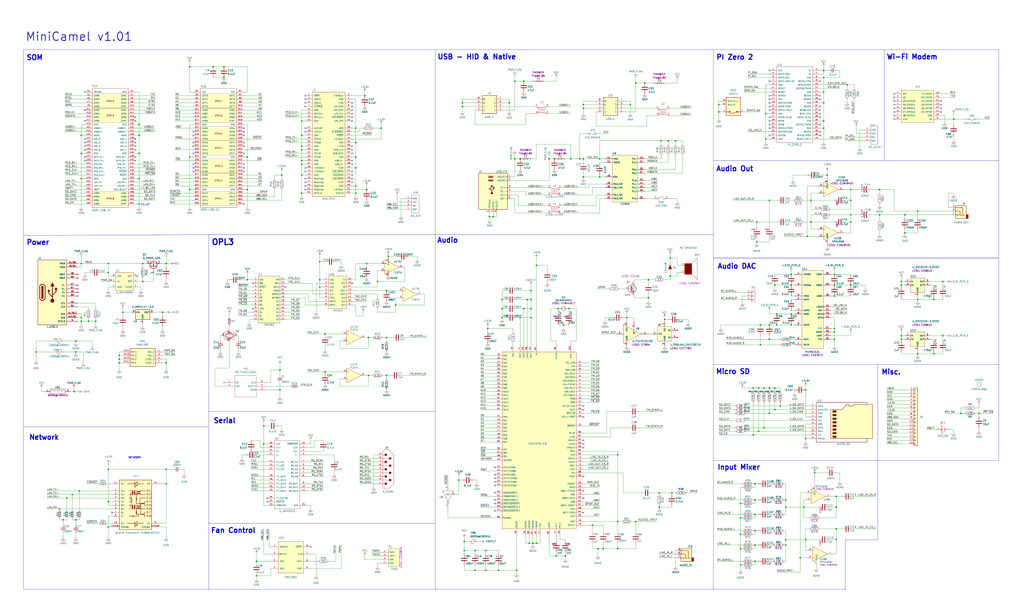
<source format=kicad_sch>
(kicad_sch (version 20250114) (generator "eeschema") (generator_version "9.0")
  (paper "User" 720 429.997)
  (title_block (title "MiniCamel") (date "2024-06-18") (rev "0.1") (company "Matt Schultz") (comment 1 "Based on TinyLlama 2 by Eivind Bøhler"))
  (lib_symbols
    (symbol "Connector:AudioJack3"
      (property "Reference" "J" (at 0 8.89 0))
      (property "Value" "AudioJack3" (at 0 6.35 0))
      (symbol "AudioJack3_1_1"
        (pin passive line (at 5.08 2.54 180) (length 2.54) (name "~") (number "S"))
        (pin passive line (at 5.08 0 180) (length 2.54) (name "~") (number "R"))
        (pin passive line (at 5.08 -2.54 180) (length 2.54) (name "~") (number "T"))
      )
    )
    (symbol "Connector_Generic:Conn_01x16" (pin_names (offset 1.016) (hide yes))
      (property "Reference" "J" (at 0 20.32 0))
      (property "Value" "Conn_01x16" (at 0 -22.86 0))
      (symbol "Conn_01x16_1_1"
        (pin passive line (at -5.08 17.78 0) (length 3.81) (name "Pin_1") (number "1"))
        (pin passive line (at -5.08 15.24 0) (length 3.81) (name "Pin_2") (number "2"))
        (pin passive line (at -5.08 12.7 0) (length 3.81) (name "Pin_3") (number "3"))
        (pin passive line (at -5.08 10.16 0) (length 3.81) (name "Pin_4") (number "4"))
        (pin passive line (at -5.08 7.62 0) (length 3.81) (name "Pin_5") (number "5"))
        (pin passive line (at -5.08 5.08 0) (length 3.81) (name "Pin_6") (number "6"))
        (pin passive line (at -5.08 2.54 0) (length 3.81) (name "Pin_7") (number "7"))
        (pin passive line (at -5.08 0 0) (length 3.81) (name "Pin_8") (number "8"))
        (pin passive line (at -5.08 -2.54 0) (length 3.81) (name "Pin_9") (number "9"))
        (pin passive line (at -5.08 -5.08 0) (length 3.81) (name "Pin_10") (number "10"))
        (pin passive line (at -5.08 -7.62 0) (length 3.81) (name "Pin_11") (number "11"))
        (pin passive line (at -5.08 -10.16 0) (length 3.81) (name "Pin_12") (number "12"))
        (pin passive line (at -5.08 -12.7 0) (length 3.81) (name "Pin_13") (number "13"))
        (pin passive line (at -5.08 -15.24 0) (length 3.81) (name "Pin_14") (number "14"))
        (pin passive line (at -5.08 -17.78 0) (length 3.81) (name "Pin_15") (number "15"))
        (pin passive line (at -5.08 -20.32 0) (length 3.81) (name "Pin_16") (number "16"))
      )
    )
    (symbol "Device:C_Small" (pin_numbers (hide yes)) (pin_names (offset 0.254) (hide yes))
      (property "Reference" "C" (at 0.254 1.778 0))
      (property "Value" "C_Small" (at 0.254 -2.032 0))
      (symbol "C_Small_1_1"
        (pin passive line (at 0 2.54 270) (length 2.032) (name "~") (number "1"))
        (pin passive line (at 0 -2.54 90) (length 2.032) (name "~") (number "2"))
      )
    )
    (symbol "Device:Crystal_GND24" (pin_names (offset 1.016) (hide yes))
      (property "Reference" "Y" (at 3.175 5.08 0))
      (property "Value" "Crystal_GND24" (at 3.175 3.175 0))
      (symbol "Crystal_GND24_1_1"
        (pin passive line (at -3.81 0 0) (length 1.27) (name "1") (number "1"))
        (pin passive line (at 0 5.08 270) (length 1.27) (name "2") (number "2"))
        (pin passive line (at 0 -5.08 90) (length 1.27) (name "4") (number "4"))
        (pin passive line (at 3.81 0 180) (length 1.27) (name "3") (number "3"))
      )
    )
    (symbol "Device:FerriteBead_Small" (pin_numbers (hide yes)) (pin_names (offset 0))
      (property "Reference" "FB" (at 1.905 1.27 0))
      (property "Value" "FerriteBead_Small" (at 1.905 -1.27 0))
      (symbol "FerriteBead_Small_1_1"
        (pin passive line (at 0 2.54 270) (length 1.27) (name "~") (number "1"))
        (pin passive line (at 0 -2.54 90) (length 1.27) (name "~") (number "2"))
      )
    )
    (symbol "Device:R_Small" (pin_numbers (hide yes)) (pin_names (offset 0.254) (hide yes))
      (property "Reference" "R" (at 0.762 0.508 0))
      (property "Value" "R_Small" (at 0.762 -1.016 0))
      (symbol "R_Small_1_1"
        (pin passive line (at 0 2.54 270) (length 0.762) (name "~") (number "1"))
        (pin passive line (at 0 -2.54 90) (length 0.762) (name "~") (number "2"))
      )
    )
    (symbol "Jumper:Jumper_2_Bridged" (pin_numbers (hide yes)) (pin_names (offset 0) (hide yes)) (exclude_from_sim yes)
      (property "Reference" "JP" (at 0 1.905 0))
      (property "Value" "Jumper_2_Bridged" (at 0 -2.54 0))
      (symbol "Jumper_2_Bridged_1_1"
        (pin passive line (at -5.08 0 0) (length 2.54) (name "A") (number "1"))
        (pin passive line (at 5.08 0 180) (length 2.54) (name "B") (number "2"))
      )
    )
    (symbol "Llama Library:J_WEMOS_D1_MINI" (pin_names (offset 1.016))
      (property "Reference" "J" (at -11.43 12.7 0))
      (property "Value" "J_WEMOS_D1_MINI" (at 0 -12.7 0))
      (symbol "J_WEMOS_D1_MINI_1_1"
        (pin bidirectional line (at -16.51 8.89 0) (length 5.08) (name "RST") (number "1"))
        (pin bidirectional line (at -16.51 6.35 0) (length 5.08) (name "A0") (number "2"))
        (pin bidirectional line (at -16.51 3.81 0) (length 5.08) (name "D0/GPIO16") (number "3"))
        (pin bidirectional line (at -16.51 1.27 0) (length 5.08) (name "D5/GPIO14") (number "4"))
        (pin bidirectional line (at -16.51 -1.27 0) (length 5.08) (name "D6/GPIO12") (number "5"))
        (pin bidirectional line (at -16.51 -3.81 0) (length 5.08) (name "D7/GPIO13") (number "6"))
        (pin bidirectional line (at -16.51 -6.35 0) (length 5.08) (name "D8/GPIO15") (number "7"))
        (pin power_out line (at -16.51 -8.89 0) (length 5.08) (name "3.3V") (number "8"))
        (pin bidirectional line (at 16.51 8.89 180) (length 5.08) (name "TX/GPIO1") (number "16"))
        (pin bidirectional line (at 16.51 6.35 180) (length 5.08) (name "RX/GPIO3") (number "15"))
        (pin bidirectional line (at 16.51 3.81 180) (length 5.08) (name "D1/GPIO5") (number "14"))
        (pin bidirectional line (at 16.51 1.27 180) (length 5.08) (name "D2/GPIO4") (number "13"))
        (pin bidirectional line (at 16.51 -1.27 180) (length 5.08) (name "D3/GPIO0") (number "12"))
        (pin bidirectional line (at 16.51 -3.81 180) (length 5.08) (name "D4/GPIO2") (number "11"))
        (pin power_in line (at 16.51 -6.35 180) (length 5.08) (name "GND") (number "10"))
        (pin power_in line (at 16.51 -8.89 180) (length 5.08) (name "5V") (number "9"))
      )
    )
    (symbol "SnipE Symbol Library:1-1825027-1" (pin_names (offset 1.016))
      (property "Reference" "S" (at -5.0839 5.5923 0))
      (property "Value" "1-1825027-1" (at -5.0831 -9.9105 0))
      (symbol "1-1825027-1_0_0"
        (pin passive line (at -7.62 2.54 0) (length 2.54) (name "~") (number "1"))
        (pin passive line (at 7.62 2.54 180) (length 2.54) (name "~") (number "2"))
        (pin power_in line (at 7.62 -2.54 180) (length 2.54) (name "SHIELD") (number "S1"))
        (pin power_in line (at 7.62 -5.08 180) (length 2.54) (name "SHIELD__1") (number "S2"))
      )
    )
    (symbol "SnipE Symbol Library:C" (pin_numbers (hide yes)) (pin_names (offset 1.016))
      (property "Reference" "C" (at 2.54 -1.27 0))
      (property "Value" "C" (at 2.54 1.27 0))
      (symbol "C_1_1"
        (pin passive line (at 0 3.81 270) (length 2.794) (name "~") (number "1"))
        (pin passive line (at 0 -3.81 90) (length 2.794) (name "~") (number "2"))
      )
    )
    (symbol "SnipE Symbol Library:CP" (pin_numbers (hide yes)) (pin_names (offset 1.016))
      (property "Reference" "C" (at 2.54 1.27 0))
      (property "Value" "CP" (at 2.54 -1.27 0))
      (symbol "CP_1_1"
        (pin passive line (at 0 3.81 270) (length 2.794) (name "~") (number "1"))
        (pin passive line (at 0 -3.81 90) (length 3.302) (name "~") (number "2"))
      )
    )
    (symbol "SnipE Symbol Library:CS4237B-KQ_LITE"
      (property "Value" "CS4237B-KQ" (at -15.748 -2.286 0))
      (symbol "CS4237B-KQ_LITE_1_1"
        (pin input line (at -45.72 59.69 0) (length 5.08) (name "SA0") (number "25"))
        (pin input line (at -45.72 57.15 0) (length 5.08) (name "SA1") (number "26"))
        (pin input line (at -45.72 54.61 0) (length 5.08) (name "SA2") (number "27"))
        (pin input line (at -45.72 52.07 0) (length 5.08) (name "SA3") (number "28"))
        (pin input line (at -45.72 49.53 0) (length 5.08) (name "SA4") (number "29"))
        (pin input line (at -45.72 46.99 0) (length 5.08) (name "SA5") (number "30"))
        (pin input line (at -45.72 44.45 0) (length 5.08) (name "SA6") (number "31"))
        (pin input line (at -45.72 41.91 0) (length 5.08) (name "SA7") (number "32"))
        (pin input line (at -45.72 39.37 0) (length 5.08) (name "SA8") (number "33"))
        (pin input line (at -45.72 36.83 0) (length 5.08) (name "SA9") (number "34"))
        (pin input line (at -45.72 34.29 0) (length 5.08) (name "SA10") (number "35"))
        (pin input line (at -45.72 31.75 0) (length 5.08) (name "SA11") (number "36"))
        (pin input line (at -45.72 29.21 0) (length 5.08) (name "SA12") (number "94"))
        (pin input line (at -45.72 26.67 0) (length 5.08) (name "SA13") (number "93"))
        (pin input line (at -45.72 24.13 0) (length 5.08) (name "SA14") (number "92"))
        (pin input line (at -45.72 21.59 0) (length 5.08) (name "SA15") (number "91"))
        (pin bidirectional line (at -45.72 16.51 0) (length 5.08) (name "SD0") (number "41"))
        (pin bidirectional line (at -45.72 13.97 0) (length 5.08) (name "SD1") (number "42"))
        (pin bidirectional line (at -45.72 11.43 0) (length 5.08) (name "SD2") (number "43"))
        (pin bidirectional line (at -45.72 8.89 0) (length 5.08) (name "SD3") (number "44"))
        (pin bidirectional line (at -45.72 6.35 0) (length 5.08) (name "SD4") (number "47"))
        (pin bidirectional line (at -45.72 3.81 0) (length 5.08) (name "SD5") (number "48"))
        (pin bidirectional line (at -45.72 1.27 0) (length 5.08) (name "SD6") (number "49"))
        (pin bidirectional line (at -45.72 -1.27 0) (length 5.08) (name "SD7") (number "50"))
        (pin input line (at -45.72 -6.35 0) (length 5.08) (name "AEN") (number "39"))
        (pin input inverted (at -45.72 -8.89 0) (length 5.08) (name "~{IOR}") (number "37"))
        (pin input inverted (at -45.72 -11.43 0) (length 5.08) (name "~{IOW}") (number "38"))
        (pin output line (at -45.72 -13.97 0) (length 5.08) (name "IOCHRDY") (number "40"))
        (pin output line (at -45.72 -19.05 0) (length 5.08) (name "(INT5*)IRQA") (number "24"))
        (pin output line (at -45.72 -21.59 0) (length 5.08) (name "(INT7*)IRQB") (number "23"))
        (pin output line (at -45.72 -24.13 0) (length 5.08) (name "(INT9*)IRQC") (number "22"))
        (pin output line (at -45.72 -26.67 0) (length 5.08) (name "(INT11*)IRQD") (number "21"))
        (pin output line (at -45.72 -29.21 0) (length 5.08) (name "(INT12*)IRQE") (number "20"))
        (pin output line (at -45.72 -31.75 0) (length 5.08) (name "(INT15*)IRQF") (number "19"))
        (pin output line (at -45.72 -36.83 0) (length 5.08) (name "DRQA(DRQ0*)") (number "55"))
        (pin output line (at -45.72 -39.37 0) (length 5.08) (name "DRQB(DRQ1*)") (number "51"))
        (pin output line (at -45.72 -41.91 0) (length 5.08) (name "DRQC(DRQ3*)") (number "52"))
        (pin input inverted (at -45.72 -44.45 0) (length 5.08) (name "~{DACKA}(~{DACK0}*)") (number "58"))
        (pin input inverted (at -45.72 -46.99 0) (length 5.08) (name "~{DACKB}(~{DACK1}*)") (number "56"))
        (pin input inverted (at -45.72 -49.53 0) (length 5.08) (name "~{DACKC}(~{DACK3}*)") (number "57"))
        (pin passive line (at -45.72 -54.61 0) (length 5.08) (name "RESDRV") (number "90"))
        (pin power_in line (at -33.02 67.31 270) (length 5.08) (name "VD1") (number "45"))
        (pin power_in line (at -30.48 -67.31 90) (length 5.08) (name "DGND1") (number "46"))
        (pin power_in line (at -27.94 67.31 270) (length 5.08) (name "VDF1") (number "17"))
        (pin power_in line (at -25.4 67.31 270) (length 5.08) (name "VDF2") (number "65"))
        (pin power_in line (at -24.13 -67.31 90) (length 5.08) (name "SGND1") (number "18"))
        (pin power_in line (at -22.86 67.31 270) (length 5.08) (name "VDF3") (number "98"))
        (pin power_in line (at -21.59 -67.31 90) (length 5.08) (name "SGND2") (number "66"))
        (pin power_in line (at -20.32 67.31 270) (length 5.08) (name "VDF4") (number "54"))
        (pin power_in line (at -19.05 -67.31 90) (length 5.08) (name "SGND3") (number "97"))
        (pin passive line (at -16.51 67.31 270) (length 5.08) (name "VA") (number "81"))
        (pin power_in line (at -16.51 -67.31 90) (length 5.08) (name "SGND4") (number "53"))
        (pin passive line (at -13.97 -67.31 90) (length 5.08) (name "TEST") (number "71"))
        (pin passive line (at -7.62 -67.31 90) (length 5.08) (name "AGND") (number "80"))
        (pin passive line (at -2.54 67.31 270) (length 5.08) (name "XTALO") (number "99"))
        (pin passive line (at -2.54 -67.31 90) (length 5.08) (name "LFILT") (number "77"))
        (pin passive line (at 0 -67.31 90) (length 5.08) (name "RFILT") (number "76"))
        (pin passive line (at 7.62 67.31 270) (length 5.08) (name "XTALI") (number "100"))
        (pin passive line (at 16.51 54.61 180) (length 5.08) (name "SCL/XA0") (number "14"))
        (pin passive line (at 16.51 52.07 180) (length 5.08) (name "XA1") (number "13"))
        (pin passive line (at 16.51 49.53 180) (length 5.08) (name "SDA/XD0") (number "8"))
        (pin passive line (at 16.51 46.99 180) (length 5.08) (name "XD1/SCLK") (number "7"))
        (pin passive line (at 16.51 44.45 180) (length 5.08) (name "XD2/SDIN") (number "6"))
        (pin passive line (at 16.51 41.91 180) (length 5.08) (name "XD3/SDOUT") (number "5"))
        (pin passive line (at 16.51 39.37 180) (length 5.08) (name "XD4/FSYNC") (number "4"))
        (pin passive line (at 16.51 36.83 180) (length 5.08) (name "XD5/MCLK") (number "3"))
        (pin passive line (at 16.51 34.29 180) (length 5.08) (name "XD6/LRCK") (number "2"))
        (pin passive line (at 16.51 31.75 180) (length 5.08) (name "XD7/SDATA") (number "1"))
        (pin passive line (at 16.51 29.21 180) (length 5.08) (name "~{XIOR}") (number "10"))
        (pin passive line (at 16.51 26.67 180) (length 5.08) (name "~{XIOW}") (number "11"))
        (pin passive line (at 16.51 24.13 180) (length 5.08) (name "XCTL0*/XA2") (number "12"))
        (pin passive line (at 16.51 21.59 180) (length 5.08) (name "MUTE") (number "95"))
        (pin passive line (at 16.51 19.05 180) (length 5.08) (name "~{SCS}/~{UP}") (number "9"))
        (pin passive line (at 16.51 16.51 180) (length 5.08) (name "XCTL1*/~{SINT}") (number "16"))
        (pin input line (at 16.51 10.16 180) (length 5.08) (name "~{BRESET}") (number "15"))
        (pin input line (at 16.51 5.08 180) (length 5.08) (name "RLINE") (number "86"))
        (pin input line (at 16.51 2.54 180) (length 5.08) (name "LLINE") (number "87"))
        (pin passive line (at 16.51 0 180) (length 5.08) (name "RAUX2") (number "84"))
        (pin passive line (at 16.51 -2.54 180) (length 5.08) (name "LAUX2") (number "85"))
        (pin passive line (at 16.51 -5.08 180) (length 5.08) (name "CMAUX2") (number "96"))
        (pin passive line (at 16.51 -7.62 180) (length 5.08) (name "RMIC") (number "82"))
        (pin passive line (at 16.51 -10.16 180) (length 5.08) (name "LMIC") (number "83"))
        (pin passive line (at 16.51 -12.7 180) (length 5.08) (name "RAUX1") (number "74"))
        (pin passive line (at 16.51 -15.24 180) (length 5.08) (name "LAUX1") (number "75"))
        (pin output line (at 16.51 -17.78 180) (length 5.08) (name "ROUT") (number "72"))
        (pin output line (at 16.51 -20.32 180) (length 5.08) (name "LOUT") (number "73"))
        (pin input line (at 16.51 -22.86 180) (length 5.08) (name "MIN") (number "88"))
        (pin output line (at 16.51 -25.4 180) (length 5.08) (name "MOUT") (number "89"))
        (pin output line (at 16.51 -30.48 180) (length 5.08) (name "MIDOUT") (number "60"))
        (pin input line (at 16.51 -33.02 180) (length 5.08) (name "MIDIN") (number "59"))
        (pin passive line (at 16.51 -35.56 180) (length 5.08) (name "JBB1*/FSYNC") (number "69"))
        (pin passive line (at 16.51 -38.1 180) (length 5.08) (name "JAB1") (number "70"))
        (pin passive line (at 16.51 -40.64 180) (length 5.08) (name "JBB2*/SCLK") (number "62"))
        (pin passive line (at 16.51 -43.18 180) (length 5.08) (name "JAB2") (number "61"))
        (pin passive line (at 16.51 -45.72 180) (length 5.08) (name "JBCX*/SDOUT") (number "67"))
        (pin passive line (at 16.51 -48.26 180) (length 5.08) (name "JACX") (number "68"))
        (pin passive line (at 16.51 -50.8 180) (length 5.08) (name "JBCY*/SDIN") (number "64"))
        (pin passive line (at 16.51 -53.34 180) (length 5.08) (name "JACY") (number "63"))
        (pin passive line (at 16.51 -57.15 180) (length 5.08) (name "VREF") (number "78"))
        (pin passive line (at 16.51 -59.69 180) (length 5.08) (name "REFFLT") (number "79"))
      )
    )
    (symbol "SnipE Symbol Library:MC74HC1G04DFT1G" (pin_names (offset 0.254))
      (property "Reference" "U4" (at 15.24 9.906 0))
      (property "Value" "MC74HC1G04" (at 15.24 7.366 0))
      (symbol "MC74HC1G04DFT1G_0_1"
        (pin no_connect line (at 0 0 0) (length 7.62) (name "NC") (number "1"))
        (pin input line (at 0 -2.54 0) (length 7.62) (name "INA") (number "2"))
        (pin power_in line (at 30.48 0 180) (length 7.62) (name "VCC") (number "5"))
        (pin output line (at 30.48 -2.54 180) (length 7.62) (name "OUT*Y") (number "4"))
        (pin power_in line (at 30.48 -5.08 180) (length 7.62) (name "GND") (number "3"))
      )
    )
    (symbol "SnipE Symbol Library:PWR_FLAG" (power) (pin_numbers (hide yes)) (pin_names (offset 0) (hide yes))
      (property "Value" "PWR_FLAG" (at 0 3.81 0))
      (symbol "PWR_FLAG_0_0"
        (pin power_out line (at 0 0 90) (length 0) (name "pwr") (number "1"))
      )
    )
    (symbol "SnipE Symbol Library:P_CONN_01X03" (pin_names (offset 1.016))
      (property "Reference" "P" (at 0 5.08 0))
      (property "Value" "P_CONN_01X03" (at 2.54 0 90))
      (symbol "P_CONN_01X03_1_1"
        (pin passive line (at -5.08 2.54 0) (length 3.81) (name "~") (number "1"))
        (pin passive line (at -5.08 0 0) (length 3.81) (name "~") (number "2"))
        (pin passive line (at -5.08 -2.54 0) (length 3.81) (name "~") (number "3"))
      )
    )
    (symbol "SnipE Symbol Library:SGND" (power) (pin_numbers (hide yes)) (pin_names (offset 0) (hide yes))
      (property "Value" "SGND" (at 0 -3.81 0))
      (symbol "SGND_1_1"
        (pin power_in line (at 0 0 270) (length 0) (name "~") (number "1"))
      )
    )
    (symbol "SnipE Symbol Library:TL53EF160Q"
      (property "Reference" "S" (at 24.13 7.62 0))
      (property "Value" "TL53EF160Q" (at 24.13 5.08 0))
      (symbol "TL53EF160Q_1_1"
        (pin passive line (at 0 0 0) (length 5.08) (name "COM_1") (number "1"))
        (pin passive line (at 0 -2.54 0) (length 5.08) (name "COM_2") (number "2"))
        (pin passive line (at 0 -5.08 0) (length 5.08) (name "NO_1") (number "3"))
        (pin passive line (at 0 -7.62 0) (length 5.08) (name "NO_2") (number "4"))
        (pin passive line (at 27.94 0 180) (length 5.08) (name "MH1") (number "MH1"))
        (pin passive line (at 27.94 -2.54 180) (length 5.08) (name "MH2") (number "MH2"))
        (pin passive line (at 27.94 -5.08 180) (length 5.08) (name "MH3") (number "MH3"))
        (pin passive line (at 27.94 -7.62 180) (length 5.08) (name "MH4") (number "MH4"))
      )
    )
    (symbol "Switch:SW_SPST" (pin_names (offset 0) (hide yes))
      (property "Reference" "SW" (at 0 3.175 0))
      (property "Value" "SW_SPST" (at 0 -2.54 0))
      (symbol "SW_SPST_1_1"
        (pin passive line (at -5.08 0 0) (length 2.54) (name "A") (number "1"))
        (pin passive line (at 5.08 0 180) (length 2.54) (name "B") (number "2"))
      )
    )
    (symbol "llama_shared:+3.3V" (power) (pin_names (offset 0))
      (property "Value" "+3.3V" (at 0 3.81 0))
      (symbol "+3.3V_1_1"
        (pin power_in line (at 0 0 90) (length 0) (hide yes) (name "+3.3V") (number "1"))
      )
    )
    (symbol "llama_shared:+3.3V_PCM_A" (power) (pin_names (offset 0))
      (property "Value" "+3.3V_PCM_A" (at 0 3.81 0))
      (symbol "+3.3V_PCM_A_1_1"
        (pin power_in line (at 0 0 90) (length 0) (hide yes) (name "+3.3V_PCM_A") (number "1"))
      )
    )
    (symbol "llama_shared:+3.3V_PCM_D" (power) (pin_names (offset 0))
      (property "Value" "+3.3V_PCM_D" (at 0 3.81 0))
      (symbol "+3.3V_PCM_D_1_1"
        (pin power_in line (at 0 0 90) (length 0) (hide yes) (name "+3.3V_PCM_D") (number "1"))
      )
    )
    (symbol "llama_shared:+5VA" (power) (pin_names (offset 0))
      (property "Value" "+5VA" (at 0 3.81 0))
      (symbol "+5VA_1_1"
        (pin power_in line (at 0 0 90) (length 0) (hide yes) (name "+5VA") (number "1"))
      )
    )
    (symbol "llama_shared:+5VFILT" (power) (pin_names (offset 0))
      (property "Value" "+5VFILT" (at 0 3.81 0))
      (symbol "+5VFILT_1_1"
        (pin power_in line (at 0 0 90) (length 0) (hide yes) (name "+5VFILT") (number "1"))
      )
    )
    (symbol "llama_shared:7499010211A" (pin_names (offset 1.016))
      (property "Reference" "U" (at 0 0 0))
      (property "Value" "7499010211A" (at 0 0 0))
      (symbol "7499010211A_0_0"
        (text "RJ1" (at 6.35 9.525 0) (effects (font (size 1.27 1.27)) (justify left bottom)))
        (text "RJ2" (at 6.35 6.985 0) (effects (font (size 1.27 1.27)) (justify left bottom)))
        (text "RJ3" (at 6.35 4.445 0) (effects (font (size 1.27 1.27)) (justify left bottom)))
        (text "RJ4" (at 6.35 1.905 0) (effects (font (size 1.27 1.27)) (justify left bottom)))
        (text "RJ5" (at 6.35 -0.635 0) (effects (font (size 1.27 1.27)) (justify left bottom)))
        (text "RJ6" (at 6.35 -3.175 0) (effects (font (size 1.27 1.27)) (justify left bottom)))
        (text "RJ7" (at 6.35 -5.715 0) (effects (font (size 1.27 1.27)) (justify left bottom)))
        (text "RJ8" (at 6.35 -8.255 0) (effects (font (size 1.27 1.27)) (justify left bottom)))
        (pin bidirectional line (at -17.78 15.24 0) (length 5.08) (name "D4") (number "11"))
        (pin bidirectional line (at -17.78 10.16 0) (length 5.08) (name "TD+") (number "1"))
        (pin bidirectional line (at -17.78 7.62 0) (length 5.08) (name "TD-") (number "2"))
        (pin bidirectional line (at -17.78 5.08 0) (length 5.08) (name "RD+") (number "3"))
        (pin bidirectional line (at -17.78 2.54 0) (length 5.08) (name "TCT") (number "4"))
        (pin bidirectional line (at -17.78 0 0) (length 5.08) (name "RCT") (number "5"))
        (pin bidirectional line (at -17.78 -2.54 0) (length 5.08) (name "RD-") (number "6"))
        (pin bidirectional line (at -17.78 -5.08 0) (length 5.08) (name "NC") (number "7"))
        (pin bidirectional line (at -17.78 -7.62 0) (length 5.08) (name "C1") (number "8"))
        (pin bidirectional line (at -17.78 -12.7 0) (length 5.08) (name "D2") (number "10"))
        (pin bidirectional line (at -17.78 -15.24 0) (length 5.08) (name "CASE@1") (number "CASE@1"))
        (pin bidirectional line (at 15.24 15.24 180) (length 5.08) (name "D3") (number "12"))
        (pin bidirectional line (at 15.24 -12.7 180) (length 5.08) (name "D1") (number "9"))
        (pin bidirectional line (at 15.24 -15.24 180) (length 5.08) (name "CASE@2") (number "CASE@2"))
      )
    )
    (symbol "llama_shared:AGND" (power) (pin_names (offset 0))
      (property "Value" "AGND" (at 0 -3.81 0))
      (symbol "AGND_1_1"
        (pin power_in line (at 0 0 270) (length 0) (hide yes) (name "GND") (number "1"))
      )
    )
    (symbol "llama_shared:BT" (pin_numbers (hide yes)) (pin_names (offset 0))
      (property "Reference" "BT" (at -3.81 3.81 0))
      (property "Value" "BT" (at -3.81 -2.54 0))
      (symbol "BT_1_1"
        (pin power_out line (at 0 5.08 270) (length 3.81) (name "+") (number "1"))
        (pin passive line (at 0 -5.08 90) (length 3.81) (name "-") (number "2"))
      )
    )
    (symbol "llama_shared:C" (pin_numbers (hide yes)) (pin_names (offset 1.016))
      (property "Reference" "C" (at 2.54 -1.27 0))
      (property "Value" "C" (at 2.54 1.27 0))
      (symbol "C_1_1"
        (pin passive line (at 0 3.81 270) (length 2.794) (name "~") (number "1"))
        (pin passive line (at 0 -3.81 90) (length 2.794) (name "~") (number "2"))
      )
    )
    (symbol "llama_shared:D" (pin_numbers (hide yes)) (pin_names (offset 1.016) (hide yes))
      (property "Reference" "D" (at 0 2.54 0))
      (property "Value" "D" (at 0 -2.54 0))
      (symbol "D_1_1"
        (pin passive line (at -3.81 0 0) (length 2.54) (name "K") (number "1"))
        (pin passive line (at 3.81 0 180) (length 2.54) (name "A") (number "2"))
      )
    )
    (symbol "llama_shared:F" (pin_numbers (hide yes)) (pin_names (offset 1.016) (hide yes))
      (property "Reference" "F" (at 0 2.54 0))
      (property "Value" "F" (at 0 -2.54 0))
      (symbol "F_1_1"
        (pin passive line (at -3.81 0 0) (length 2.54) (name "~") (number "1"))
        (pin passive line (at 3.81 0 180) (length 2.54) (name "~") (number "2"))
      )
    )
    (symbol "llama_shared:FB" (pin_names (offset 1.016) (hide yes))
      (property "Reference" "FB" (at 0 3.81 0))
      (property "Value" "FB" (at 0 -2.54 0))
      (symbol "FB_1_1"
        (pin passive line (at -8.89 0 0) (length 3.81) (name "1") (number "1"))
        (pin passive line (at 8.89 0 180) (length 3.81) (name "2") (number "2"))
      )
    )
    (symbol "llama_shared:FM_+5VA" (power) (pin_names (offset 0))
      (property "Value" "FM_+5VA" (at 0 3.81 0))
      (symbol "FM_+5VA_1_1"
        (pin power_in line (at 0 0 90) (length 0) (hide yes) (name "FM_+5VA") (number "1"))
      )
    )
    (symbol "llama_shared:FM_AGND" (power) (pin_names (offset 0))
      (property "Value" "FM_AGND" (at 0 -3.81 0))
      (symbol "FM_AGND_1_1"
        (pin power_in line (at 0 0 270) (length 0) (hide yes) (name "FM_AGND") (number "1"))
      )
    )
    (symbol "llama_shared:FM_GND" (power) (pin_names (offset 0))
      (property "Value" "FM_GND" (at 0 -3.81 0))
      (symbol "FM_GND_1_1"
        (pin power_in line (at 0 0 270) (length 0) (hide yes) (name "FM_GND") (number "1"))
      )
    )
    (symbol "llama_shared:FM_VCC" (power) (pin_names (offset 0))
      (property "Value" "FM_VCC" (at 0 3.81 0))
      (symbol "FM_VCC_1_1"
        (pin power_in line (at 0 0 90) (length 0) (hide yes) (name "FM_VCC") (number "1"))
      )
    )
    (symbol "llama_shared:GND" (power) (pin_names (offset 0))
      (property "Value" "GND" (at 0 -3.81 0))
      (symbol "GND_1_1"
        (pin power_in line (at 0 0 270) (length 0) (hide yes) (name "GND") (number "1"))
      )
    )
    (symbol "llama_shared:J_FAN_HEADER"
      (property "Reference" "J" (at -2.54 6.35 0))
      (property "Value" "J_FAN_HEADER" (at 0 -8.89 0))
      (property "LCSC" "C240840" (at 0 -11.43 0) (show_name))
      (symbol "J_FAN_HEADER_1_1"
        (pin input line (at -8.89 2.54 0) (length 5.08) (name "PWM") (number "4"))
        (pin output line (at -8.89 0 0) (length 5.08) (name "TACH") (number "3"))
        (pin power_in line (at -8.89 -2.54 0) (length 5.08) (name "VDD") (number "2"))
        (pin power_in line (at -8.89 -5.08 0) (length 5.08) (name "GND") (number "1"))
      )
    )
    (symbol "llama_shared:J_MINI_PCIE" (pin_names (offset 1.016))
      (property "Reference" "J2" (at -11.43 36.8595 0))
      (property "Value" "J_MINI_PCIE" (at 0 -39.5756 0))
      (symbol "J_MINI_PCIE_1_1"
        (pin open_collector line (at -16.51 33.02 0) (length 5.08) (name "~{WAKE}") (number "1"))
        (pin passive line (at -16.51 30.48 0) (length 5.08) (name "COEX1") (number "3"))
        (pin passive line (at -16.51 27.94 0) (length 5.08) (name "COEX2") (number "5"))
        (pin open_collector line (at -16.51 25.4 0) (length 5.08) (name "~{CLKREQ}") (number "7"))
        (pin passive line (at -16.51 22.86 0) (length 5.08) (name "GND") (number "9"))
        (pin input line (at -16.51 20.32 0) (length 5.08) (name "REFCLK-") (number "11"))
        (pin input line (at -16.51 17.78 0) (length 5.08) (name "REFCLK+") (number "13"))
        (pin passive line (at -16.51 15.24 0) (length 5.08) (name "GND") (number "15"))
        (pin passive line (at -16.51 10.16 0) (length 5.08) (name "UIM_C8") (number "17"))
        (pin passive line (at -16.51 7.62 0) (length 5.08) (name "UIM_C4") (number "19"))
        (pin passive line (at -16.51 5.08 0) (length 5.08) (name "GND") (number "21"))
        (pin output line (at -16.51 2.54 0) (length 5.08) (name "PERn0") (number "23"))
        (pin output line (at -16.51 0 0) (length 5.08) (name "PERp0") (number "25"))
        (pin passive line (at -16.51 -2.54 0) (length 5.08) (name "GND") (number "27"))
        (pin passive line (at -16.51 -5.08 0) (length 5.08) (name "GND") (number "29"))
        (pin input line (at -16.51 -7.62 0) (length 5.08) (name "PETn0") (number "31"))
        (pin input line (at -16.51 -10.16 0) (length 5.08) (name "PETp0") (number "33"))
        (pin passive line (at -16.51 -12.7 0) (length 5.08) (name "GND") (number "35"))
        (pin passive line (at -16.51 -15.24 0) (length 5.08) (name "GND") (number "37"))
        (pin power_in line (at -16.51 -17.78 0) (length 5.08) (name "+3V3AUX") (number "39"))
        (pin power_in line (at -16.51 -20.32 0) (length 5.08) (name "+3V3AUX") (number "41"))
        (pin passive line (at -16.51 -22.86 0) (length 5.08) (name "GND") (number "43"))
        (pin passive line (at -16.51 -25.4 0) (length 5.08) (name "Reserved") (number "45"))
        (pin passive line (at -16.51 -27.94 0) (length 5.08) (name "Reserved") (number "47"))
        (pin passive line (at -16.51 -30.48 0) (length 5.08) (name "Reserved") (number "49"))
        (pin passive line (at -16.51 -33.02 0) (length 5.08) (name "Reserved") (number "51"))
        (pin passive line (at -16.51 -35.56 0) (length 5.08) (name "SHIELD") (number "S1"))
        (pin power_in line (at 16.51 33.02 180) (length 5.08) (name "+3V3AUX") (number "2"))
        (pin power_in line (at 16.51 30.48 180) (length 5.08) (name "GND") (number "4"))
        (pin power_in line (at 16.51 27.94 180) (length 5.08) (name "+1V5") (number "6"))
        (pin power_out line (at 16.51 25.4 180) (length 5.08) (name "UIM_PWR") (number "8"))
        (pin bidirectional line (at 16.51 22.86 180) (length 5.08) (name "UIM_DATA") (number "10"))
        (pin output line (at 16.51 20.32 180) (length 5.08) (name "UIM_CLK") (number "12"))
        (pin output line (at 16.51 17.78 180) (length 5.08) (name "~{UIM_RESET}") (number "14"))
        (pin power_out line (at 16.51 15.24 180) (length 5.08) (name "UIM_VPP") (number "16"))
        (pin passive line (at 16.51 10.16 180) (length 5.08) (name "GND") (number "18"))
        (pin input line (at 16.51 7.62 180) (length 5.08) (name "~{W_DISABLE}") (number "20"))
        (pin input line (at 16.51 5.08 180) (length 5.08) (name "~{PERST}") (number "22"))
        (pin power_in line (at 16.51 2.54 180) (length 5.08) (name "+3V3AUX") (number "24"))
        (pin passive line (at 16.51 0 180) (length 5.08) (name "GND") (number "26"))
        (pin power_in line (at 16.51 -2.54 180) (length 5.08) (name "+1V5") (number "28"))
        (pin input line (at 16.51 -5.08 180) (length 5.08) (name "SMB_CLK") (number "30"))
        (pin bidirectional line (at 16.51 -7.62 180) (length 5.08) (name "SMB_DATA") (number "32"))
        (pin passive line (at 16.51 -10.16 180) (length 5.08) (name "GND") (number "34"))
        (pin bidirectional line (at 16.51 -12.7 180) (length 5.08) (name "USB_D-") (number "36"))
        (pin bidirectional line (at 16.51 -15.24 180) (length 5.08) (name "USB_D+") (number "38"))
        (pin passive line (at 16.51 -17.78 180) (length 5.08) (name "GND") (number "40"))
        (pin open_collector line (at 16.51 -20.32 180) (length 5.08) (name "~{LED_WWAN}") (number "42"))
        (pin open_collector line (at 16.51 -22.86 180) (length 5.08) (name "~{LED_WLAN}") (number "44"))
        (pin open_collector line (at 16.51 -25.4 180) (length 5.08) (name "~{LED_WPAN}") (number "46"))
        (pin power_in line (at 16.51 -27.94 180) (length 5.08) (name "+1V5") (number "48"))
        (pin passive line (at 16.51 -30.48 180) (length 5.08) (name "GND") (number "50"))
        (pin power_in line (at 16.51 -33.02 180) (length 5.08) (name "+3V3AUX") (number "52"))
        (pin passive line (at 16.51 -35.56 180) (length 5.08) (name "SHIELD") (number "S2"))
      )
    )
    (symbol "llama_shared:J_Micro_SD_TF01A" (pin_names (offset 1.016))
      (property "Reference" "J" (at -16.51 11.43 0))
      (property "Value" "J_Micro_SD_TF01A" (at 16.51 11.43 0))
      (symbol "J_Micro_SD_TF01A_1_1"
        (pin bidirectional line (at -24.13 7.62 0) (length 5.08) (name "DAT2") (number "1"))
        (pin bidirectional line (at -24.13 5.08 0) (length 5.08) (name "DAT3/CD") (number "2"))
        (pin input line (at -24.13 2.54 0) (length 5.08) (name "CMD") (number "3"))
        (pin power_in line (at -24.13 0 0) (length 5.08) (name "VDD") (number "4"))
        (pin input line (at -24.13 -2.54 0) (length 5.08) (name "CLK") (number "5"))
        (pin power_in line (at -24.13 -5.08 0) (length 5.08) (name "VSS") (number "6"))
        (pin bidirectional line (at -24.13 -7.62 0) (length 5.08) (name "DAT0") (number "7"))
        (pin bidirectional line (at -24.13 -10.16 0) (length 5.08) (name "DAT1") (number "8"))
        (pin output line (at -24.13 -12.7 0) (length 5.08) (name "CD") (number "9"))
        (pin passive line (at -24.13 -15.24 0) (length 5.08) (name "Shield") (number "S"))
      )
    )
    (symbol "llama_shared:J_PI_ZERO" (pin_names (offset 1.016))
      (property "Reference" "J" (at -11.43 27.94 0))
      (property "Value" "J_PI_ZERO" (at 0 -27.94 0))
      (symbol "J_PI_ZERO_1_1"
        (pin passive line (at -17.78 24.13 0) (length 5.08) (name "3v3") (number "1"))
        (pin passive line (at -17.78 21.59 0) (length 5.08) (name "BCM2/SDA") (number "3"))
        (pin passive line (at -17.78 19.05 0) (length 5.08) (name "BCM3/SCL") (number "5"))
        (pin passive line (at -17.78 16.51 0) (length 5.08) (name "BCM4/GPCLK0") (number "7"))
        (pin passive line (at -17.78 13.97 0) (length 5.08) (name "GND") (number "9"))
        (pin passive line (at -17.78 11.43 0) (length 5.08) (name "BCM17") (number "11"))
        (pin passive line (at -17.78 8.89 0) (length 5.08) (name "BCM27") (number "13"))
        (pin passive line (at -17.78 6.35 0) (length 5.08) (name "BCM22") (number "15"))
        (pin passive line (at -17.78 3.81 0) (length 5.08) (name "3v3") (number "17"))
        (pin passive line (at -17.78 1.27 0) (length 5.08) (name "BCM10/MOSI") (number "19"))
        (pin passive line (at -17.78 -1.27 0) (length 5.08) (name "BCM9/MISO") (number "21"))
        (pin passive line (at -17.78 -3.81 0) (length 5.08) (name "BCM11/SCLK") (number "23"))
        (pin passive line (at -17.78 -6.35 0) (length 5.08) (name "GND") (number "25"))
        (pin passive line (at -17.78 -8.89 0) (length 5.08) (name "BCM0/ID_SD") (number "27"))
        (pin passive line (at -17.78 -11.43 0) (length 5.08) (name "BCM5") (number "29"))
        (pin passive line (at -17.78 -13.97 0) (length 5.08) (name "BCM6") (number "31"))
        (pin passive line (at -17.78 -16.51 0) (length 5.08) (name "BCM13/PWM1") (number "33"))
        (pin passive line (at -17.78 -19.05 0) (length 5.08) (name "BCM19/MISO") (number "35"))
        (pin passive line (at -17.78 -21.59 0) (length 5.08) (name "BCM26") (number "37"))
        (pin passive line (at -17.78 -24.13 0) (length 5.08) (name "GND") (number "39"))
        (pin passive line (at 17.78 24.13 180) (length 5.08) (name "5v") (number "2"))
        (pin passive line (at 17.78 21.59 180) (length 5.08) (name "5v") (number "4"))
        (pin passive line (at 17.78 19.05 180) (length 5.08) (name "GND") (number "6"))
        (pin passive line (at 17.78 16.51 180) (length 5.08) (name "BCM14/TDX") (number "8"))
        (pin passive line (at 17.78 13.97 180) (length 5.08) (name "BCM15/RDX") (number "10"))
        (pin passive line (at 17.78 11.43 180) (length 5.08) (name "BCM18/PWM0") (number "12"))
        (pin passive line (at 17.78 8.89 180) (length 5.08) (name "GND") (number "14"))
        (pin passive line (at 17.78 6.35 180) (length 5.08) (name "BCM23") (number "16"))
        (pin passive line (at 17.78 3.81 180) (length 5.08) (name "BCM24") (number "18"))
        (pin passive line (at 17.78 1.27 180) (length 5.08) (name "GND") (number "20"))
        (pin passive line (at 17.78 -1.27 180) (length 5.08) (name "BCM25") (number "22"))
        (pin passive line (at 17.78 -3.81 180) (length 5.08) (name "BCM8/CE0") (number "24"))
        (pin passive line (at 17.78 -6.35 180) (length 5.08) (name "BCM7/CE1") (number "26"))
        (pin passive line (at 17.78 -8.89 180) (length 5.08) (name "BCM1/ID_SC") (number "28"))
        (pin passive line (at 17.78 -11.43 180) (length 5.08) (name "GND") (number "30"))
        (pin passive line (at 17.78 -13.97 180) (length 5.08) (name "BCM12/PWM0") (number "32"))
        (pin passive line (at 17.78 -16.51 180) (length 5.08) (name "GND") (number "34"))
        (pin passive line (at 17.78 -19.05 180) (length 5.08) (name "BCM16") (number "36"))
        (pin passive line (at 17.78 -21.59 180) (length 5.08) (name "BCM20/MOSI") (number "38"))
        (pin passive line (at 17.78 -24.13 180) (length 5.08) (name "BCM21/SCLK") (number "40"))
      )
    )
    (symbol "llama_shared:J_TOSLINK_ZGY133T10"
      (property "Reference" "J" (at -5.08 6.35 0))
      (property "Value" "J_TOSLINK_ZGY133T10" (at 1.27 -6.35 0))
      (symbol "J_TOSLINK_ZGY133T10_1_1"
        (pin input line (at -8.89 0 0) (length 3.81) (name "VIN") (number "1"))
        (pin power_in line (at 0 8.89 270) (length 3.81) (name "VCC") (number "2"))
        (pin power_in line (at 0 -8.89 90) (length 3.81) (name "GND") (number "3"))
        (pin no_connect line (at 8.89 2.54 180) (length 3.81) (name "NC") (number "4"))
        (pin no_connect line (at 8.89 -2.54 180) (length 3.81) (name "NC") (number "5"))
      )
    )
    (symbol "llama_shared:J_USB_A_Stacked_C12049" (pin_names (offset 1.016))
      (property "Reference" "J" (at 0 15.875 0))
      (property "Value" "J_USB_A_Stacked_C12049" (at 0 13.97 0))
      (symbol "J_USB_A_Stacked_C12049_1_1"
        (pin passive line (at -5.08 -15.24 90) (length 2.54) (name "Shield") (number "S"))
        (pin power_in line (at -2.54 -15.24 90) (length 2.54) (name "GND1") (number "4"))
        (pin power_in line (at 0 -15.24 90) (length 2.54) (name "GND2") (number "8"))
        (pin power_in line (at 10.16 10.16 180) (length 2.54) (name "VBUS1") (number "1"))
        (pin power_in line (at 10.16 7.62 180) (length 2.54) (name "VBUS2") (number "5"))
        (pin bidirectional line (at 10.16 2.54 180) (length 2.54) (name "D1+") (number "3"))
        (pin bidirectional line (at 10.16 0 180) (length 2.54) (name "D1-") (number "2"))
        (pin bidirectional line (at 10.16 -2.54 180) (length 2.54) (name "D2+") (number "7"))
        (pin bidirectional line (at 10.16 -5.08 180) (length 2.54) (name "D2-") (number "6"))
      )
    )
    (symbol "llama_shared:J_USB_C" (pin_names (offset 1.016))
      (property "Reference" "J" (at -10.16 24.13 0))
      (property "Value" "J_USB_C" (at 0 -24.13 0))
      (symbol "J_USB_C_1_1"
        (pin passive line (at 17.78 20.32 180) (length 7.62) (name "VBUS") (number "A4/B9"))
        (pin passive line (at 17.78 17.78 180) (length 7.62) (name "VBUS") (number "A9/B4"))
        (pin bidirectional line (at 17.78 12.7 180) (length 7.62) (name "SBU1") (number "A8"))
        (pin bidirectional line (at 17.78 10.16 180) (length 7.62) (name "SBU2") (number "B8"))
        (pin bidirectional line (at 17.78 5.08 180) (length 7.62) (name "D-") (number "A7"))
        (pin bidirectional line (at 17.78 2.54 180) (length 7.62) (name "D-") (number "B7"))
        (pin bidirectional line (at 17.78 0 180) (length 7.62) (name "D+") (number "A6"))
        (pin bidirectional line (at 17.78 -2.54 180) (length 7.62) (name "D+") (number "B6"))
        (pin bidirectional line (at 17.78 -7.62 180) (length 7.62) (name "CC1") (number "A5"))
        (pin bidirectional line (at 17.78 -10.16 180) (length 7.62) (name "CC2") (number "B5"))
        (pin passive line (at 17.78 -15.24 180) (length 7.62) (name "GND") (number "A1/B12"))
        (pin passive line (at 17.78 -17.78 180) (length 7.62) (name "GND") (number "A12/B1"))
        (pin passive line (at 17.78 -20.32 180) (length 7.62) (name "SHIELD") (number "S"))
      )
    )
    (symbol "llama_shared:L_EMI_FILTER" (pin_names (offset 1.016))
      (property "Reference" "L" (at 0 5.08 0))
      (property "Value" "L_EMI_FILTER" (at 0 -5.08 0))
      (symbol "L_EMI_FILTER_1_1"
        (pin passive line (at -5.08 2.54 0) (length 2.54) (name "~") (number "1"))
        (pin passive line (at -5.08 -2.54 0) (length 2.54) (name "~") (number "4"))
        (pin passive line (at 5.08 2.54 180) (length 2.54) (name "~") (number "2"))
        (pin passive line (at 5.08 -2.54 180) (length 2.54) (name "~") (number "3"))
      )
    )
    (symbol "llama_shared:Llama_logo" (pin_names (offset 1.016)))
    (symbol "llama_shared:PWR_FLAG" (power) (pin_numbers (hide yes)) (pin_names (offset 0) (hide yes))
      (property "Value" "PWR_FLAG" (at 0 3.81 0))
      (symbol "PWR_FLAG_0_0"
        (pin power_out line (at 0 0 90) (length 0) (name "pwr") (number "1"))
      )
    )
    (symbol "llama_shared:P_091OLED"
      (property "Reference" "P" (at -2.54 7.62 0))
      (property "Value" "P_091OLED" (at 0 -7.62 0))
      (symbol "P_091OLED_1_1"
        (pin power_in line (at -7.62 3.81 0) (length 5.08) (name "GND") (number "1"))
        (pin power_in line (at -7.62 1.27 0) (length 5.08) (name "VCC") (number "2"))
        (pin input line (at -7.62 -1.27 0) (length 5.08) (name "SCL") (number "3"))
        (pin input line (at -7.62 -3.81 0) (length 5.08) (name "SDA") (number "4"))
      )
    )
    (symbol "llama_shared:P_DE9M" (pin_names (offset 0.0254))
      (property "Reference" "P" (at 0 15.24 0))
      (property "Value" "P_DE9M" (at 0 -15.24 0))
      (symbol "P_DE9M_1_1"
        (pin passive line (at -7.62 10.16 0) (length 3.81) (name "~") (number "5"))
        (pin passive line (at -7.62 7.62 0) (length 3.81) (name "~") (number "9"))
        (pin passive line (at -7.62 5.08 0) (length 3.81) (name "~") (number "4"))
        (pin passive line (at -7.62 2.54 0) (length 3.81) (name "~") (number "8"))
        (pin passive line (at -7.62 0 0) (length 3.81) (name "~") (number "3"))
        (pin passive line (at -7.62 -2.54 0) (length 3.81) (name "~") (number "7"))
        (pin passive line (at -7.62 -5.08 0) (length 3.81) (name "~") (number "2"))
        (pin passive line (at -7.62 -7.62 0) (length 3.81) (name "~") (number "6"))
        (pin passive line (at -7.62 -10.16 0) (length 3.81) (name "~") (number "1"))
        (pin power_in line (at 3.81 10.16 270) (length 0) (hide yes) (name "GND") (number "10"))
        (pin power_in line (at 3.81 -10.16 90) (length 0) (hide yes) (name "GND") (number "11"))
      )
    )
    (symbol "llama_shared:P_SOM-128-EX" (pin_names (offset 1.016))
      (property "Reference" "P" (at -11.43 43.18 0))
      (property "Value" "P_SOM-128-EX" (at 0 -43.18 0))
      (symbol "P_SOM-128-EX_1_0"
        (text "GPIO_0" (at 0 33.02 0) (effects (font (size 1.016 1.016) (italic yes))))
        (text "GPIO_9" (at 0 22.86 0) (effects (font (size 1.016 1.016) (italic yes))))
        (text "GPIO_8" (at 0 -35.56 0) (effects (font (size 1.016 1.016) (italic yes))))
      )
      (symbol "P_SOM-128-EX_1_1"
        (pin passive line (at -17.78 39.37 0) (length 5.08) (name "RSTDRV") (number "A1"))
        (pin passive line (at -17.78 36.83 0) (length 5.08) (name "GP00") (number "A3"))
        (pin passive line (at -17.78 34.29 0) (length 5.08) (name "GP02") (number "A5"))
        (pin passive line (at -17.78 31.75 0) (length 5.08) (name "GP04") (number "A7"))
        (pin passive line (at -17.78 29.21 0) (length 5.08) (name "GP06") (number "A9"))
        (pin passive line (at -17.78 26.67 0) (length 5.08) (name "GP90") (number "A11"))
        (pin passive line (at -17.78 24.13 0) (length 5.08) (name "GP92") (number "A13"))
        (pin passive line (at -17.78 21.59 0) (length 5.08) (name "GP94") (number "A15"))
        (pin passive line (at -17.78 19.05 0) (length 5.08) (name "GP96") (number "A17"))
        (pin passive line (at -17.78 16.51 0) (length 5.08) (name "GND") (number "A19"))
        (pin passive line (at -17.78 13.97 0) (length 5.08) (name "USBD1-") (number "A21"))
        (pin passive line (at -17.78 11.43 0) (length 5.08) (name "USBD1+") (number "A23"))
        (pin passive line (at -17.78 8.89 0) (length 5.08) (name "AGND") (number "A25"))
        (pin passive line (at -17.78 6.35 0) (length 5.08) (name "ADC_0") (number "A27"))
        (pin passive line (at -17.78 3.81 0) (length 5.08) (name "ADC_2") (number "A29"))
        (pin passive line (at -17.78 1.27 0) (length 5.08) (name "ADC_4") (number "A31"))
        (pin passive line (at -17.78 -1.27 0) (length 5.08) (name "ADC_6") (number "A33"))
        (pin passive line (at -17.78 -3.81 0) (length 5.08) (name "GND") (number "A35"))
        (pin passive line (at -17.78 -6.35 0) (length 5.08) (name "SATA_TX-") (number "A37"))
        (pin passive line (at -17.78 -8.89 0) (length 5.08) (name "SATA_TX+") (number "A39"))
        (pin passive line (at -17.78 -11.43 0) (length 5.08) (name "PE0_RX-") (number "A41"))
        (pin passive line (at -17.78 -13.97 0) (length 5.08) (name "PE0_RX+") (number "A43"))
        (pin passive line (at -17.78 -16.51 0) (length 5.08) (name "PE0_CLK-") (number "A45"))
        (pin passive line (at -17.78 -19.05 0) (length 5.08) (name "PE0_CLK+") (number "A47"))
        (pin passive line (at -17.78 -21.59 0) (length 5.08) (name "GND") (number "A49"))
        (pin passive line (at -17.78 -24.13 0) (length 5.08) (name "LAN_TX-") (number "A51"))
        (pin passive line (at -17.78 -26.67 0) (length 5.08) (name "LAN_TX+") (number "A53"))
        (pin passive line (at -17.78 -29.21 0) (length 5.08) (name "VBATT") (number "A55"))
        (pin passive line (at -17.78 -31.75 0) (length 5.08) (name "GP80") (number "A57"))
        (pin passive line (at -17.78 -34.29 0) (length 5.08) (name "GP82") (number "A59"))
        (pin passive line (at -17.78 -36.83 0) (length 5.08) (name "GP84") (number "A61"))
        (pin passive line (at -17.78 -39.37 0) (length 5.08) (name "GP86") (number "A63"))
        (pin passive line (at 17.78 39.37 180) (length 5.08) (name "GND") (number "A2"))
        (pin passive line (at 17.78 36.83 180) (length 5.08) (name "GP01") (number "A4"))
        (pin passive line (at 17.78 34.29 180) (length 5.08) (name "GP03") (number "A6"))
        (pin passive line (at 17.78 31.75 180) (length 5.08) (name "GP05") (number "A8"))
        (pin passive line (at 17.78 29.21 180) (length 5.08) (name "GP07") (number "A10"))
        (pin passive line (at 17.78 26.67 180) (length 5.08) (name "GP91") (number "A12"))
        (pin passive line (at 17.78 24.13 180) (length 5.08) (name "GP93") (number "A14"))
        (pin passive line (at 17.78 21.59 180) (length 5.08) (name "GP95") (number "A16"))
        (pin passive line (at 17.78 19.05 180) (length 5.08) (name "GP97") (number "A18"))
        (pin passive line (at 17.78 16.51 180) (length 5.08) (name "GND") (number "A20"))
        (pin passive line (at 17.78 13.97 180) (length 5.08) (name "USBD2-") (number "A22"))
        (pin passive line (at 17.78 11.43 180) (length 5.08) (name "USBD2+") (number "A24"))
        (pin passive line (at 17.78 8.89 180) (length 5.08) (name "AGND") (number "A26"))
        (pin passive line (at 17.78 6.35 180) (length 5.08) (name "ADC_1") (number "A28"))
        (pin passive line (at 17.78 3.81 180) (length 5.08) (name "ADC_3") (number "A30"))
        (pin passive line (at 17.78 1.27 180) (length 5.08) (name "ADC_5") (number "A32"))
        (pin passive line (at 17.78 -1.27 180) (length 5.08) (name "ADC_7") (number "A34"))
        (pin passive line (at 17.78 -3.81 180) (length 5.08) (name "GND") (number "A36"))
        (pin passive line (at 17.78 -6.35 180) (length 5.08) (name "SATA_RX-") (number "A38"))
        (pin passive line (at 17.78 -8.89 180) (length 5.08) (name "SATA_RX+") (number "A40"))
        (pin passive line (at 17.78 -11.43 180) (length 5.08) (name "PE0_TX-") (number "A42"))
        (pin passive line (at 17.78 -13.97 180) (length 5.08) (name "PE0_TX+") (number "A44"))
        (pin passive line (at 17.78 -16.51 180) (length 5.08) (name "~{PCIRST}") (number "A46"))
        (pin passive line (at 17.78 -19.05 180) (length 5.08) (name "~{RESET}") (number "A48"))
        (pin passive line (at 17.78 -21.59 180) (length 5.08) (name "GND") (number "A50"))
        (pin passive line (at 17.78 -24.13 180) (length 5.08) (name "LAN_RX-") (number "A52"))
        (pin passive line (at 17.78 -26.67 180) (length 5.08) (name "LAN_RX+") (number "A54"))
        (pin passive line (at 17.78 -29.21 180) (length 5.08) (name "VCC1.8_OUT") (number "A56"))
        (pin passive line (at 17.78 -31.75 180) (length 5.08) (name "GP81") (number "A58"))
        (pin passive line (at 17.78 -34.29 180) (length 5.08) (name "GP83") (number "A60"))
        (pin passive line (at 17.78 -36.83 180) (length 5.08) (name "GP85") (number "A62"))
        (pin passive line (at 17.78 -39.37 180) (length 5.08) (name "GP87") (number "A64"))
      )
      (symbol "P_SOM-128-EX_2_0"
        (text "GPIO_7" (at 0 33.02 0) (effects (font (size 1.016 1.016) (italic yes))))
      )
      (symbol "P_SOM-128-EX_2_1"
        (text "GPIO_6" (at 0 22.86 0) (effects (font (size 1.016 1.016) (italic yes))))
        (text "GPIO_5" (at 0 10.16 0) (effects (font (size 1.016 1.016) (italic yes))))
        (text "GPIO_4" (at 0 0 0) (effects (font (size 1.016 1.016) (italic yes))))
        (text "GPIO_3" (at 0 -12.7 0) (effects (font (size 1.016 1.016) (italic yes))))
        (text "GPIO_2" (at 0 -22.86 0) (effects (font (size 1.016 1.016) (italic yes))))
        (text "GPIO_1" (at 0 -35.56 0) (effects (font (size 1.016 1.016) (italic yes))))
        (pin passive line (at -17.78 39.37 0) (length 5.08) (name "VCC") (number "B1"))
        (pin passive line (at -17.78 36.83 0) (length 5.08) (name "GP70") (number "B3"))
        (pin passive line (at -17.78 34.29 0) (length 5.08) (name "GP72") (number "B5"))
        (pin passive line (at -17.78 31.75 0) (length 5.08) (name "GP74") (number "B7"))
        (pin passive line (at -17.78 29.21 0) (length 5.08) (name "GP76") (number "B9"))
        (pin passive line (at -17.78 26.67 0) (length 5.08) (name "GP60") (number "B11"))
        (pin passive line (at -17.78 24.13 0) (length 5.08) (name "GP62") (number "B13"))
        (pin passive line (at -17.78 21.59 0) (length 5.08) (name "GP64") (number "B15"))
        (pin passive line (at -17.78 19.05 0) (length 5.08) (name "GP66") (number "B17"))
        (pin passive line (at -17.78 16.51 0) (length 5.08) (name "GND") (number "B19"))
        (pin passive line (at -17.78 13.97 0) (length 5.08) (name "GP50") (number "B21"))
        (pin passive line (at -17.78 11.43 0) (length 5.08) (name "GP52") (number "B23"))
        (pin passive line (at -17.78 8.89 0) (length 5.08) (name "GP54") (number "B25"))
        (pin passive line (at -17.78 6.35 0) (length 5.08) (name "GP56") (number "B27"))
        (pin passive line (at -17.78 3.81 0) (length 5.08) (name "GP40") (number "B29"))
        (pin passive line (at -17.78 1.27 0) (length 5.08) (name "GP42") (number "B31"))
        (pin passive line (at -17.78 -1.27 0) (length 5.08) (name "GP44") (number "B33"))
        (pin passive line (at -17.78 -3.81 0) (length 5.08) (name "GP46") (number "B35"))
        (pin passive line (at -17.78 -6.35 0) (length 5.08) (name "GND") (number "B37"))
        (pin passive line (at -17.78 -8.89 0) (length 5.08) (name "GP30") (number "B39"))
        (pin passive line (at -17.78 -11.43 0) (length 5.08) (name "GP32") (number "B41"))
        (pin passive line (at -17.78 -13.97 0) (length 5.08) (name "GP34") (number "B43"))
        (pin passive line (at -17.78 -16.51 0) (length 5.08) (name "GP36") (number "B45"))
        (pin passive line (at -17.78 -19.05 0) (length 5.08) (name "GP20") (number "B47"))
        (pin passive line (at -17.78 -21.59 0) (length 5.08) (name "GP22") (number "B49"))
        (pin passive line (at -17.78 -24.13 0) (length 5.08) (name "GP24") (number "B51"))
        (pin passive line (at -17.78 -26.67 0) (length 5.08) (name "GP26") (number "B53"))
        (pin passive line (at -17.78 -29.21 0) (length 5.08) (name "GND") (number "B55"))
        (pin passive line (at -17.78 -31.75 0) (length 5.08) (name "GP10") (number "B57"))
        (pin passive line (at -17.78 -34.29 0) (length 5.08) (name "GP12") (number "B59"))
        (pin passive line (at -17.78 -36.83 0) (length 5.08) (name "GP14") (number "B61"))
        (pin passive line (at -17.78 -39.37 0) (length 5.08) (name "GP16") (number "B63"))
        (pin passive line (at 17.78 39.37 180) (length 5.08) (name "VCC") (number "B2"))
        (pin passive line (at 17.78 36.83 180) (length 5.08) (name "GP71") (number "B4"))
        (pin passive line (at 17.78 34.29 180) (length 5.08) (name "GP73") (number "B6"))
        (pin passive line (at 17.78 31.75 180) (length 5.08) (name "GP75") (number "B8"))
        (pin passive line (at 17.78 29.21 180) (length 5.08) (name "GP77") (number "B10"))
        (pin passive line (at 17.78 26.67 180) (length 5.08) (name "GP61") (number "B12"))
        (pin passive line (at 17.78 24.13 180) (length 5.08) (name "GP63") (number "B14"))
        (pin passive line (at 17.78 21.59 180) (length 5.08) (name "GP65") (number "B16"))
        (pin passive line (at 17.78 19.05 180) (length 5.08) (name "GP67") (number "B18"))
        (pin passive line (at 17.78 16.51 180) (length 5.08) (name "GND") (number "B20"))
        (pin passive line (at 17.78 13.97 180) (length 5.08) (name "GP51") (number "B22"))
        (pin passive line (at 17.78 11.43 180) (length 5.08) (name "GP53") (number "B24"))
        (pin passive line (at 17.78 8.89 180) (length 5.08) (name "GP55") (number "B26"))
        (pin passive line (at 17.78 6.35 180) (length 5.08) (name "GP57") (number "B28"))
        (pin passive line (at 17.78 3.81 180) (length 5.08) (name "GP41") (number "B30"))
        (pin passive line (at 17.78 1.27 180) (length 5.08) (name "GP43") (number "B32"))
        (pin passive line (at 17.78 -1.27 180) (length 5.08) (name "GP45") (number "B34"))
        (pin passive line (at 17.78 -3.81 180) (length 5.08) (name "GP47") (number "B36"))
        (pin passive line (at 17.78 -6.35 180) (length 5.08) (name "GND") (number "B38"))
        (pin passive line (at 17.78 -8.89 180) (length 5.08) (name "GP31") (number "B40"))
        (pin passive line (at 17.78 -11.43 180) (length 5.08) (name "GP33") (number "B42"))
        (pin passive line (at 17.78 -13.97 180) (length 5.08) (name "GP35") (number "B44"))
        (pin passive line (at 17.78 -16.51 180) (length 5.08) (name "GP37") (number "B46"))
        (pin passive line (at 17.78 -19.05 180) (length 5.08) (name "GP21") (number "B48"))
        (pin passive line (at 17.78 -21.59 180) (length 5.08) (name "GP23") (number "B50"))
        (pin passive line (at 17.78 -24.13 180) (length 5.08) (name "GP25") (number "B52"))
        (pin passive line (at 17.78 -26.67 180) (length 5.08) (name "GP27") (number "B54"))
        (pin passive line (at 17.78 -29.21 180) (length 5.08) (name "GND") (number "B56"))
        (pin passive line (at 17.78 -31.75 180) (length 5.08) (name "GP11") (number "B58"))
        (pin passive line (at 17.78 -34.29 180) (length 5.08) (name "GP13") (number "B60"))
        (pin passive line (at 17.78 -36.83 180) (length 5.08) (name "GP15") (number "B62"))
        (pin passive line (at 17.78 -39.37 180) (length 5.08) (name "GP17") (number "B64"))
      )
    )
    (symbol "llama_shared:Q_NPN_BEC" (pin_names (offset 1.016))
      (property "Reference" "Q" (at -2.54 3.81 0))
      (property "Value" "Q_NPN_BEC" (at 6.35 -3.81 0))
      (symbol "Q_NPN_BEC_1_1"
        (pin input line (at -6.35 0 0) (length 5.08) (name "B") (number "1"))
        (pin passive line (at 1.27 5.08 270) (length 2.54) (name "C") (number "3"))
        (pin passive line (at 1.27 -5.08 90) (length 2.54) (name "E") (number "2"))
      )
    )
    (symbol "llama_shared:Q_PMOS_GDS" (pin_names (hide yes))
      (property "Reference" "Q" (at 5.08 1.27 0))
      (property "Value" "Q_PMOS_GDS" (at 5.08 -1.27 0))
      (symbol "Q_PMOS_GDS_1_1"
        (pin input line (at -5.08 0 0) (length 2.54) (name "G") (number "1"))
        (pin passive line (at 2.54 5.08 270) (length 2.54) (name "D") (number "2"))
        (pin passive line (at 2.54 -5.08 90) (length 2.54) (name "S") (number "3"))
      )
    )
    (symbol "llama_shared:R" (pin_numbers (hide yes)) (pin_names (offset 0))
      (property "Reference" "R" (at 1.27 1.27 0))
      (property "Value" "R" (at 1.27 -1.27 0))
      (symbol "R_1_1"
        (pin passive line (at 0 3.81 270) (length 1.27) (name "~") (number "1"))
        (pin passive line (at 0 -3.81 90) (length 1.27) (name "~") (number "2"))
      )
    )
    (symbol "llama_shared:SP" (pin_names (offset 1.016))
      (property "Reference" "SP" (at 0 5.08 0))
      (property "Value" "SP" (at 0 -7.62 0))
      (symbol "SP_1_1"
        (pin passive line (at -5.08 2.54 0) (length 2.54) (name "~") (number "1"))
        (pin passive line (at -5.08 -2.54 0) (length 2.54) (name "~") (number "2"))
      )
    )
    (symbol "llama_shared:U_74LVC1G04" (pin_names (offset 1.016))
      (property "Reference" "U" (at 2.54 3.81 0))
      (property "Value" "U_74LVC1G04" (at 7.62 -3.81 0))
      (symbol "U_74LVC1G04_1_1"
        (pin input line (at -7.62 0 0) (length 5.08) (name "~") (number "2"))
        (pin no_connect line (at -2.54 3.81 270) (length 0) (hide yes) (name "NC") (number "1"))
        (pin power_in line (at -2.54 -3.81 90) (length 0) (hide yes) (name "GND") (number "3"))
        (pin power_in line (at 0 5.08 270) (length 2.54) (name "VCC") (number "5"))
        (pin output inverted (at 10.16 0 180) (length 5.08) (name "~") (number "4"))
      )
    )
    (symbol "llama_shared:U_74LVC1G126"
      (property "Reference" "U" (at 2.54 7.62 0))
      (property "Value" "U_74LVC1G126" (at 2.54 -7.62 0))
      (symbol "U_74LVC1G126_1_1"
        (pin input line (at -12.7 0 0) (length 5.08) (name "~") (number "2"))
        (pin power_in line (at -5.08 8.89 270) (length 3.81) (name "VCC") (number "5"))
        (pin power_in line (at -5.08 -8.89 90) (length 3.81) (name "GND") (number "3"))
        (pin input line (at 0 8.89 270) (length 6.35) (name "OE") (number "1"))
        (pin tri_state line (at 10.16 0 180) (length 5.08) (name "~") (number "4"))
      )
    )
    (symbol "llama_shared:U_AMS1117-3.3" (pin_names (offset 0.254))
      (property "Reference" "U" (at -3.81 3.175 0))
      (property "Value" "U_AMS1117-3.3" (at 1.27 -6.35 0))
      (symbol "U_AMS1117-3.3_1_1"
        (pin power_in line (at -7.62 0 0) (length 2.54) (name "VIN") (number "3"))
        (pin power_in line (at 0 -7.62 90) (length 2.54) (name "GND") (number "1"))
        (pin power_out line (at 7.62 0 180) (length 2.54) (name "VOUT") (number "2"))
      )
    )
    (symbol "llama_shared:U_CH559L"
      (property "Reference" "U" (at -8.89 17.78 0))
      (property "Value" "U_CH559L" (at 0 -17.78 0))
      (symbol "U_CH559L_1_1"
        (pin passive line (at -13.97 13.97 0) (length 5.08) (name "VIN5") (number "41"))
        (pin passive line (at -13.97 11.43 0) (length 5.08) (name "VDD33") (number "42"))
        (pin passive line (at -13.97 1.27 0) (length 5.08) (name "GND") (number "18"))
        (pin passive line (at -13.97 -3.81 0) (length 5.08) (name "P5.5/HP") (number "29"))
        (pin passive line (at -13.97 -6.35 0) (length 5.08) (name "P5.4/HM") (number "30"))
        (pin passive line (at -13.97 -11.43 0) (length 5.08) (name "P5.1/DP") (number "31"))
        (pin passive line (at -13.97 -13.97 0) (length 5.08) (name "P5.0/DM") (number "32"))
        (pin passive line (at 13.97 13.97 180) (length 5.08) (name "P3.7") (number "13"))
        (pin passive line (at 13.97 11.43 180) (length 5.08) (name "P4.3") (number "14"))
        (pin passive line (at 13.97 6.35 180) (length 5.08) (name "P0.5") (number "35"))
        (pin passive line (at 13.97 3.81 180) (length 5.08) (name "P0.3") (number "37"))
        (pin passive line (at 13.97 -1.27 180) (length 5.08) (name "P1.0") (number "43"))
        (pin passive line (at 13.97 -3.81 180) (length 5.08) (name "P1.1") (number "44"))
        (pin passive line (at 13.97 -6.35 180) (length 5.08) (name "P1.2") (number "45"))
        (pin passive line (at 13.97 -8.89 180) (length 5.08) (name "P1.3") (number "46"))
        (pin passive line (at 13.97 -13.97 180) (length 5.08) (name "P4.6") (number "16"))
      )
    )
    (symbol "llama_shared:U_EMC2303" (pin_names (offset 1.016))
      (property "Reference" "U10" (at -8.89 16.51 0))
      (property "Value" "EMC2301" (at 0 -11.176 0))
      (symbol "U_EMC2303_0_0"
        (pin bidirectional line (at -13.97 10.16 0) (length 5.08) (name "SMDATA") (number "1"))
        (pin input clock (at -13.97 5.08 0) (length 5.08) (name "SMCLK") (number "2"))
        (pin power_in line (at -13.97 0 0) (length 5.08) (name "VDD") (number "3"))
      )
      (symbol "U_EMC2303_1_0"
        (pin input line (at -13.97 -5.08 0) (length 5.08) (name "GND") (number "4"))
        (pin output line (at 13.97 10.16 180) (length 5.08) (name "~{ALERT}") (number "8"))
        (pin input clock (at 13.97 5.08 180) (length 5.08) (name "CLK") (number "7"))
        (pin input line (at 13.97 0 180) (length 5.08) (name "TACH") (number "6"))
        (pin output line (at 13.97 -5.08 180) (length 5.08) (name "PWM") (number "5"))
      )
    )
    (symbol "llama_shared:U_MAX16054" (pin_names (offset 1.016))
      (property "Reference" "U" (at -5.08 7.62 0))
      (property "Value" "U_MAX16054" (at 0 -7.62 0))
      (symbol "U_MAX16054_1_1"
        (pin power_in line (at -8.89 3.81 0) (length 2.54) (name "VCC") (number "6"))
        (pin input line (at -8.89 0 0) (length 2.54) (name "IN") (number "1"))
        (pin power_in line (at -8.89 -3.81 0) (length 2.54) (name "GND") (number "2"))
        (pin output line (at 8.89 3.81 180) (length 2.54) (name "OUT") (number "5"))
        (pin output line (at 8.89 0 180) (length 2.54) (name "~{OUT}") (number "4"))
        (pin input line (at 8.89 -3.81 180) (length 2.54) (name "CLEAR") (number "3"))
      )
    )
    (symbol "llama_shared:U_MAX3243" (pin_names (offset 1.016))
      (property "Reference" "U" (at -7.62 22.86 0))
      (property "Value" "U_MAX3243" (at 0 -27.94 0))
      (symbol "U_MAX3243_1_1"
        (pin power_in line (at -13.97 19.05 0) (length 5.08) (name "VCC") (number "26"))
        (pin passive line (at -13.97 16.51 0) (length 5.08) (name "C1+") (number "28"))
        (pin passive line (at -13.97 13.97 0) (length 5.08) (name "C1-") (number "24"))
        (pin passive line (at -13.97 11.43 0) (length 5.08) (name "V+") (number "27"))
        (pin passive line (at -13.97 6.35 0) (length 5.08) (name "TTL_IN1") (number "14"))
        (pin passive line (at -13.97 3.81 0) (length 5.08) (name "TTL_IN2") (number "13"))
        (pin passive line (at -13.97 1.27 0) (length 5.08) (name "TTL_IN3") (number "12"))
        (pin passive line (at -13.97 -3.81 0) (length 5.08) (name "TTL_OUT1") (number "19"))
        (pin passive line (at -13.97 -6.35 0) (length 5.08) (name "TTL_OUT2") (number "18"))
        (pin passive line (at -13.97 -8.89 0) (length 5.08) (name "TTL_OUT3") (number "17"))
        (pin passive line (at -13.97 -11.43 0) (length 5.08) (name "TTL_OUT4") (number "16"))
        (pin passive line (at -13.97 -13.97 0) (length 5.08) (name "TTL_OUT5") (number "15"))
        (pin passive line (at -13.97 -19.05 0) (length 5.08) (name "TTL_OUT2B") (number "20"))
        (pin passive line (at -13.97 -21.59 0) (length 5.08) (name "~{INVALID}") (number "21"))
        (pin passive line (at -13.97 -24.13 0) (length 5.08) (name "FORCEON") (number "23"))
        (pin passive line (at 13.97 19.05 180) (length 5.08) (name "~{FORCEOFF}") (number "22"))
        (pin passive line (at 13.97 16.51 180) (length 5.08) (name "C2+") (number "1"))
        (pin passive line (at 13.97 13.97 180) (length 5.08) (name "C2-") (number "2"))
        (pin passive line (at 13.97 11.43 180) (length 5.08) (name "V-") (number "3"))
        (pin passive line (at 13.97 6.35 180) (length 5.08) (name "RS_IN1") (number "4"))
        (pin passive line (at 13.97 3.81 180) (length 5.08) (name "RS_IN2") (number "5"))
        (pin passive line (at 13.97 1.27 180) (length 5.08) (name "RS_IN3") (number "6"))
        (pin passive line (at 13.97 -1.27 180) (length 5.08) (name "RS_IN4") (number "7"))
        (pin passive line (at 13.97 -3.81 180) (length 5.08) (name "RS_IN5") (number "8"))
        (pin passive line (at 13.97 -8.89 180) (length 5.08) (name "RS_OUT1") (number "9"))
        (pin passive line (at 13.97 -11.43 180) (length 5.08) (name "RS_OUT2") (number "10"))
        (pin passive line (at 13.97 -13.97 180) (length 5.08) (name "RS_OUT3") (number "11"))
        (pin power_in line (at 13.97 -24.13 180) (length 5.08) (name "GND") (number "25"))
      )
    )
    (symbol "llama_shared:U_MIC5219-3.3YM5" (pin_names (offset 0.254))
      (property "Reference" "U" (at -5.08 6.35 0))
      (property "Value" "U_MIC5219-3.3YM5" (at 3.81 -7.62 0))
      (property "LCSC" "C29613" (at 3.81 -10.16 0) (show_name))
      (symbol "U_MIC5219-3.3YM5_1_1"
        (pin power_in line (at -8.89 2.54 0) (length 3.81) (name "IN") (number "1"))
        (pin input line (at -8.89 0 0) (length 3.81) (name "EN") (number "3"))
        (pin power_in line (at 0 -7.62 90) (length 2.54) (name "GND") (number "2"))
        (pin power_out line (at 8.89 2.54 180) (length 3.81) (name "OUT") (number "5"))
        (pin input line (at 8.89 0 180) (length 3.81) (name "BYP") (number "4"))
      )
    )
    (symbol "llama_shared:U_PCM5102APW" (pin_names (offset 1.016))
      (property "Reference" "U" (at -7.62 21.59 0))
      (property "Value" "U_PCM5102APW" (at 0 -36.83 0))
      (symbol "U_PCM5102APW_0_0"
        (pin power_in line (at -12.7 17.78 0) (length 5.08) (name "CPVDD") (number "1"))
        (pin power_in line (at -12.7 10.16 0) (length 5.08) (name "CPGND") (number "3"))
        (pin output line (at -12.7 2.54 0) (length 5.08) (name "VNEG") (number "5"))
        (pin passive line (at -12.7 0 0) (length 5.08) (name "CAPP") (number "2"))
        (pin passive line (at -12.7 -7.62 0) (length 5.08) (name "CAPM") (number "4"))
        (pin power_in line (at -12.7 -10.16 0) (length 5.08) (name "AVDD") (number "8"))
        (pin power_in line (at -12.7 -17.78 0) (length 5.08) (name "AGND") (number "9"))
        (pin output line (at -12.7 -27.94 0) (length 5.08) (name "OUTL") (number "6"))
        (pin output line (at -12.7 -31.75 0) (length 5.08) (name "OUTR") (number "7"))
        (pin power_in line (at 12.7 17.78 180) (length 5.08) (name "DVDD") (number "20"))
        (pin power_in line (at 12.7 10.16 180) (length 5.08) (name "DGND") (number "19"))
        (pin input clock (at 12.7 -5.08 180) (length 5.08) (name "LRCK") (number "15"))
        (pin input line (at 12.7 -7.62 180) (length 5.08) (name "DIN") (number "14"))
        (pin input clock (at 12.7 -10.16 180) (length 5.08) (name "BCK") (number "13"))
        (pin input clock (at 12.7 -12.7 180) (length 5.08) (name "SCK") (number "12"))
        (pin input line (at 12.7 -20.32 180) (length 5.08) (name "FLT") (number "11"))
        (pin input line (at 12.7 -22.86 180) (length 5.08) (name "DEMP") (number "10"))
        (pin input line (at 12.7 -25.4 180) (length 5.08) (name "XSMT") (number "17"))
        (pin input line (at 12.7 -27.94 180) (length 5.08) (name "FMT") (number "16"))
      )
      (symbol "U_PCM5102APW_1_0"
        (pin passive line (at 12.7 2.54 180) (length 5.08) (name "LDOO") (number "18"))
      )
    )
    (symbol "llama_shared:U_TL074" (pin_names (offset 0.127))
      (property "Reference" "U" (at 1.27 3.81 0))
      (property "Value" "U_TL074" (at 1.27 -3.81 0))
      (symbol "U_TL074_1_1"
        (pin input line (at -7.62 2.54 0) (length 2.54) (name "+") (number "3"))
        (pin input line (at -7.62 -2.54 0) (length 2.54) (name "-") (number "2"))
        (pin power_in line (at -2.54 6.35 270) (length 2.54) (name "V+") (number "4"))
        (pin power_in line (at -2.54 -6.35 90) (length 2.54) (name "V-") (number "11"))
        (pin output line (at 7.62 0 180) (length 2.54) (name "~") (number "1"))
      )
      (symbol "U_TL074_2_1"
        (pin input line (at -7.62 2.54 0) (length 2.54) (name "+") (number "5"))
        (pin input line (at -7.62 -2.54 0) (length 2.54) (name "-") (number "6"))
        (pin output line (at 7.62 0 180) (length 2.54) (name "~") (number "7"))
      )
      (symbol "U_TL074_3_1"
        (pin input line (at -7.62 2.54 0) (length 2.54) (name "+") (number "10"))
        (pin input line (at -7.62 -2.54 0) (length 2.54) (name "-") (number "9"))
        (pin output line (at 7.62 0 180) (length 2.54) (name "~") (number "8"))
      )
      (symbol "U_TL074_4_1"
        (pin input line (at -7.62 2.54 0) (length 2.54) (name "+") (number "12"))
        (pin input line (at -7.62 -2.54 0) (length 2.54) (name "-") (number "13"))
        (pin output line (at 7.62 0 180) (length 2.54) (name "~") (number "14"))
      )
    )
    (symbol "llama_shared:U_YAC512"
      (property "Reference" "U" (at -5.08 12.7 0))
      (property "Value" "U_YAC512" (at 0 -12.7 0))
      (symbol "U_YAC512_1_1"
        (pin power_in line (at -10.16 8.89 0) (length 3.81) (name "VDD") (number "1"))
        (pin power_in line (at -10.16 6.35 0) (length 3.81) (name "VSS") (number "2"))
        (pin power_in line (at -10.16 3.81 0) (length 3.81) (name "VDD") (number "3"))
        (pin input line (at -10.16 1.27 0) (length 3.81) (name "DIN") (number "4"))
        (pin input line (at -10.16 -1.27 0) (length 3.81) (name "CLK") (number "5"))
        (pin input line (at -10.16 -3.81 0) (length 3.81) (name "FSEL") (number "6"))
        (pin input line (at -10.16 -6.35 0) (length 3.81) (name "SMP2") (number "7"))
        (pin input line (at -10.16 -8.89 0) (length 3.81) (name "SMP1") (number "8"))
        (pin input line (at 10.16 8.89 180) (length 3.81) (name "CV") (number "16"))
        (pin output line (at 10.16 6.35 180) (length 3.81) (name "TST2") (number "15"))
        (pin input line (at 10.16 3.81 180) (length 3.81) (name "MP") (number "14"))
        (pin output line (at 10.16 1.27 180) (length 3.81) (name "AOUT") (number "13"))
        (pin input line (at 10.16 -1.27 180) (length 3.81) (name "SWIN") (number "12"))
        (pin output line (at 10.16 -3.81 180) (length 3.81) (name "CH2") (number "11"))
        (pin output line (at 10.16 -6.35 180) (length 3.81) (name "CH1") (number "10"))
        (pin input line (at 10.16 -8.89 180) (length 3.81) (name "TST1") (number "9"))
      )
    )
    (symbol "llama_shared:U_YMF262"
      (property "Reference" "U" (at -7.62 17.78 0))
      (property "Value" "U_YMF262" (at 0 -17.78 0))
      (symbol "U_YMF262_1_1"
        (pin power_in line (at -11.43 13.97 0) (length 3.81) (name "VDD") (number "1"))
        (pin output line (at -11.43 11.43 0) (length 3.81) (name "~{IRQ}") (number "2"))
        (pin input line (at -11.43 8.89 0) (length 3.81) (name "~{RESET}") (number "3"))
        (pin input line (at -11.43 6.35 0) (length 3.81) (name "A0") (number "4"))
        (pin input line (at -11.43 3.81 0) (length 3.81) (name "A1") (number "5"))
        (pin input line (at -11.43 1.27 0) (length 3.81) (name "~{WR}") (number "6"))
        (pin input line (at -11.43 -1.27 0) (length 3.81) (name "~{RD}") (number "7"))
        (pin input line (at -11.43 -3.81 0) (length 3.81) (name "~{CS}") (number "8"))
        (pin output line (at -11.43 -6.35 0) (length 3.81) (name "TEST") (number "9"))
        (pin bidirectional line (at -11.43 -8.89 0) (length 3.81) (name "D0") (number "10"))
        (pin bidirectional line (at -11.43 -11.43 0) (length 3.81) (name "D1") (number "11"))
        (pin power_in line (at -11.43 -13.97 0) (length 3.81) (name "VSS") (number "12"))
        (pin input line (at 11.43 13.97 180) (length 3.81) (name "ΦM") (number "24"))
        (pin output line (at 11.43 11.43 180) (length 3.81) (name "ΦSY") (number "23"))
        (pin output line (at 11.43 8.89 180) (length 3.81) (name "DOCD") (number "22"))
        (pin output line (at 11.43 6.35 180) (length 3.81) (name "DOAB") (number "21"))
        (pin output line (at 11.43 3.81 180) (length 3.81) (name "SMPAC") (number "20"))
        (pin output line (at 11.43 1.27 180) (length 3.81) (name "SMPBD") (number "19"))
        (pin bidirectional line (at 11.43 -1.27 180) (length 3.81) (name "D7") (number "18"))
        (pin bidirectional line (at 11.43 -3.81 180) (length 3.81) (name "D6") (number "17"))
        (pin bidirectional line (at 11.43 -6.35 180) (length 3.81) (name "D5") (number "16"))
        (pin bidirectional line (at 11.43 -8.89 180) (length 3.81) (name "D4") (number "15"))
        (pin bidirectional line (at 11.43 -11.43 180) (length 3.81) (name "D3") (number "14"))
        (pin bidirectional line (at 11.43 -13.97 180) (length 3.81) (name "D2") (number "13"))
      )
    )
    (symbol "llama_shared:VCC" (power) (pin_names (offset 0))
      (property "Value" "VCC" (at 0 3.81 0))
      (symbol "VCC_1_1"
        (pin power_in line (at 0 0 90) (length 0) (hide yes) (name "VCC") (number "1"))
      )
    )
    (symbol "llama_shared:VCC_PI" (power) (pin_names (offset 0))
      (property "Value" "VCC_PI" (at 0 3.81 0))
      (symbol "VCC_PI_1_1"
        (pin power_in line (at 0 0 90) (length 0) (hide yes) (name "VCC_PI") (number "1"))
      )
    )
    (symbol "llama_shared:X" (pin_numbers (hide yes)) (pin_names (offset 1.016) (hide yes))
      (property "Reference" "X" (at 0 2.54 0))
      (property "Value" "X" (at 0 -2.54 0))
      (symbol "X_1_1"
        (pin passive line (at -2.54 0 0) (length 1.27) (name "~") (number "1"))
        (pin passive line (at 2.54 0 180) (length 1.27) (name "~") (number "2"))
      )
    )
    (symbol "power:+5V" (power) (pin_numbers (hide yes)) (pin_names (offset 0) (hide yes))
      (property "Value" "+5V" (at 0 3.556 0))
      (symbol "+5V_1_1"
        (pin power_in line (at 0 0 90) (length 0) (name "~") (number "1"))
      )
    )
    (symbol "power:GND" (power) (pin_numbers (hide yes)) (pin_names (offset 0) (hide yes))
      (property "Value" "GND" (at 0 -3.81 0))
      (symbol "GND_1_1"
        (pin power_in line (at 0 0 270) (length 0) (name "~") (number "1"))
      )
    )
    (symbol "tinyllama:AGND" (power) (pin_names (offset 0))
      (property "Value" "AGND" (at 0 -3.81 0))
      (symbol "AGND_1_1"
        (pin power_in line (at 0 0 270) (length 0) (hide yes) (name "AGND") (number "1"))
      )
    )
    (symbol "tinyllama:U_OPA1656" (pin_names (offset 0.127))
      (property "Reference" "U" (at 2.54 3.81 0))
      (property "Value" "U_OPA1656" (at 0 -5.08 0))
      (property "LCSC" "C1849431" (at 0 -10.16 0) (show_name))
      (symbol "U_OPA1656_1_1"
        (pin input line (at -8.89 2.54 0) (length 3.81) (name "+") (number "3"))
        (pin input line (at -8.89 -2.54 0) (length 3.81) (name "-") (number "2"))
        (pin power_in line (at -2.54 7.62 270) (length 3.81) (name "VCC") (number "8"))
        (pin output line (at 8.89 0 180) (length 3.81) (name "~") (number "1"))
      )
      (symbol "U_OPA1656_2_1"
        (pin input line (at -8.89 2.54 0) (length 3.81) (name "-") (number "6"))
        (pin input line (at -8.89 -2.54 0) (length 3.81) (name "+") (number "5"))
        (pin power_in line (at -2.54 -7.62 90) (length 3.81) (name "GND") (number "4"))
        (pin output line (at 8.89 0 180) (length 3.81) (name "~") (number "7"))
      )
    )
    (symbol "weeCee_library:48204-0001"
      (property "Reference" "J" (at 9.144 9.398 0))
      (property "Value" "48204-0001" (at 4.064 5.334 0))
      (symbol "48204-0001_1_1"
        (pin passive line (at 0 0 0) (length 5.08) (name "1") (number "1"))
        (pin passive line (at 0 -2.54 0) (length 5.08) (name "2") (number "2"))
        (pin passive line (at 0 -5.08 0) (length 5.08) (name "5") (number "5"))
        (pin passive line (at 0 -7.62 0) (length 5.08) (name "7") (number "7"))
        (pin passive line (at 20.32 0 180) (length 5.08) (name "3") (number "3"))
        (pin passive line (at 20.32 -2.54 180) (length 5.08) (name "4") (number "4"))
        (pin passive line (at 20.32 -5.08 180) (length 5.08) (name "6") (number "6"))
        (pin passive line (at 20.32 -7.62 180) (length 5.08) (name "8") (number "8"))
      )
    )
  )
  (rectangle (start 501.65 113.03) (end 702.31 181.61))
  (text "Audio DAC" (at 518.16 187.452 0) (effects (font (size 3.5 3.5) (thickness 0.7) (bold yes))))
  (text "Wi-Fi Modem" (at 641.35 40.132 0) (effects (font (size 3.5 3.5) (thickness 0.7) (bold yes))))
  (text "Audio Out" (at 516.636 118.872 0) (effects (font (size 3.5 3.5) (thickness 0.7) (bold yes))))
  (text "Fan Control" (at 164.084 373.38 0) (effects (font (size 3.5 3.5) (thickness 0.7) (bold yes))))
  (text "Input Mixer" (at 519.43 328.93 0) (effects (font (size 3.5 3.5) (thickness 0.7) (bold yes))))
  (text "NETWORK" (at 94.742 322.072 0) (effects (font (size 1.27 1.27) (bold yes))))
  (text "Audio" (at 314.706 169.164 0) (effects (font (size 3.5 3.5) (thickness 0.7) (bold yes))))
  (text "PI Zero 2" (at 516.636 40.386 0) (effects (font (size 3.5 3.5) (thickness 0.7) (bold yes))))
  (text "MiniCamel v1.01\n" (at 17.78 29.464 0) (effects (font (size 6 6) (thickness 0.508) (bold yes)) (justify left bottom)))
  (text "Misc." (at 626.618 261.874 0) (effects (font (size 3.5 3.5) (thickness 0.7) (bold yes))))
  (text "SD_WP" (at 99.06 144.78 0) (effects (font (size 1.27 1.27)) (justify left bottom)))
  (text "Network" (at 30.988 307.848 0) (effects (font (size 3.5 3.5) (thickness 0.7) (bold yes))))
  (text "Power" (at 26.67 170.688 0) (effects (font (size 3.5 3.5) (thickness 0.7) (bold yes))))
  (text "USB - HID & Native" (at 335.28 40.132 0) (effects (font (size 3.5 3.5) (thickness 0.7) (bold yes))))
  (text "Serial" (at 157.988 296.164 0) (effects (font (size 3.5 3.5) (thickness 0.7) (bold yes))))
  (text "Micro SD\n" (at 515.366 261.62 0) (effects (font (size 3.5 3.5) (thickness 0.7) (bold yes))))
  (text "SOM" (at 24.384 40.64 0) (effects (font (size 3.5 3.5) (thickness 0.7) (bold yes))))
  (junction (at 76.2 353.06))
  (junction (at 420.37 386.08))
  (junction (at 474.98 99.06))
  (junction (at 538.48 80.01))
  (junction (at 588.01 356.87))
  (junction (at 565.15 356.87))
  (junction (at 675.64 290.83))
  (junction (at 250.19 110.49))
  (junction (at 541.02 290.83))
  (junction (at 598.17 151.13))
  (junction (at 55.88 345.44))
  (junction (at 586.74 208.28))
  (junction (at 212.09 123.19))
  (junction (at 556.26 200.66))
  (junction (at 633.73 198.12))
  (junction (at 645.16 210.82))
  (junction (at 541.02 140.97))
  (junction (at 353.06 217.17))
  (junction (at 212.09 105.41))
  (junction (at 529.59 273.05))
  (junction (at 346.71 152.4))
  (junction (at 598.17 156.21))
  (junction (at 410.21 76.2))
  (junction (at 567.69 166.37))
  (junction (at 463.55 356.87))
  (junction (at 566.42 379.73))
  (junction (at 353.06 210.82))
  (junction (at 116.84 340.36))
  (junction (at 552.45 356.87))
  (junction (at 570.23 156.21))
  (junction (at 562.61 392.43))
  (junction (at 544.83 273.05))
  (junction (at 257.81 133.35))
  (junction (at 588.01 349.25))
  (junction (at 530.86 351.79))
  (junction (at 57.15 226.06))
  (junction (at 520.7 397.51))
  (junction (at 530.86 340.36))
  (junction (at 533.4 273.05))
  (junction (at 579.12 54.61))
  (junction (at 326.39 381))
  (junction (at 361.95 57.15))
  (junction (at 116.84 185.42))
  (junction (at 455.93 209.55))
  (junction (at 391.16 391.16))
  (junction (at 157.48 54.61))
  (junction (at 44.45 365.76))
  (junction (at 373.38 217.17))
  (junction (at 586.74 231.14))
  (junction (at 53.34 240.03))
  (junction (at 392.43 217.17))
  (junction (at 618.49 133.35))
  (junction (at 114.3 219.71))
  (junction (at 469.9 99.06))
  (junction (at 97.79 125.73))
  (junction (at 116.84 330.2))
  (junction (at 250.19 118.11))
  (junction (at 530.86 383.54))
  (junction (at 598.17 133.35))
  (junction (at 350.52 401.32))
  (junction (at 421.64 111.76))
  (junction (at 100.33 198.12))
  (junction (at 579.12 85.09))
  (junction (at 212.09 113.03))
  (junction (at 97.79 87.63))
  (junction (at 471.17 181.61))
  (junction (at 410.21 73.66))
  (junction (at 76.2 185.42))
  (junction (at 570.23 140.97))
  (junction (at 185.42 312.42))
  (junction (at 688.34 290.83))
  (junction (at 544.83 200.66))
  (junction (at 57.15 223.52))
  (junction (at 173.99 133.35))
  (junction (at 361.95 111.76))
  (junction (at 581.66 123.19))
  (junction (at 645.16 148.59))
  (junction (at 322.58 337.82))
  (junction (at 76.2 191.77))
  (junction (at 636.27 163.83))
  (junction (at 374.65 382.27))
  (junction (at 416.56 369.57))
  (junction (at 365.76 111.76))
  (junction (at 572.77 332.74))
  (junction (at 532.13 170.18))
  (junction (at 326.39 387.35))
  (junction (at 552.45 383.54))
  (junction (at 368.3 217.17))
  (junction (at 372.11 382.27))
  (junction (at 271.78 237.49))
  (junction (at 353.06 223.52))
  (junction (at 556.26 193.04))
  (junction (at 467.36 224.79))
  (junction (at 273.05 180.34))
  (junction (at 196.85 274.32))
  (junction (at 463.55 346.71))
  (junction (at 57.15 95.25))
  (junction (at 520.7 386.08))
  (junction (at 212.09 95.25))
  (junction (at 50.8 347.98))
  (junction (at 662.94 236.22))
  (junction (at 520.7 364.49))
  (junction (at 334.01 387.35))
  (junction (at 365.76 223.52))
  (junction (at 76.2 370.84))
  (junction (at 228.6 234.95))
  (junction (at 97.79 95.25))
  (junction (at 421.64 124.46))
  (junction (at 133.35 46.99))
  (junction (at 325.12 74.93))
  (junction (at 212.09 115.57))
  (junction (at 377.19 186.69))
  (junction (at 224.79 184.15))
  (junction (at 267.97 90.17))
  (junction (at 265.43 198.12))
  (junction (at 471.17 194.31))
  (junction (at 586.74 193.04))
  (junction (at 212.09 135.89))
  (junction (at 434.34 320.04))
  (junction (at 505.46 78.74))
  (junction (at 424.18 386.08))
  (junction (at 389.89 111.76))
  (junction (at 368.3 57.15))
  (junction (at 53.34 365.76))
  (junction (at 533.4 303.53))
  (junction (at 636.27 151.13))
  (junction (at 358.14 72.39))
  (junction (at 157.48 46.99))
  (junction (at 546.1 220.98))
  (junction (at 57.15 185.42))
  (junction (at 598.17 200.66))
  (junction (at 396.24 228.6))
  (junction (at 670.56 83.82))
  (junction (at 198.12 123.19))
  (junction (at 342.9 231.14))
  (junction (at 633.73 236.22))
  (junction (at 341.63 387.35))
  (junction (at 133.35 133.35))
  (junction (at 579.12 64.77))
  (junction (at 173.99 196.85))
  (junction (at 410.21 124.46))
  (junction (at 83.82 255.27))
  (junction (at 453.39 58.42))
  (junction (at 250.19 100.33))
  (junction (at 212.09 85.09))
  (junction (at 373.38 223.52))
  (junction (at 645.16 248.92))
  (junction (at 25.4 247.65))
  (junction (at 520.7 375.92))
  (junction (at 228.6 261.62))
  (junction (at 544.83 288.29))
  (junction (at 133.35 110.49))
  (junction (at 407.67 111.76))
  (junction (at 325.12 72.39))
  (junction (at 224.79 201.93))
  (junction (at 546.1 228.6))
  (junction (at 83.82 252.73))
  (junction (at 464.82 99.06))
  (junction (at 149.86 46.99))
  (junction (at 259.08 237.49))
  (junction (at 534.67 242.57))
  (junction (at 472.44 346.71))
  (junction (at 530.86 373.38))
  (junction (at 370.84 210.82))
  (junction (at 76.2 330.2))
  (junction (at 257.81 185.42))
  (junction (at 662.94 198.12))
  (junction (at 57.15 125.73))
  (junction (at 46.99 350.52))
  (junction (at 334.01 401.32))
  (junction (at 548.64 285.75))
  (junction (at 586.74 233.68))
  (junction (at 62.23 226.06))
  (junction (at 86.36 219.71))
  (junction (at 180.34 405.13))
  (junction (at 588.01 379.73))
  (junction (at 656.59 248.92))
  (junction (at 566.42 308.61))
  (junction (at 53.34 247.65))
  (junction (at 579.12 72.39))
  (junction (at 344.17 152.4))
  (junction (at 363.22 401.32))
  (junction (at 447.04 367.03))
  (junction (at 633.73 238.76))
  (junction (at 52.07 275.59))
  (junction (at 57.15 107.95))
  (junction (at 410.21 111.76))
  (junction (at 537.21 273.05))
  (junction (at 97.79 107.95))
  (junction (at 185.42 299.72))
  (junction (at 556.26 228.6))
  (junction (at 552.45 351.79))
  (junction (at 434.34 386.08))
  (junction (at 530.86 394.97))
  (junction (at 443.23 73.66))
  (junction (at 440.69 223.52))
  (junction (at 100.33 185.42))
  (junction (at 598.17 140.97))
  (junction (at 196.85 260.35))
  (junction (at 455.93 196.85))
  (junction (at 278.13 214.63))
  (junction (at 541.02 238.76))
  (junction (at 579.12 49.53))
  (junction (at 552.45 379.73))
  (junction (at 434.34 367.03))
  (junction (at 618.49 151.13))
  (junction (at 373.38 204.47))
  (junction (at 173.99 110.49))
  (junction (at 566.42 274.32))
  (junction (at 67.31 226.06))
  (junction (at 116.84 255.27))
  (junction (at 386.08 111.76))
  (junction (at 250.19 130.81))
  (junction (at 656.59 210.82))
  (junction (at 259.08 264.16))
  (junction (at 271.78 264.16))
  (junction (at 41.91 358.14))
  (junction (at 579.12 90.17))
  (junction (at 83.82 250.19))
  (junction (at 586.74 238.76))
  (junction (at 538.48 97.79))
  (junction (at 377.19 382.27))
  (junction (at 180.34 394.97))
  (junction (at 588.01 372.11))
  (junction (at 400.05 217.17))
  (junction (at 537.21 300.99))
  (junction (at 529.59 306.07))
  (junction (at 373.38 210.82))
  (junction (at 556.26 220.98))
  (junction (at 341.63 401.32))
  (junction (at 633.73 200.66))
  (junction (at 212.09 102.87))
  (junction (at 397.51 391.16))
  (junction (at 586.74 200.66))
  (junction (at 224.79 196.85))
  (junction (at 250.19 90.17))
  (junction (at 447.04 58.42))
  (junction (at 541.02 228.6))
  (junction (at 97.79 143.51))
  (junction (at 256.54 67.31))
  (junction (at 541.02 273.05))
  (junction (at 520.7 354.33))
  (junction (at 271.78 204.47))
  (junction (at 530.86 361.95))
  (junction (at 595.63 59.69))
  (junction (at 505.46 73.66))
  (junction (at 250.19 135.89))
  (junction (at 401.32 111.76))
  (junction (at 534.67 228.6))
  (junction (at 532.13 156.21))
  (no_connect (at 347.98 351.79))
  (no_connect (at 410.21 335.28))
  (no_connect (at 59.69 77.47))
  (no_connect (at 59.69 110.49))
  (no_connect (at 59.69 113.03))
  (no_connect (at 95.25 110.49))
  (no_connect (at 95.25 113.03))
  (no_connect (at 628.65 71.12))
  (no_connect (at 628.65 73.66))
  (no_connect (at 541.02 57.15))
  (no_connect (at 541.02 67.31))
  (no_connect (at 541.02 72.39))
  (no_connect (at 541.02 74.93))
  (no_connect (at 541.02 77.47))
  (no_connect (at 541.02 82.55))
  (no_connect (at 541.02 85.09))
  (no_connect (at 541.02 87.63))
  (no_connect (at 541.02 95.25))
  (no_connect (at 576.58 57.15))
  (no_connect (at 576.58 67.31))
  (no_connect (at 576.58 69.85))
  (no_connect (at 576.58 74.93))
  (no_connect (at 576.58 77.47))
  (no_connect (at 576.58 80.01))
  (no_connect (at 576.58 82.55))
  (no_connect (at 576.58 87.63))
  (no_connect (at 576.58 92.71))
  (no_connect (at 576.58 95.25))
  (no_connect (at 628.65 81.28))
  (no_connect (at 410.21 288.29))
  (no_connect (at 541.02 49.53))
  (no_connect (at 541.02 69.85))
  (no_connect (at 135.89 118.11))
  (no_connect (at 135.89 95.25))
  (no_connect (at 171.45 92.71))
  (no_connect (at 200.66 201.93))
  (no_connect (at 214.63 67.31))
  (no_connect (at 214.63 69.85))
  (no_connect (at 214.63 72.39))
  (no_connect (at 214.63 74.93))
  (no_connect (at 214.63 90.17))
  (no_connect (at 214.63 92.71))
  (no_connect (at 214.63 118.11))
  (no_connect (at 214.63 120.65))
  (no_connect (at 214.63 125.73))
  (no_connect (at 214.63 128.27))
  (no_connect (at 214.63 130.81))
  (no_connect (at 214.63 133.35))
  (no_connect (at 247.65 72.39))
  (no_connect (at 247.65 74.93))
  (no_connect (at 247.65 77.47))
  (no_connect (at 247.65 80.01))
  (no_connect (at 247.65 82.55))
  (no_connect (at 247.65 85.09))
  (no_connect (at 247.65 102.87))
  (no_connect (at 247.65 105.41))
  (no_connect (at 247.65 107.95))
  (no_connect (at 247.65 113.03))
  (no_connect (at 247.65 115.57))
  (no_connect (at 247.65 120.65))
  (no_connect (at 247.65 123.19))
  (no_connect (at 247.65 125.73))
  (no_connect (at 247.65 128.27))
  (no_connect (at 661.67 78.74))
  (no_connect (at 628.65 83.82))
  (no_connect (at 59.69 64.77))
  (no_connect (at 135.89 102.87))
  (no_connect (at 171.45 102.87))
  (no_connect (at 171.45 118.11))
  (no_connect (at 171.45 100.33))
  (no_connect (at 171.45 107.95))
  (no_connect (at 135.89 100.33))
  (no_connect (at 135.89 107.95))
  (no_connect (at 95.25 85.09))
  (no_connect (at 135.89 120.65))
  (no_connect (at 135.89 92.71))
  (no_connect (at 187.96 350.52))
  (no_connect (at 410.21 314.96))
  (no_connect (at 54.61 195.58))
  (no_connect (at 54.61 193.04))
  (no_connect (at 247.65 199.39))
  (no_connect (at 410.21 293.37))
  (no_connect (at 628.65 76.2))
  (no_connect (at 347.98 346.71))
  (no_connect (at 347.98 339.09))
  (no_connect (at 171.45 90.17))
  (no_connect (at 171.45 95.25))
  (no_connect (at 218.44 384.81))
  (no_connect (at 347.98 341.63))
  (no_connect (at 410.21 309.88))
  (no_connect (at 347.98 336.55))
  (no_connect (at 661.67 71.12))
  (no_connect (at 661.67 73.66))
  (no_connect (at 95.25 82.55))
  (no_connect (at 78.74 360.68))
  (no_connect (at 347.98 328.93))
  (no_connect (at 171.45 143.51))
  (no_connect (at 177.8 217.17))
  (no_connect (at 59.69 97.79))
  (no_connect (at 59.69 100.33))
  (no_connect (at 59.69 102.87))
  (no_connect (at 59.69 105.41))
  (no_connect (at 95.25 97.79))
  (no_connect (at 95.25 100.33))
  (no_connect (at 95.25 102.87))
  (no_connect (at 95.25 105.41))
  (no_connect (at 661.67 76.2))
  (no_connect (at 347.98 359.41))
  (no_connect (at 410.21 285.75))
  (no_connect (at 628.65 68.58))
  (no_connect (at 135.89 115.57))
  (no_connect (at 171.45 115.57))
  (no_connect (at 171.45 120.65))
  (no_connect (at 628.65 66.04))
  (no_connect (at 410.21 312.42))
  (no_connect (at 410.21 350.52))
  (no_connect (at 54.61 208.28))
  (no_connect (at 54.61 203.2))
  (no_connect (at 54.61 205.74))
  (no_connect (at 54.61 200.66))
  (no_connect (at 541.02 90.17))
  (no_connect (at 410.21 360.68))
  (no_connect (at 347.98 354.33))
  (no_connect (at 177.8 199.39))
  (no_connect (at 410.21 345.44))
  (no_connect (at 187.96 353.06))
  (no_connect (at 96.52 194.31))
  (no_connect (at 59.69 85.09))
  (no_connect (at 347.98 334.01))
  (no_connect (at 628.65 78.74))
  (wire (pts (xy 584.2 147.32) (xy 598.17 147.32)))
  (wire (pts (xy 439.42 73.66) (xy 443.23 73.66)))
  (wire (pts (xy 337.82 285.75) (xy 347.98 285.75)))
  (wire (pts (xy 588.01 372.11) (xy 591.82 372.11)))
  (wire (pts (xy 662.94 210.82) (xy 662.94 209.55)))
  (polyline (pts (xy 621.665 34.925) (xy 621.665 113.03)))
  (wire (pts (xy 541.02 236.22) (xy 541.02 238.76)))
  (wire (pts (xy 421.64 93.98) (xy 427.99 93.98)))
  (wire (pts (xy 429.26 300.99) (xy 441.96 300.99)))
  (wire (pts (xy 161.29 220.98) (xy 161.29 223.52)))
  (wire (pts (xy 83.82 260.35) (xy 83.82 255.27)))
  (wire (pts (xy 471.17 81.28) (xy 486.41 81.28)))
  (wire (pts (xy 215.9 312.42) (xy 218.44 312.42)))
  (wire (pts (xy 218.44 309.88) (xy 218.44 312.42)))
  (wire (pts (xy 360.68 231.14) (xy 360.68 233.68)))
  (wire (pts (xy 623.57 274.32) (xy 638.81 274.32)))
  (wire (pts (xy 584.2 200.66) (xy 586.74 200.66)))
  (wire (pts (xy 86.36 229.87) (xy 86.36 232.41)))
  (wire (pts (xy 455.93 207.01) (xy 455.93 209.55)))
  (wire (pts (xy 410.21 363.22) (xy 421.64 363.22)))
  (wire (pts (xy 151.13 271.78) (xy 151.13 259.08)))
  (wire (pts (xy 180.34 394.97) (xy 180.34 389.89)))
  (wire (pts (xy 353.06 204.47) (xy 355.6 204.47)))
  (polyline (pts (xy 702.31 256.54) (xy 501.65 256.54)))
  (wire (pts (xy 76.2 326.39) (xy 76.2 330.2)))
  (wire (pts (xy 581.66 123.19) (xy 581.66 125.73)))
  (wire (pts (xy 557.53 123.19) (xy 567.69 123.19)))
  (wire (pts (xy 544.83 283.21) (xy 544.83 288.29)))
  (wire (pts (xy 594.36 99.06) (xy 607.06 99.06)))
  (wire (pts (xy 123.19 125.73) (xy 135.89 125.73)))
  (wire (pts (xy 504.19 351.79) (xy 521.97 351.79)))
  (wire (pts (xy 576.58 54.61) (xy 579.12 54.61)))
  (wire (pts (xy 579.12 54.61) (xy 579.12 64.77)))
  (wire (pts (xy 579.12 64.77) (xy 579.12 72.39)))
  (wire (pts (xy 579.12 72.39) (xy 579.12 85.09)))
  (wire (pts (xy 579.12 85.09) (xy 579.12 90.17)))
  (wire (pts (xy 579.12 90.17) (xy 579.12 100.33)))
  (wire (pts (xy 337.82 308.61) (xy 347.98 308.61)))
  (wire (pts (xy 636.27 161.29) (xy 636.27 163.83)))
  (wire (pts (xy 154.94 236.22) (xy 154.94 240.03)))
  (wire (pts (xy 100.33 195.58) (xy 100.33 198.12)))
  (wire (pts (xy 116.84 340.36) (xy 116.84 368.3)))
  (wire (pts (xy 584.2 238.76) (xy 586.74 238.76)))
  (wire (pts (xy 391.16 391.16) (xy 386.08 391.16)))
  (wire (pts (xy 326.39 397.51) (xy 326.39 401.32)))
  (wire (pts (xy 212.09 113.03) (xy 212.09 115.57)))
  (wire (pts (xy 212.09 115.57) (xy 214.63 115.57)))
  (wire (pts (xy 553.72 140.97) (xy 557.53 140.97)))
  (wire (pts (xy 212.09 123.19) (xy 212.09 135.89)))
  (wire (pts (xy 212.09 135.89) (xy 214.63 135.89)))
  (wire (pts (xy 405.13 217.17) (xy 405.13 240.03)))
  (wire (pts (xy 123.19 80.01) (xy 135.89 80.01)))
  (wire (pts (xy 505.46 71.12) (xy 508 71.12)))
  (wire (pts (xy 337.82 318.77) (xy 347.98 318.77)))
  (wire (pts (xy 556.26 190.5) (xy 556.26 193.04)))
  (wire (pts (xy 586.74 223.52) (xy 586.74 231.14)))
  (wire (pts (xy 420.37 386.08) (xy 420.37 391.16)))
  (wire (pts (xy 198.12 123.19) (xy 198.12 120.65)))
  (wire (pts (xy 568.96 372.11) (xy 566.42 372.11)))
  (wire (pts (xy 176.53 327.66) (xy 187.96 327.66)))
  (wire (pts (xy 337.82 331.47) (xy 347.98 331.47)))
  (wire (pts (xy 584.2 208.28) (xy 586.74 208.28)))
  (wire (pts (xy 565.15 351.79) (xy 566.42 351.79)))
  (wire (pts (xy 346.71 152.4) (xy 344.17 152.4)))
  (wire (pts (xy 45.72 128.27) (xy 59.69 128.27)))
  (wire (pts (xy 426.72 304.8) (xy 426.72 289.56)))
  (wire (pts (xy 398.78 217.17) (xy 400.05 217.17)))
  (wire (pts (xy 45.72 118.11) (xy 59.69 118.11)))
  (wire (pts (xy 271.78 264.16) (xy 274.32 264.16)))
  (wire (pts (xy 419.1 88.9) (xy 419.1 78.74)))
  (wire (pts (xy 373.38 217.17) (xy 373.38 223.52)))
  (wire (pts (xy 337.82 257.81) (xy 347.98 257.81)))
  (wire (pts (xy 116.84 185.42) (xy 119.38 185.42)))
  (wire (pts (xy 250.19 196.85) (xy 250.19 185.42)))
  (wire (pts (xy 265.43 219.71) (xy 278.13 219.71)))
  (wire (pts (xy 252.73 325.12) (xy 265.43 325.12)))
  (wire (pts (xy 633.73 209.55) (xy 633.73 210.82)))
  (wire (pts (xy 334.01 87.63) (xy 334.01 77.47)))
  (wire (pts (xy 410.21 358.14) (xy 421.64 358.14)))
  (wire (pts (xy 369.57 382.27) (xy 369.57 377.19)))
  (wire (pts (xy 628.65 133.35) (xy 628.65 148.59)))
  (wire (pts (xy 261.62 391.16) (xy 267.97 391.16)))
  (wire (pts (xy 530.86 373.38) (xy 530.86 375.92)))
  (wire (pts (xy 353.06 210.82) (xy 355.6 210.82)))
  (polyline (pts (xy 702.31 323.85) (xy 702.31 256.54)))
  (wire (pts (xy 633.73 210.82) (xy 645.16 210.82)))
  (wire (pts (xy 520.7 397.51) (xy 521.97 397.51)))
  (wire (pts (xy 449.58 300.99) (xy 466.09 300.99)))
  (wire (pts (xy 322.58 337.82) (xy 325.12 337.82)))
  (wire (pts (xy 176.53 330.2) (xy 187.96 330.2)))
  (wire (pts (xy 538.48 59.69) (xy 538.48 80.01)))
  (wire (pts (xy 538.48 80.01) (xy 541.02 80.01)))
  (wire (pts (xy 541.02 59.69) (xy 538.48 59.69)))
  (wire (pts (xy 469.9 99.06) (xy 474.98 99.06)))
  (wire (pts (xy 454.66 88.9) (xy 454.66 81.28)))
  (wire (pts (xy 521.97 208.28) (xy 521.97 213.36)))
  (wire (pts (xy 464.82 99.06) (xy 469.9 99.06)))
  (wire (pts (xy 374.65 382.27) (xy 374.65 377.19)))
  (wire (pts (xy 523.24 64.77) (xy 541.02 64.77)))
  (wire (pts (xy 189.23 372.11) (xy 189.23 384.81)))
  (wire (pts (xy 247.65 196.85) (xy 250.19 196.85)))
  (wire (pts (xy 252.73 330.2) (xy 265.43 330.2)))
  (wire (pts (xy 53.34 241.3) (xy 53.34 240.03)))
  (wire (pts (xy 505.46 306.07) (xy 529.59 306.07)))
  (wire (pts (xy 654.05 236.22) (xy 662.94 236.22)))
  (wire (pts (xy 515.62 140.97) (xy 541.02 140.97)))
  (wire (pts (xy 350.52 387.35) (xy 350.52 389.89)))
  (wire (pts (xy 435.61 203.2) (xy 438.15 203.2)))
  (wire (pts (xy 269.24 264.16) (xy 271.78 264.16)))
  (wire (pts (xy 420.37 386.08) (xy 424.18 386.08)))
  (wire (pts (xy 520.7 342.9) (xy 521.97 342.9)))
  (wire (pts (xy 453.39 132.08) (xy 462.28 132.08)))
  (wire (pts (xy 60.96 368.3) (xy 69.85 368.3)))
  (wire (pts (xy 54.61 215.9) (xy 62.23 215.9)))
  (wire (pts (xy 95.25 77.47) (xy 109.22 77.47)))
  (wire (pts (xy 387.35 240.03) (xy 387.35 217.17)))
  (wire (pts (xy 397.51 391.16) (xy 397.51 393.7)))
  (wire (pts (xy 368.3 217.17) (xy 373.38 217.17)))
  (wire (pts (xy 570.23 151.13) (xy 576.58 151.13)))
  (wire (pts (xy 281.94 139.7) (xy 281.94 152.4)))
  (polyline (pts (xy 146.685 289.56) (xy 146.685 415.29)))
  (wire (pts (xy 645.16 148.59) (xy 645.16 153.67)))
  (wire (pts (xy 180.34 396.24) (xy 180.34 394.97)))
  (wire (pts (xy 464.82 109.22) (xy 464.82 111.76)))
  (wire (pts (xy 180.34 403.86) (xy 180.34 405.13)))
  (polyline (pts (xy 702.31 34.925) (xy 16.51 34.925)))
  (wire (pts (xy 661.67 68.58) (xy 671.83 68.58)))
  (wire (pts (xy 546.1 156.21) (xy 532.13 156.21)))
  (wire (pts (xy 44.45 369.57) (xy 44.45 365.76)))
  (wire (pts (xy 334.01 387.35) (xy 341.63 387.35)))
  (wire (pts (xy 410.21 76.2) (xy 419.1 76.2)))
  (wire (pts (xy 588.01 349.25) (xy 591.82 349.25)))
  (wire (pts (xy 76.2 353.06) (xy 78.74 353.06)))
  (wire (pts (xy 422.91 234.95) (xy 433.07 234.95)))
  (wire (pts (xy 438.15 346.71) (xy 438.15 332.74)))
  (wire (pts (xy 633.73 200.66) (xy 633.73 198.12)))
  (wire (pts (xy 95.25 143.51) (xy 97.79 143.51)))
  (wire (pts (xy 656.59 238.76) (xy 656.59 240.03)))
  (wire (pts (xy 455.93 234.95) (xy 458.47 234.95)))
  (wire (pts (xy 541.02 373.38) (xy 543.56 373.38)))
  (wire (pts (xy 45.72 120.65) (xy 59.69 120.65)))
  (wire (pts (xy 529.59 340.36) (xy 530.86 340.36)))
  (wire (pts (xy 372.11 382.27) (xy 374.65 382.27)))
  (wire (pts (xy 463.55 355.6) (xy 463.55 356.87)))
  (wire (pts (xy 337.82 273.05) (xy 347.98 273.05)))
  (wire (pts (xy 530.86 340.36) (xy 530.86 342.9)))
  (wire (pts (xy 133.35 46.99) (xy 149.86 46.99)))
  (wire (pts (xy 133.35 64.77) (xy 133.35 46.99)))
  (wire (pts (xy 135.89 64.77) (xy 133.35 64.77)))
  (wire (pts (xy 109.22 67.31) (xy 95.25 67.31)))
  (wire (pts (xy 250.19 118.11) (xy 250.19 130.81)))
  (wire (pts (xy 250.19 130.81) (xy 247.65 130.81)))
  (wire (pts (xy 584.2 236.22) (xy 598.17 236.22)))
  (wire (pts (xy 459.74 58.42) (xy 453.39 58.42)))
  (wire (pts (xy 419.1 144.78) (xy 419.1 137.16)))
  (wire (pts (xy 200.66 82.55) (xy 214.63 82.55)))
  (wire (pts (xy 566.42 298.45) (xy 566.42 308.61)))
  (wire (pts (xy 228.6 246.38) (xy 228.6 243.84)))
  (wire (pts (xy 212.09 77.47) (xy 212.09 85.09)))
  (wire (pts (xy 212.09 85.09) (xy 214.63 85.09)))
  (wire (pts (xy 214.63 77.47) (xy 212.09 77.47)))
  (wire (pts (xy 447.04 386.08) (xy 434.34 386.08)))
  (wire (pts (xy 581.66 120.65) (xy 581.66 123.19)))
  (wire (pts (xy 265.43 198.12) (xy 265.43 201.93)))
  (wire (pts (xy 247.65 69.85) (xy 250.19 69.85)))
  (wire (pts (xy 250.19 69.85) (xy 250.19 90.17)))
  (wire (pts (xy 250.19 90.17) (xy 247.65 90.17)))
  (wire (pts (xy 250.19 214.63) (xy 250.19 222.25)))
  (wire (pts (xy 645.16 248.92) (xy 645.16 250.19)))
  (wire (pts (xy 645.16 161.29) (xy 645.16 163.83)))
  (wire (pts (xy 397.51 388.62) (xy 397.51 391.16)))
  (wire (pts (xy 176.53 325.12) (xy 187.96 325.12)))
  (wire (pts (xy 662.94 198.12) (xy 662.94 201.93)))
  (wire (pts (xy 76.2 201.93) (xy 76.2 204.47)))
  (wire (pts (xy 553.72 156.21) (xy 557.53 156.21)))
  (wire (pts (xy 464.82 99.06) (xy 464.82 101.6)))
  (wire (pts (xy 656.59 200.66) (xy 656.59 201.93)))
  (wire (pts (xy 257.81 130.81) (xy 257.81 133.35)))
  (wire (pts (xy 337.82 255.27) (xy 347.98 255.27)))
  (wire (pts (xy 54.61 187.96) (xy 57.15 187.96)))
  (wire (pts (xy 397.51 391.16) (xy 391.16 391.16)))
  (wire (pts (xy 394.97 137.16) (xy 416.56 137.16)))
  (wire (pts (xy 598.17 163.83) (xy 593.09 163.83)))
  (wire (pts (xy 529.59 383.54) (xy 530.86 383.54)))
  (wire (pts (xy 675.64 290.83) (xy 678.18 290.83)))
  (wire (pts (xy 666.75 146.05) (xy 666.75 135.89)))
  (wire (pts (xy 594.36 140.97) (xy 598.17 140.97)))
  (wire (pts (xy 410.21 325.12) (xy 427.99 325.12)))
  (wire (pts (xy 458.47 346.71) (xy 463.55 346.71)))
  (wire (pts (xy 33.02 350.52) (xy 46.99 350.52)))
  (wire (pts (xy 167.64 222.25) (xy 177.8 222.25)))
  (wire (pts (xy 552.45 351.79) (xy 552.45 356.87)))
  (wire (pts (xy 180.34 320.04) (xy 187.96 320.04)))
  (wire (pts (xy 200.66 214.63) (xy 210.82 214.63)))
  (wire (pts (xy 551.18 394.97) (xy 552.45 394.97)))
  (wire (pts (xy 424.18 369.57) (xy 424.18 374.65)))
  (wire (pts (xy 337.82 356.87) (xy 347.98 356.87)))
  (wire (pts (xy 278.13 219.71) (xy 278.13 214.63)))
  (polyline (pts (xy 412.75 238.76) (xy 412.75 238.76)))
  (wire (pts (xy 337.82 267.97) (xy 347.98 267.97)))
  (wire (pts (xy 414.02 132.08) (xy 414.02 129.54)))
  (wire (pts (xy 590.55 49.53) (xy 588.01 49.53)))
  (wire (pts (xy 173.99 193.04) (xy 173.99 196.85)))
  (wire (pts (xy 214.63 209.55) (xy 214.63 214.63)))
  (wire (pts (xy 584.2 215.9) (xy 595.63 215.9)))
  (wire (pts (xy 416.56 386.08) (xy 420.37 386.08)))
  (wire (pts (xy 373.38 204.47) (xy 373.38 210.82)))
  (wire (pts (xy 467.36 223.52) (xy 467.36 224.79)))
  (wire (pts (xy 453.39 111.76) (xy 464.82 111.76)))
  (wire (pts (xy 601.98 88.9) (xy 601.98 93.98)))
  (wire (pts (xy 50.8 347.98) (xy 50.8 359.41)))
  (wire (pts (xy 377.19 382.27) (xy 374.65 382.27)))
  (wire (pts (xy 361.95 139.7) (xy 359.41 139.7)))
  (wire (pts (xy 410.21 322.58) (xy 427.99 322.58)))
  (wire (pts (xy 49.53 275.59) (xy 52.07 275.59)))
  (wire (pts (xy 52.07 275.59) (xy 54.61 275.59)))
  (wire (pts (xy 337.82 278.13) (xy 347.98 278.13)))
  (wire (pts (xy 633.73 195.58) (xy 633.73 198.12)))
  (polyline (pts (xy 702.31 34.925) (xy 702.31 35.56)))
  (wire (pts (xy 407.67 93.98) (xy 407.67 111.76)))
  (wire (pts (xy 654.05 200.66) (xy 656.59 200.66)))
  (wire (pts (xy 377.19 181.61) (xy 377.19 186.69)))
  (wire (pts (xy 171.45 135.89) (xy 187.96 135.89)))
  (wire (pts (xy 530.86 375.92) (xy 529.59 375.92)))
  (wire (pts (xy 314.96 334.01) (xy 314.96 340.36)))
  (wire (pts (xy 392.43 228.6) (xy 396.24 228.6)))
  (wire (pts (xy 171.45 133.35) (xy 173.99 133.35)))
  (wire (pts (xy 173.99 133.35) (xy 173.99 146.05)))
  (wire (pts (xy 504.19 361.95) (xy 521.97 361.95)))
  (polyline (pts (xy 146.685 368.3) (xy 306.07 368.3)))
  (wire (pts (xy 116.84 252.73) (xy 114.3 252.73)))
  (wire (pts (xy 193.04 133.35) (xy 193.04 138.43)))
  (wire (pts (xy 379.73 382.27) (xy 377.19 382.27)))
  (wire (pts (xy 96.52 198.12) (xy 100.33 198.12)))
  (wire (pts (xy 326.39 387.35) (xy 326.39 389.89)))
  (wire (pts (xy 598.17 133.35) (xy 604.52 133.35)))
  (wire (pts (xy 46.99 359.41) (xy 46.99 350.52)))
  (wire (pts (xy 29.21 273.05) (xy 29.21 275.59)))
  (wire (pts (xy 29.21 275.59) (xy 31.75 275.59)))
  (wire (pts (xy 645.16 210.82) (xy 656.59 210.82)))
  (wire (pts (xy 607.06 91.44) (xy 604.52 91.44)))
  (wire (pts (xy 177.8 224.79) (xy 175.26 224.79)))
  (wire (pts (xy 278.13 214.63) (xy 278.13 209.55)))
  (wire (pts (xy 167.64 204.47) (xy 177.8 204.47)))
  (wire (pts (xy 337.82 316.23) (xy 347.98 316.23)))
  (wire (pts (xy 364.49 144.78) (xy 364.49 137.16)))
  (wire (pts (xy 476.25 387.35) (xy 474.98 387.35)))
  (wire (pts (xy 284.48 187.96) (xy 284.48 198.12)))
  (wire (pts (xy 173.99 110.49) (xy 171.45 110.49)))
  (wire (pts (xy 173.99 133.35) (xy 173.99 110.49)))
  (polyline (pts (xy 501.65 34.925) (xy 501.65 113.03)))
  (wire (pts (xy 151.13 259.08) (xy 161.29 259.08)))
  (wire (pts (xy 337.82 295.91) (xy 347.98 295.91)))
  (wire (pts (xy 133.35 87.63) (xy 133.35 110.49)))
  (wire (pts (xy 133.35 110.49) (xy 135.89 110.49)))
  (wire (pts (xy 135.89 87.63) (xy 133.35 87.63)))
  (wire (pts (xy 570.23 147.32) (xy 576.58 147.32)))
  (wire (pts (xy 525.78 52.07) (xy 541.02 52.07)))
  (wire (pts (xy 565.15 156.21) (xy 570.23 156.21)))
  (wire (pts (xy 416.56 137.16) (xy 416.56 132.08)))
  (wire (pts (xy 478.79 191.77) (xy 476.25 191.77)))
  (wire (pts (xy 325.12 74.93) (xy 334.01 74.93)))
  (wire (pts (xy 114.3 219.71) (xy 114.3 222.25)))
  (wire (pts (xy 234.95 331.47) (xy 234.95 334.01)))
  (wire (pts (xy 247.65 201.93) (xy 265.43 201.93)))
  (wire (pts (xy 664.21 81.28) (xy 664.21 86.36)))
  (wire (pts (xy 443.23 73.66) (xy 443.23 71.12)))
  (wire (pts (xy 100.33 227.33) (xy 100.33 229.87)))
  (wire (pts (xy 574.04 397.51) (xy 574.04 400.05)))
  (wire (pts (xy 341.63 401.32) (xy 350.52 401.32)))
  (wire (pts (xy 373.38 223.52) (xy 373.38 242.57)))
  (wire (pts (xy 160.02 198.12) (xy 160.02 196.85)))
  (wire (pts (xy 416.56 132.08) (xy 425.45 132.08)))
  (wire (pts (xy 645.16 246.38) (xy 645.16 248.92)))
  (wire (pts (xy 265.43 198.12) (xy 284.48 198.12)))
  (wire (pts (xy 62.23 226.06) (xy 57.15 226.06)))
  (wire (pts (xy 455.93 196.85) (xy 455.93 199.39)))
  (wire (pts (xy 530.86 351.79) (xy 530.86 354.33)))
  (wire (pts (xy 325.12 69.85) (xy 325.12 72.39)))
  (wire (pts (xy 576.58 372.11) (xy 588.01 372.11)))
  (wire (pts (xy 214.63 214.63) (xy 227.33 214.63)))
  (wire (pts (xy 472.44 355.6) (xy 472.44 356.87)))
  (wire (pts (xy 252.73 332.74) (xy 265.43 332.74)))
  (wire (pts (xy 449.58 289.56) (xy 466.09 289.56)))
  (wire (pts (xy 193.04 123.19) (xy 198.12 123.19)))
  (wire (pts (xy 83.82 252.73) (xy 83.82 250.19)))
  (wire (pts (xy 293.37 180.34) (xy 287.02 180.34)))
  (wire (pts (xy 453.39 121.92) (xy 480.06 121.92)))
  (wire (pts (xy 567.69 387.35) (xy 566.42 387.35)))
  (wire (pts (xy 434.34 382.27) (xy 434.34 386.08)))
  (wire (pts (xy 238.76 240.03) (xy 238.76 245.11)))
  (wire (pts (xy 623.57 304.8) (xy 638.81 304.8)))
  (wire (pts (xy 476.25 186.69) (xy 476.25 181.61)))
  (wire (pts (xy 281.94 264.16) (xy 299.72 264.16)))
  (wire (pts (xy 83.82 250.19) (xy 86.36 250.19)))
  (wire (pts (xy 45.72 133.35) (xy 59.69 133.35)))
  (polyline (pts (xy 501.65 170.18) (xy 501.65 170.18)))
  (wire (pts (xy 182.88 309.88) (xy 182.88 314.96)))
  (wire (pts (xy 187.96 314.96) (xy 182.88 314.96)))
  (wire (pts (xy 529.59 361.95) (xy 530.86 361.95)))
  (wire (pts (xy 570.23 140.97) (xy 586.74 140.97)))
  (wire (pts (xy 200.66 196.85) (xy 210.82 196.85)))
  (wire (pts (xy 167.64 219.71) (xy 177.8 219.71)))
  (wire (pts (xy 552.45 383.54) (xy 552.45 394.97)))
  (wire (pts (xy 337.82 260.35) (xy 347.98 260.35)))
  (wire (pts (xy 505.46 83.82) (xy 505.46 78.74)))
  (wire (pts (xy 594.36 156.21) (xy 598.17 156.21)))
  (wire (pts (xy 636.27 236.22) (xy 633.73 236.22)))
  (wire (pts (xy 149.86 46.99) (xy 157.48 46.99)))
  (wire (pts (xy 171.45 64.77) (xy 173.99 64.77)))
  (wire (pts (xy 173.99 46.99) (xy 157.48 46.99)))
  (wire (pts (xy 173.99 64.77) (xy 173.99 46.99)))
  (wire (pts (xy 326.39 381) (xy 326.39 387.35)))
  (wire (pts (xy 200.66 97.79) (xy 214.63 97.79)))
  (wire (pts (xy 200.66 204.47) (xy 227.33 204.47)))
  (wire (pts (xy 628.65 148.59) (xy 645.16 148.59)))
  (wire (pts (xy 262.89 320.04) (xy 262.89 342.9)))
  (wire (pts (xy 565.15 140.97) (xy 570.23 140.97)))
  (wire (pts (xy 434.34 367.03) (xy 436.88 367.03)))
  (wire (pts (xy 483.87 224.79) (xy 483.87 227.33)))
  (wire (pts (xy 200.66 80.01) (xy 214.63 80.01)))
  (wire (pts (xy 551.18 340.36) (xy 552.45 340.36)))
  (wire (pts (xy 361.95 57.15) (xy 361.95 77.47)))
  (wire (pts (xy 590.55 332.74) (xy 588.01 332.74)))
  (wire (pts (xy 618.49 154.94) (xy 618.49 151.13)))
  (wire (pts (xy 271.78 147.32) (xy 284.48 147.32)))
  (wire (pts (xy 215.9 320.04) (xy 234.95 320.04)))
  (wire (pts (xy 97.79 125.73) (xy 97.79 143.51)))
  (wire (pts (xy 97.79 143.51) (xy 97.79 146.05)))
  (wire (pts (xy 565.15 364.49) (xy 565.15 356.87)))
  (wire (pts (xy 426.72 289.56) (xy 441.96 289.56)))
  (wire (pts (xy 410.21 355.6) (xy 421.64 355.6)))
  (wire (pts (xy 100.33 198.12) (xy 107.95 198.12)))
  (wire (pts (xy 524.51 300.99) (xy 537.21 300.99)))
  (wire (pts (xy 474.98 109.22) (xy 474.98 119.38)))
  (wire (pts (xy 556.26 228.6) (xy 558.8 228.6)))
  (wire (pts (xy 530.86 340.36) (xy 533.4 340.36)))
  (wire (pts (xy 76.2 355.6) (xy 76.2 353.06)))
  (wire (pts (xy 337.82 250.19) (xy 347.98 250.19)))
  (wire (pts (xy 247.65 67.31) (xy 256.54 67.31)))
  (wire (pts (xy 520.7 386.08) (xy 521.97 386.08)))
  (wire (pts (xy 588.01 356.87) (xy 588.01 364.49)))
  (wire (pts (xy 200.66 219.71) (xy 210.82 219.71)))
  (wire (pts (xy 544.83 273.05) (xy 548.64 273.05)))
  (wire (pts (xy 64.77 240.03) (xy 53.34 240.03)))
  (wire (pts (xy 551.18 351.79) (xy 552.45 351.79)))
  (wire (pts (xy 279.4 180.34) (xy 273.05 180.34)))
  (wire (pts (xy 57.15 185.42) (xy 76.2 185.42)))
  (wire (pts (xy 440.69 223.52) (xy 440.69 226.06)))
  (wire (pts (xy 505.46 73.66) (xy 508 73.66)))
  (wire (pts (xy 218.44 389.89) (xy 222.25 389.89)))
  (wire (pts (xy 95.25 135.89) (xy 109.22 135.89)))
  (wire (pts (xy 215.9 261.62) (xy 228.6 261.62)))
  (wire (pts (xy 410.21 290.83) (xy 421.64 290.83)))
  (wire (pts (xy 541.02 228.6) (xy 546.1 228.6)))
  (wire (pts (xy 438.15 332.74) (xy 410.21 332.74)))
  (wire (pts (xy 565.15 356.87) (xy 565.15 351.79)))
  (wire (pts (xy 556.26 238.76) (xy 558.8 238.76)))
  (wire (pts (xy 298.45 207.01) (xy 295.91 207.01)))
  (polyline (pts (xy 306.07 289.56) (xy 146.685 289.56)))
  (wire (pts (xy 530.86 342.9) (xy 529.59 342.9)))
  (wire (pts (xy 377.19 186.69) (xy 377.19 242.57)))
  (wire (pts (xy 463.55 356.87) (xy 463.55 358.14)))
  (wire (pts (xy 588.01 389.89) (xy 585.47 389.89)))
  (wire (pts (xy 556.26 218.44) (xy 558.8 218.44)))
  (wire (pts (xy 623.57 284.48) (xy 638.81 284.48)))
  (wire (pts (xy 538.48 80.01) (xy 538.48 97.79)))
  (wire (pts (xy 538.48 97.79) (xy 541.02 97.79)))
  (wire (pts (xy 666.75 135.89) (xy 670.56 135.89)))
  (wire (pts (xy 598.17 133.35) (xy 593.09 133.35)))
  (wire (pts (xy 445.77 198.12) (xy 445.77 196.85)))
  (wire (pts (xy 530.86 383.54) (xy 533.4 383.54)))
  (wire (pts (xy 410.21 71.12) (xy 410.21 73.66)))
  (wire (pts (xy 50.8 365.76) (xy 53.34 365.76)))
  (wire (pts (xy 472.44 346.71) (xy 474.98 346.71)))
  (wire (pts (xy 656.59 248.92) (xy 662.94 248.92)))
  (wire (pts (xy 447.04 58.42) (xy 453.39 58.42)))
  (wire (pts (xy 176.53 345.44) (xy 187.96 345.44)))
  (wire (pts (xy 95.25 138.43) (xy 109.22 138.43)))
  (wire (pts (xy 400.05 217.17) (xy 405.13 217.17)))
  (wire (pts (xy 361.95 149.86) (xy 361.95 139.7)))
  (wire (pts (xy 259.08 237.49) (xy 256.54 237.49)))
  (wire (pts (xy 78.74 194.31) (xy 76.2 194.31)))
  (wire (pts (xy 166.37 236.22) (xy 167.64 236.22)))
  (wire (pts (xy 200.66 199.39) (xy 219.71 199.39)))
  (wire (pts (xy 504.19 373.38) (xy 521.97 373.38)))
  (wire (pts (xy 598.17 156.21) (xy 598.17 163.83)))
  (wire (pts (xy 472.44 346.71) (xy 472.44 347.98)))
  (wire (pts (xy 247.65 212.09) (xy 257.81 212.09)))
  (wire (pts (xy 410.21 273.05) (xy 421.64 273.05)))
  (wire (pts (xy 284.48 139.7) (xy 281.94 139.7)))
  (wire (pts (xy 227.33 201.93) (xy 224.79 201.93)))
  (wire (pts (xy 580.39 332.74) (xy 572.77 332.74)))
  (wire (pts (xy 238.76 271.78) (xy 259.08 271.78)))
  (wire (pts (xy 668.02 302.26) (xy 670.56 302.26)))
  (wire (pts (xy 670.56 302.26) (xy 670.56 304.8)))
  (wire (pts (xy 361.95 149.86) (xy 384.81 149.86)))
  (wire (pts (xy 551.18 383.54) (xy 552.45 383.54)))
  (wire (pts (xy 419.1 88.9) (xy 454.66 88.9)))
  (wire (pts (xy 224.79 184.15) (xy 224.79 196.85)))
  (wire (pts (xy 524.51 288.29) (xy 544.83 288.29)))
  (wire (pts (xy 654.05 198.12) (xy 662.94 198.12)))
  (wire (pts (xy 107.95 219.71) (xy 114.3 219.71)))
  (wire (pts (xy 123.19 67.31) (xy 135.89 67.31)))
  (wire (pts (xy 548.64 285.75) (xy 568.96 285.75)))
  (wire (pts (xy 623.57 294.64) (xy 638.81 294.64)))
  (wire (pts (xy 537.21 273.05) (xy 541.02 273.05)))
  (wire (pts (xy 185.42 312.42) (xy 185.42 355.6)))
  (wire (pts (xy 190.5 405.13) (xy 180.34 405.13)))
  (wire (pts (xy 215.9 355.6) (xy 218.44 355.6)))
  (wire (pts (xy 218.44 355.6) (xy 218.44 358.14)))
  (wire (pts (xy 62.23 224.79) (xy 62.23 226.06)))
  (wire (pts (xy 476.25 55.88) (xy 476.25 58.42)))
  (wire (pts (xy 173.99 87.63) (xy 171.45 87.63)))
  (wire (pts (xy 173.99 110.49) (xy 173.99 87.63)))
  (wire (pts (xy 541.02 160.02) (xy 541.02 140.97)))
  (wire (pts (xy 224.79 180.34) (xy 224.79 184.15)))
  (wire (pts (xy 95.25 92.71) (xy 109.22 92.71)))
  (wire (pts (xy 364.49 137.16) (xy 359.41 137.16)))
  (wire (pts (xy 636.27 151.13) (xy 636.27 153.67)))
  (wire (pts (xy 123.19 74.93) (xy 135.89 74.93)))
  (wire (pts (xy 576.58 64.77) (xy 579.12 64.77)))
  (wire (pts (xy 369.57 80.01) (xy 375.92 80.01)))
  (wire (pts (xy 369.57 382.27) (xy 372.11 382.27)))
  (wire (pts (xy 410.21 317.5) (xy 434.34 317.5)))
  (wire (pts (xy 598.17 151.13) (xy 598.17 156.21)))
  (wire (pts (xy 326.39 381) (xy 330.2 381)))
  (wire (pts (xy 370.84 210.82) (xy 373.38 210.82)))
  (wire (pts (xy 241.3 266.7) (xy 238.76 266.7)))
  (wire (pts (xy 100.33 185.42) (xy 100.33 187.96)))
  (wire (pts (xy 325.12 78.74) (xy 325.12 74.93)))
  (wire (pts (xy 217.17 207.01) (xy 217.17 212.09)))
  (wire (pts (xy 623.57 281.94) (xy 638.81 281.94)))
  (wire (pts (xy 76.2 363.22) (xy 76.2 370.84)))
  (wire (pts (xy 215.9 345.44) (xy 227.33 345.44)))
  (wire (pts (xy 656.59 210.82) (xy 656.59 209.55)))
  (wire (pts (xy 476.25 191.77) (xy 476.25 194.31)))
  (wire (pts (xy 584.2 231.14) (xy 586.74 231.14)))
  (wire (pts (xy 410.21 347.98) (xy 421.64 347.98)))
  (wire (pts (xy 363.22 204.47) (xy 373.38 204.47)))
  (wire (pts (xy 530.86 397.51) (xy 529.59 397.51)))
  (wire (pts (xy 382.27 57.15) (xy 391.16 57.15)))
  (wire (pts (xy 171.45 74.93) (xy 184.15 74.93)))
  (wire (pts (xy 410.21 265.43) (xy 421.64 265.43)))
  (wire (pts (xy 379.73 377.19) (xy 379.73 382.27)))
  (wire (pts (xy 618.49 135.89) (xy 618.49 133.35)))
  (wire (pts (xy 541.02 218.44) (xy 541.02 220.98)))
  (wire (pts (xy 187.96 317.5) (xy 176.53 317.5)))
  (wire (pts (xy 576.58 59.69) (xy 595.63 59.69)))
  (wire (pts (xy 595.63 59.69) (xy 600.71 59.69)))
  (wire (pts (xy 421.64 115.57) (xy 421.64 114.3)))
  (wire (pts (xy 504.19 340.36) (xy 521.97 340.36)))
  (wire (pts (xy 416.56 369.57) (xy 424.18 369.57)))
  (wire (pts (xy 384.81 144.78) (xy 364.49 144.78)))
  (polyline (pts (xy 594.36 379.73) (xy 617.22 379.73)))
  (wire (pts (xy 78.74 201.93) (xy 76.2 201.93)))
  (wire (pts (xy 116.84 255.27) (xy 114.3 255.27)))
  (wire (pts (xy 421.64 114.3) (xy 425.45 114.3)))
  (wire (pts (xy 325.12 72.39) (xy 325.12 74.93)))
  (wire (pts (xy 25.4 247.65) (xy 25.4 240.03)))
  (wire (pts (xy 76.2 330.2) (xy 76.2 353.06)))
  (wire (pts (xy 524.51 295.91) (xy 568.96 295.91)))
  (wire (pts (xy 271.78 264.16) (xy 271.78 266.7)))
  (wire (pts (xy 445.77 223.52) (xy 440.69 223.52)))
  (wire (pts (xy 247.65 92.71) (xy 252.73 92.71)))
  (wire (pts (xy 252.73 90.17) (xy 255.27 90.17)))
  (wire (pts (xy 252.73 92.71) (xy 252.73 90.17)))
  (wire (pts (xy 293.37 182.88) (xy 293.37 180.34)))
  (wire (pts (xy 516.89 303.53) (xy 505.46 303.53)))
  (wire (pts (xy 33.02 345.44) (xy 55.88 345.44)))
  (wire (pts (xy 576.58 72.39) (xy 579.12 72.39)))
  (wire (pts (xy 238.76 245.11) (xy 259.08 245.11)))
  (wire (pts (xy 341.63 387.35) (xy 350.52 387.35)))
  (wire (pts (xy 252.73 322.58) (xy 265.43 322.58)))
  (wire (pts (xy 95.25 125.73) (xy 97.79 125.73)))
  (wire (pts (xy 97.79 107.95) (xy 97.79 125.73)))
  (wire (pts (xy 541.02 361.95) (xy 543.56 361.95)))
  (wire (pts (xy 662.94 248.92) (xy 662.94 247.65)))
  (wire (pts (xy 421.64 149.86) (xy 421.64 139.7)))
  (wire (pts (xy 552.45 340.36) (xy 552.45 351.79)))
  (wire (pts (xy 570.23 156.21) (xy 570.23 151.13)))
  (wire (pts (xy 337.82 323.85) (xy 347.98 323.85)))
  (wire (pts (xy 520.7 397.51) (xy 520.7 401.32)))
  (wire (pts (xy 298.45 214.63) (xy 298.45 207.01)))
  (wire (pts (xy 256.54 393.7) (xy 267.97 393.7)))
  (wire (pts (xy 247.65 133.35) (xy 257.81 133.35)))
  (wire (pts (xy 337.82 270.51) (xy 347.98 270.51)))
  (wire (pts (xy 586.74 231.14) (xy 586.74 233.68)))
  (wire (pts (xy 123.19 90.17) (xy 135.89 90.17)))
  (wire (pts (xy 530.86 394.97) (xy 530.86 397.51)))
  (wire (pts (xy 167.64 207.01) (xy 177.8 207.01)))
  (wire (pts (xy 397.51 379.73) (xy 393.7 379.73)))
  (wire (pts (xy 638.81 312.42) (xy 623.57 312.42)))
  (wire (pts (xy 598.17 193.04) (xy 586.74 193.04)))
  (wire (pts (xy 95.25 80.01) (xy 109.22 80.01)))
  (wire (pts (xy 354.33 69.85) (xy 358.14 69.85)))
  (wire (pts (xy 590.55 332.74) (xy 590.55 339.09)))
  (wire (pts (xy 576.58 97.79) (xy 591.82 97.79)))
  (wire (pts (xy 386.08 111.76) (xy 389.89 111.76)))
  (wire (pts (xy 386.08 127) (xy 386.08 111.76)))
  (wire (pts (xy 55.88 364.49) (xy 55.88 365.76)))
  (wire (pts (xy 645.16 210.82) (xy 645.16 212.09)))
  (wire (pts (xy 544.83 193.04) (xy 556.26 193.04)))
  (wire (pts (xy 544.83 200.66) (xy 556.26 200.66)))
  (wire (pts (xy 467.36 58.42) (xy 476.25 58.42)))
  (wire (pts (xy 471.17 191.77) (xy 471.17 194.31)))
  (wire (pts (xy 562.61 392.43) (xy 562.61 402.59)))
  (wire (pts (xy 227.33 209.55) (xy 224.79 209.55)))
  (wire (pts (xy 476.25 181.61) (xy 471.17 181.61)))
  (wire (pts (xy 421.64 124.46) (xy 410.21 124.46)))
  (wire (pts (xy 107.95 198.12) (xy 107.95 193.04)))
  (wire (pts (xy 25.4 240.03) (xy 39.37 240.03)))
  (wire (pts (xy 394.97 144.78) (xy 419.1 144.78)))
  (wire (pts (xy 506.73 210.82) (xy 524.51 210.82)))
  (wire (pts (xy 520.7 342.9) (xy 520.7 354.33)))
  (wire (pts (xy 505.46 73.66) (xy 505.46 71.12)))
  (wire (pts (xy 195.58 299.72) (xy 198.12 299.72)))
  (wire (pts (xy 198.12 299.72) (xy 198.12 302.26)))
  (wire (pts (xy 176.53 342.9) (xy 187.96 342.9)))
  (wire (pts (xy 469.9 139.7) (xy 476.25 139.7)))
  (wire (pts (xy 598.17 147.32) (xy 598.17 140.97)))
  (wire (pts (xy 544.83 275.59) (xy 544.83 273.05)))
  (wire (pts (xy 95.25 123.19) (xy 109.22 123.19)))
  (wire (pts (xy 187.96 274.32) (xy 196.85 274.32)))
  (wire (pts (xy 586.74 208.28) (xy 598.17 208.28)))
  (wire (pts (xy 273.05 179.07) (xy 273.05 180.34)))
  (wire (pts (xy 215.9 332.74) (xy 227.33 332.74)))
  (wire (pts (xy 537.21 283.21) (xy 537.21 300.99)))
  (wire (pts (xy 410.21 299.72) (xy 421.64 299.72)))
  (wire (pts (xy 218.44 394.97) (xy 223.52 394.97)))
  (wire (pts (xy 344.17 152.4) (xy 344.17 154.94)))
  (wire (pts (xy 360.68 241.3) (xy 360.68 242.57)))
  (wire (pts (xy 76.2 194.31) (xy 76.2 191.77)))
  (wire (pts (xy 623.57 276.86) (xy 638.81 276.86)))
  (wire (pts (xy 562.61 346.71) (xy 562.61 392.43)))
  (wire (pts (xy 247.65 97.79) (xy 267.97 97.79)))
  (wire (pts (xy 267.97 87.63) (xy 267.97 90.17)))
  (wire (pts (xy 267.97 90.17) (xy 267.97 97.79)))
  (wire (pts (xy 111.76 368.3) (xy 116.84 368.3)))
  (wire (pts (xy 54.61 223.52) (xy 57.15 223.52)))
  (wire (pts (xy 565.15 356.87) (xy 575.31 356.87)))
  (wire (pts (xy 584.2 218.44) (xy 595.63 218.44)))
  (wire (pts (xy 337.82 321.31) (xy 347.98 321.31)))
  (wire (pts (xy 71.12 198.12) (xy 78.74 198.12)))
  (wire (pts (xy 259.08 271.78) (xy 259.08 264.16)))
  (wire (pts (xy 368.3 217.17) (xy 368.3 242.57)))
  (wire (pts (xy 463.55 392.43) (xy 476.25 392.43)))
  (wire (pts (xy 337.82 293.37) (xy 347.98 293.37)))
  (wire (pts (xy 588.01 349.25) (xy 588.01 356.87)))
  (wire (pts (xy 45.72 80.01) (xy 59.69 80.01)))
  (wire (pts (xy 421.64 111.76) (xy 421.64 99.06)))
  (wire (pts (xy 529.59 306.07) (xy 568.96 306.07)))
  (wire (pts (xy 600.71 69.85) (xy 600.71 80.01)))
  (wire (pts (xy 63.5 191.77) (xy 59.69 191.77)))
  (wire (pts (xy 480.06 121.92) (xy 480.06 109.22)))
  (wire (pts (xy 62.23 215.9) (xy 62.23 217.17)))
  (wire (pts (xy 525.78 92.71) (xy 541.02 92.71)))
  (polyline (pts (xy 501.65 323.85) (xy 501.65 256.54)))
  (wire (pts (xy 670.56 83.82) (xy 678.18 83.82)))
  (wire (pts (xy 116.84 255.27) (xy 116.84 252.73)))
  (wire (pts (xy 247.65 204.47) (xy 271.78 204.47)))
  (wire (pts (xy 576.58 364.49) (xy 588.01 364.49)))
  (wire (pts (xy 386.08 109.22) (xy 386.08 111.76)))
  (wire (pts (xy 256.54 393.7) (xy 256.54 391.16)))
  (wire (pts (xy 455.93 209.55) (xy 455.93 212.09)))
  (wire (pts (xy 520.7 375.92) (xy 520.7 386.08)))
  (wire (pts (xy 262.89 90.17) (xy 267.97 90.17)))
  (wire (pts (xy 215.9 335.28) (xy 227.33 335.28)))
  (wire (pts (xy 552.45 373.38) (xy 552.45 379.73)))
  (wire (pts (xy 353.06 223.52) (xy 353.06 217.17)))
  (wire (pts (xy 529.59 273.05) (xy 529.59 275.59)))
  (wire (pts (xy 215.9 325.12) (xy 227.33 325.12)))
  (wire (pts (xy 184.15 97.79) (xy 171.45 97.79)))
  (wire (pts (xy 670.56 135.89) (xy 670.56 137.16)))
  (wire (pts (xy 33.02 347.98) (xy 50.8 347.98)))
  (wire (pts (xy 271.78 144.78) (xy 284.48 144.78)))
  (wire (pts (xy 209.55 271.78) (xy 219.71 271.78)))
  (wire (pts (xy 430.53 223.52) (xy 425.45 223.52)))
  (wire (pts (xy 54.61 185.42) (xy 57.15 185.42)))
  (wire (pts (xy 265.43 320.04) (xy 262.89 320.04)))
  (wire (pts (xy 533.4 275.59) (xy 533.4 273.05)))
  (wire (pts (xy 337.82 265.43) (xy 347.98 265.43)))
  (wire (pts (xy 407.67 111.76) (xy 410.21 111.76)))
  (wire (pts (xy 365.76 223.52) (xy 373.38 223.52)))
  (wire (pts (xy 575.31 123.19) (xy 581.66 123.19)))
  (wire (pts (xy 45.72 74.93) (xy 59.69 74.93)))
  (wire (pts (xy 474.98 99.06) (xy 480.06 99.06)))
  (wire (pts (xy 353.06 223.52) (xy 355.6 223.52)))
  (wire (pts (xy 391.16 377.19) (xy 391.16 381)))
  (wire (pts (xy 255.27 219.71) (xy 255.27 222.25)))
  (wire (pts (xy 176.53 309.88) (xy 182.88 309.88)))
  (wire (pts (xy 474.98 387.35) (xy 474.98 398.78)))
  (wire (pts (xy 505.46 73.66) (xy 505.46 78.74)))
  (wire (pts (xy 240.03 184.15) (xy 240.03 186.69)))
  (wire (pts (xy 57.15 185.42) (xy 57.15 187.96)))
  (wire (pts (xy 33.02 358.14) (xy 41.91 358.14)))
  (wire (pts (xy 618.49 151.13) (xy 612.14 151.13)))
  (polyline (pts (xy 146.685 289.56) (xy 146.685 165.1)))
  (wire (pts (xy 568.96 364.49) (xy 565.15 364.49)))
  (wire (pts (xy 670.56 83.82) (xy 670.56 87.63)))
  (wire (pts (xy 256.54 64.77) (xy 256.54 67.31)))
  (wire (pts (xy 576.58 49.53) (xy 579.12 49.53)))
  (wire (pts (xy 579.12 46.99) (xy 579.12 49.53)))
  (wire (pts (xy 588.01 372.11) (xy 588.01 379.73)))
  (wire (pts (xy 361.95 111.76) (xy 365.76 111.76)))
  (wire (pts (xy 215.9 314.96) (xy 220.98 314.96)))
  (wire (pts (xy 220.98 309.88) (xy 227.33 309.88)))
  (wire (pts (xy 220.98 314.96) (xy 220.98 309.88)))
  (wire (pts (xy 96.52 201.93) (xy 99.06 201.93)))
  (wire (pts (xy 541.02 167.64) (xy 541.02 170.18)))
  (wire (pts (xy 370.84 210.82) (xy 370.84 242.57)))
  (wire (pts (xy 123.19 72.39) (xy 135.89 72.39)))
  (wire (pts (xy 623.57 287.02) (xy 638.81 287.02)))
  (wire (pts (xy 95.25 133.35) (xy 109.22 133.35)))
  (wire (pts (xy 541.02 273.05) (xy 544.83 273.05)))
  (wire (pts (xy 623.57 297.18) (xy 638.81 297.18)))
  (wire (pts (xy 123.19 130.81) (xy 135.89 130.81)))
  (wire (pts (xy 516.89 285.75) (xy 505.46 285.75)))
  (wire (pts (xy 532.13 170.18) (xy 532.13 171.45)))
  (wire (pts (xy 322.58 347.98) (xy 322.58 337.82)))
  (wire (pts (xy 410.21 353.06) (xy 421.64 353.06)))
  (wire (pts (xy 200.66 224.79) (xy 210.82 224.79)))
  (wire (pts (xy 688.34 300.99) (xy 688.34 303.53)))
  (polyline (pts (xy 147.32 165.1) (xy 147.32 165.1)))
  (wire (pts (xy 529.59 273.05) (xy 521.97 273.05)))
  (wire (pts (xy 533.4 273.05) (xy 529.59 273.05)))
  (wire (pts (xy 552.45 361.95) (xy 551.18 361.95)))
  (wire (pts (xy 661.67 66.04) (xy 671.83 66.04)))
  (wire (pts (xy 57.15 87.63) (xy 57.15 95.25)))
  (wire (pts (xy 57.15 95.25) (xy 59.69 95.25)))
  (wire (pts (xy 59.69 87.63) (xy 57.15 87.63)))
  (wire (pts (xy 332.74 337.82) (xy 335.28 337.82)))
  (polyline (pts (xy 306.07 165.1) (xy 147.32 165.1)))
  (wire (pts (xy 114.3 219.71) (xy 116.84 219.71)))
  (wire (pts (xy 283.21 237.49) (xy 299.72 237.49)))
  (wire (pts (xy 222.25 219.71) (xy 222.25 199.39)))
  (wire (pts (xy 520.7 386.08) (xy 520.7 397.51)))
  (wire (pts (xy 416.56 382.27) (xy 416.56 386.08)))
  (wire (pts (xy 234.95 320.04) (xy 234.95 323.85)))
  (wire (pts (xy 265.43 207.01) (xy 265.43 209.55)))
  (wire (pts (xy 247.65 207.01) (xy 265.43 207.01)))
  (wire (pts (xy 520.7 375.92) (xy 521.97 375.92)))
  (wire (pts (xy 661.67 81.28) (xy 664.21 81.28)))
  (wire (pts (xy 45.72 92.71) (xy 59.69 92.71)))
  (wire (pts (xy 95.25 72.39) (xy 109.22 72.39)))
  (wire (pts (xy 45.72 130.81) (xy 59.69 130.81)))
  (wire (pts (xy 530.86 361.95) (xy 533.4 361.95)))
  (wire (pts (xy 419.1 73.66) (xy 410.21 73.66)))
  (wire (pts (xy 662.94 236.22) (xy 662.94 240.03)))
  (wire (pts (xy 337.82 280.67) (xy 347.98 280.67)))
  (wire (pts (xy 114.3 250.19) (xy 123.19 250.19)))
  (wire (pts (xy 664.21 290.83) (xy 675.64 290.83)))
  (wire (pts (xy 212.09 105.41) (xy 212.09 113.03)))
  (wire (pts (xy 212.09 113.03) (xy 214.63 113.03)))
  (wire (pts (xy 421.64 99.06) (xy 464.82 99.06)))
  (wire (pts (xy 67.31 226.06) (xy 67.31 228.6)))
  (wire (pts (xy 467.36 224.79) (xy 467.36 226.06)))
  (wire (pts (xy 576.58 90.17) (xy 579.12 90.17)))
  (wire (pts (xy 219.71 199.39) (xy 219.71 207.01)))
  (wire (pts (xy 259.08 245.11) (xy 259.08 237.49)))
  (wire (pts (xy 420.37 203.2) (xy 427.99 203.2)))
  (wire (pts (xy 271.78 237.49) (xy 271.78 240.03)))
  (wire (pts (xy 228.6 261.62) (xy 241.3 261.62)))
  (wire (pts (xy 358.14 72.39) (xy 358.14 69.85)))
  (wire (pts (xy 337.82 283.21) (xy 347.98 283.21)))
  (wire (pts (xy 636.27 198.12) (xy 633.73 198.12)))
  (wire (pts (xy 326.39 387.35) (xy 334.01 387.35)))
  (wire (pts (xy 386.08 391.16) (xy 386.08 377.19)))
  (wire (pts (xy 454.66 81.28) (xy 461.01 81.28)))
  (wire (pts (xy 594.36 96.52) (xy 607.06 96.52)))
  (polyline (pts (xy 147.32 165.1) (xy 16.51 165.735)))
  (wire (pts (xy 377.19 101.6) (xy 377.19 111.76)))
  (wire (pts (xy 515.62 156.21) (xy 532.13 156.21)))
  (wire (pts (xy 532.13 167.64) (xy 532.13 170.18)))
  (wire (pts (xy 445.77 208.28) (xy 445.77 209.55)))
  (wire (pts (xy 604.52 91.44) (xy 604.52 104.14)))
  (wire (pts (xy 116.84 195.58) (xy 116.84 198.12)))
  (wire (pts (xy 219.71 207.01) (xy 227.33 207.01)))
  (wire (pts (xy 463.55 346.71) (xy 463.55 347.98)))
  (wire (pts (xy 586.74 190.5) (xy 586.74 193.04)))
  (wire (pts (xy 215.9 340.36) (xy 227.33 340.36)))
  (wire (pts (xy 421.64 124.46) (xy 421.64 123.19)))
  (wire (pts (xy 570.23 156.21) (xy 586.74 156.21)))
  (wire (pts (xy 224.79 209.55) (xy 224.79 201.93)))
  (wire (pts (xy 341.63 387.35) (xy 341.63 389.89)))
  (wire (pts (xy 180.34 405.13) (xy 180.34 407.67)))
  (wire (pts (xy 95.25 90.17) (xy 109.22 90.17)))
  (wire (pts (xy 212.09 85.09) (xy 212.09 95.25)))
  (wire (pts (xy 212.09 95.25) (xy 214.63 95.25)))
  (wire (pts (xy 440.69 220.98) (xy 440.69 223.52)))
  (wire (pts (xy 349.25 152.4) (xy 346.71 152.4)))
  (wire (pts (xy 541.02 220.98) (xy 546.1 220.98)))
  (wire (pts (xy 123.19 85.09) (xy 135.89 85.09)))
  (wire (pts (xy 200.66 207.01) (xy 217.17 207.01)))
  (wire (pts (xy 167.64 245.11) (xy 167.64 247.65)))
  (wire (pts (xy 95.25 130.81) (xy 109.22 130.81)))
  (wire (pts (xy 476.25 194.31) (xy 471.17 194.31)))
  (wire (pts (xy 586.74 200.66) (xy 598.17 200.66)))
  (wire (pts (xy 133.35 44.45) (xy 133.35 46.99)))
  (wire (pts (xy 171.45 138.43) (xy 193.04 138.43)))
  (polyline (pts (xy 306.07 415.29) (xy 306.07 165.1)))
  (wire (pts (xy 410.21 121.92) (xy 410.21 124.46)))
  (wire (pts (xy 551.18 166.37) (xy 567.69 166.37)))
  (wire (pts (xy 579.12 49.53) (xy 582.93 49.53)))
  (wire (pts (xy 83.82 255.27) (xy 83.82 252.73)))
  (wire (pts (xy 176.53 340.36) (xy 187.96 340.36)))
  (wire (pts (xy 334.01 72.39) (xy 325.12 72.39)))
  (wire (pts (xy 215.9 342.9) (xy 227.33 342.9)))
  (wire (pts (xy 544.83 288.29) (xy 568.96 288.29)))
  (wire (pts (xy 590.55 54.61) (xy 590.55 49.53)))
  (wire (pts (xy 455.93 196.85) (xy 459.74 196.85)))
  (polyline (pts (xy 501.65 256.54) (xy 501.65 181.61)))
  (wire (pts (xy 45.72 143.51) (xy 59.69 143.51)))
  (wire (pts (xy 410.21 114.3) (xy 410.21 111.76)))
  (wire (pts (xy 337.82 306.07) (xy 347.98 306.07)))
  (wire (pts (xy 334.01 397.51) (xy 334.01 401.32)))
  (wire (pts (xy 419.1 71.12) (xy 410.21 71.12)))
  (wire (pts (xy 337.82 311.15) (xy 347.98 311.15)))
  (wire (pts (xy 504.19 394.97) (xy 521.97 394.97)))
  (wire (pts (xy 271.78 204.47) (xy 280.67 204.47)))
  (wire (pts (xy 149.86 54.61) (xy 157.48 54.61)))
  (wire (pts (xy 67.31 224.79) (xy 67.31 226.06)))
  (wire (pts (xy 623.57 302.26) (xy 638.81 302.26)))
  (wire (pts (xy 552.45 373.38) (xy 551.18 373.38)))
  (wire (pts (xy 636.27 200.66) (xy 633.73 200.66)))
  (wire (pts (xy 618.49 151.13) (xy 636.27 151.13)))
  (wire (pts (xy 57.15 226.06) (xy 57.15 228.6)))
  (wire (pts (xy 581.66 171.45) (xy 581.66 173.99)))
  (wire (pts (xy 200.66 107.95) (xy 214.63 107.95)))
  (wire (pts (xy 391.16 54.61) (xy 391.16 57.15)))
  (wire (pts (xy 190.5 260.35) (xy 196.85 260.35)))
  (wire (pts (xy 342.9 229.87) (xy 342.9 231.14)))
  (wire (pts (xy 584.2 349.25) (xy 588.01 349.25)))
  (wire (pts (xy 397.51 381) (xy 397.51 379.73)))
  (wire (pts (xy 114.3 247.65) (xy 123.19 247.65)))
  (wire (pts (xy 247.65 95.25) (xy 261.62 95.25)))
  (wire (pts (xy 669.29 146.05) (xy 666.75 146.05)))
  (wire (pts (xy 410.21 270.51) (xy 421.64 270.51)))
  (wire (pts (xy 111.76 370.84) (xy 116.84 370.84)))
  (wire (pts (xy 425.45 223.52) (xy 425.45 226.06)))
  (wire (pts (xy 361.95 77.47) (xy 354.33 77.47)))
  (wire (pts (xy 552.45 356.87) (xy 552.45 361.95)))
  (wire (pts (xy 530.86 394.97) (xy 533.4 394.97)))
  (wire (pts (xy 656.59 210.82) (xy 662.94 210.82)))
  (wire (pts (xy 546.1 228.6) (xy 556.26 228.6)))
  (wire (pts (xy 520.7 364.49) (xy 520.7 375.92)))
  (wire (pts (xy 247.65 209.55) (xy 257.81 209.55)))
  (wire (pts (xy 247.65 214.63) (xy 250.19 214.63)))
  (wire (pts (xy 576.58 62.23) (xy 590.55 62.23)))
  (wire (pts (xy 445.77 209.55) (xy 455.93 209.55)))
  (wire (pts (xy 44.45 365.76) (xy 41.91 365.76)))
  (wire (pts (xy 83.82 255.27) (xy 86.36 255.27)))
  (wire (pts (xy 337.82 275.59) (xy 347.98 275.59)))
  (wire (pts (xy 111.76 340.36) (xy 116.84 340.36)))
  (wire (pts (xy 410.21 307.34) (xy 429.26 307.34)))
  (wire (pts (xy 123.19 77.47) (xy 135.89 77.47)))
  (wire (pts (xy 396.24 228.6) (xy 400.05 228.6)))
  (wire (pts (xy 520.7 364.49) (xy 520.7 354.33)))
  (wire (pts (xy 123.19 128.27) (xy 135.89 128.27)))
  (wire (pts (xy 410.21 278.13) (xy 421.64 278.13)))
  (wire (pts (xy 369.57 137.16) (xy 369.57 134.62)))
  (wire (pts (xy 541.02 290.83) (xy 568.96 290.83)))
  (wire (pts (xy 541.02 275.59) (xy 541.02 273.05)))
  (wire (pts (xy 421.64 124.46) (xy 425.45 124.46)))
  (polyline (pts (xy 306.07 34.925) (xy 306.07 35.56)))
  (wire (pts (xy 421.64 139.7) (xy 425.45 139.7)))
  (wire (pts (xy 95.25 74.93) (xy 109.22 74.93)))
  (wire (pts (xy 198.12 123.19) (xy 198.12 125.73)))
  (wire (pts (xy 384.81 132.08) (xy 359.41 132.08)))
  (wire (pts (xy 656.59 248.92) (xy 656.59 247.65)))
  (wire (pts (xy 529.59 394.97) (xy 530.86 394.97)))
  (wire (pts (xy 265.43 190.5) (xy 267.97 190.5)))
  (wire (pts (xy 541.02 383.54) (xy 543.56 383.54)))
  (wire (pts (xy 478.79 186.69) (xy 476.25 186.69)))
  (wire (pts (xy 354.33 74.93) (xy 375.92 74.93)))
  (wire (pts (xy 212.09 135.89) (xy 212.09 138.43)))
  (wire (pts (xy 530.86 364.49) (xy 529.59 364.49)))
  (wire (pts (xy 326.39 378.46) (xy 326.39 381)))
  (wire (pts (xy 228.6 262.89) (xy 228.6 261.62)))
  (wire (pts (xy 410.21 80.01) (xy 410.21 76.2)))
  (wire (pts (xy 200.66 217.17) (xy 210.82 217.17)))
  (wire (pts (xy 361.95 111.76) (xy 361.95 124.46)))
  (wire (pts (xy 175.26 224.79) (xy 175.26 227.33)))
  (wire (pts (xy 584.2 233.68) (xy 586.74 233.68)))
  (wire (pts (xy 334.01 401.32) (xy 341.63 401.32)))
  (wire (pts (xy 392.43 217.17) (xy 393.7 217.17)))
  (wire (pts (xy 224.79 201.93) (xy 224.79 196.85)))
  (wire (pts (xy 358.14 78.74) (xy 358.14 72.39)))
  (wire (pts (xy 215.9 327.66) (xy 227.33 327.66)))
  (wire (pts (xy 410.21 304.8) (xy 426.72 304.8)))
  (wire (pts (xy 353.06 217.17) (xy 355.6 217.17)))
  (wire (pts (xy 396.24 228.6) (xy 396.24 231.14)))
  (wire (pts (xy 552.45 379.73) (xy 552.45 383.54)))
  (wire (pts (xy 419.1 137.16) (xy 425.45 137.16)))
  (wire (pts (xy 447.04 382.27) (xy 447.04 386.08)))
  (wire (pts (xy 95.25 64.77) (xy 97.79 64.77)))
  (wire (pts (xy 97.79 64.77) (xy 97.79 87.63)))
  (wire (pts (xy 623.57 289.56) (xy 638.81 289.56)))
  (wire (pts (xy 393.7 379.73) (xy 393.7 377.19)))
  (wire (pts (xy 618.49 133.35) (xy 612.14 133.35)))
  (wire (pts (xy 57.15 180.34) (xy 57.15 185.42)))
  (wire (pts (xy 384.81 186.69) (xy 384.81 190.5)))
  (wire (pts (xy 184.15 105.41) (xy 171.45 105.41)))
  (wire (pts (xy 524.51 290.83) (xy 541.02 290.83)))
  (wire (pts (xy 421.64 111.76) (xy 425.45 111.76)))
  (wire (pts (xy 227.33 317.5) (xy 215.9 317.5)))
  (wire (pts (xy 607.06 93.98) (xy 601.98 93.98)))
  (wire (pts (xy 369.57 87.63) (xy 369.57 80.01)))
  (wire (pts (xy 171.45 80.01) (xy 184.15 80.01)))
  (wire (pts (xy 471.17 179.07) (xy 471.17 181.61)))
  (wire (pts (xy 447.04 54.61) (xy 447.04 58.42)))
  (wire (pts (xy 176.53 337.82) (xy 187.96 337.82)))
  (wire (pts (xy 400.05 217.17) (xy 400.05 220.98)))
  (wire (pts (xy 250.19 222.25) (xy 255.27 222.25)))
  (wire (pts (xy 439.42 76.2) (xy 461.01 76.2)))
  (wire (pts (xy 410.21 275.59) (xy 421.64 275.59)))
  (wire (pts (xy 198.12 133.35) (xy 198.12 140.97)))
  (wire (pts (xy 529.59 351.79) (xy 530.86 351.79)))
  (wire (pts (xy 529.59 373.38) (xy 530.86 373.38)))
  (wire (pts (xy 410.21 320.04) (xy 434.34 320.04)))
  (wire (pts (xy 45.72 115.57) (xy 59.69 115.57)))
  (wire (pts (xy 394.97 132.08) (xy 414.02 132.08)))
  (wire (pts (xy 337.82 252.73) (xy 347.98 252.73)))
  (wire (pts (xy 384.81 198.12) (xy 384.81 199.39)))
  (wire (pts (xy 78.74 363.22) (xy 76.2 363.22)))
  (wire (pts (xy 556.26 242.57) (xy 558.8 242.57)))
  (wire (pts (xy 552.45 356.87) (xy 565.15 356.87)))
  (wire (pts (xy 670.56 99.06) (xy 670.56 95.25)))
  (wire (pts (xy 59.69 135.89) (xy 45.72 135.89)))
  (wire (pts (xy 196.85 260.35) (xy 196.85 264.16)))
  (wire (pts (xy 57.15 107.95) (xy 57.15 125.73)))
  (wire (pts (xy 57.15 125.73) (xy 59.69 125.73)))
  (wire (pts (xy 344.17 152.4) (xy 344.17 149.86)))
  (wire (pts (xy 267.97 396.24) (xy 265.43 396.24)))
  (wire (pts (xy 623.57 292.1) (xy 638.81 292.1)))
  (wire (pts (xy 558.8 274.32) (xy 558.8 276.86)))
  (wire (pts (xy 541.02 170.18) (xy 532.13 170.18)))
  (wire (pts (xy 530.86 383.54) (xy 530.86 386.08)))
  (wire (pts (xy 401.32 111.76) (xy 407.67 111.76)))
  (wire (pts (xy 568.96 298.45) (xy 566.42 298.45)))
  (wire (pts (xy 259.08 264.16) (xy 256.54 264.16)))
  (wire (pts (xy 546.1 402.59) (xy 562.61 402.59)))
  (wire (pts (xy 119.38 143.51) (xy 135.89 143.51)))
  (wire (pts (xy 410.21 327.66) (xy 427.99 327.66)))
  (wire (pts (xy 685.8 290.83) (xy 688.34 290.83)))
  (wire (pts (xy 215.9 234.95) (xy 228.6 234.95)))
  (wire (pts (xy 176.53 335.28) (xy 187.96 335.28)))
  (wire (pts (xy 598.17 200.66) (xy 608.33 200.66)))
  (wire (pts (xy 353.06 210.82) (xy 353.06 204.47)))
  (wire (pts (xy 633.73 247.65) (xy 633.73 248.92)))
  (wire (pts (xy 575.31 130.81) (xy 567.69 130.81)))
  (wire (pts (xy 546.1 220.98) (xy 556.26 220.98)))
  (wire (pts (xy 579.12 54.61) (xy 590.55 54.61)))
  (wire (pts (xy 342.9 231.14) (xy 342.9 233.68)))
  (wire (pts (xy 623.57 279.4) (xy 638.81 279.4)))
  (wire (pts (xy 86.36 219.71) (xy 86.36 222.25)))
  (wire (pts (xy 228.6 234.95) (xy 241.3 234.95)))
  (wire (pts (xy 337.82 298.45) (xy 347.98 298.45)))
  (wire (pts (xy 265.43 396.24) (xy 265.43 398.78)))
  (wire (pts (xy 25.4 247.65) (xy 39.37 247.65)))
  (wire (pts (xy 337.82 262.89) (xy 347.98 262.89)))
  (wire (pts (xy 524.51 303.53) (xy 533.4 303.53)))
  (wire (pts (xy 586.74 233.68) (xy 586.74 238.76)))
  (wire (pts (xy 584.2 193.04) (xy 586.74 193.04)))
  (wire (pts (xy 54.61 220.98) (xy 57.15 220.98)))
  (wire (pts (xy 361.95 109.22) (xy 361.95 111.76)))
  (wire (pts (xy 438.15 346.71) (xy 450.85 346.71)))
  (wire (pts (xy 534.67 228.6) (xy 541.02 228.6)))
  (wire (pts (xy 572.77 332.74) (xy 572.77 341.63)))
  (wire (pts (xy 447.04 367.03) (xy 462.28 367.03)))
  (wire (pts (xy 86.36 219.71) (xy 92.71 219.71)))
  (wire (pts (xy 688.34 290.83) (xy 688.34 293.37)))
  (wire (pts (xy 71.12 191.77) (xy 76.2 191.77)))
  (wire (pts (xy 212.09 115.57) (xy 212.09 123.19)))
  (wire (pts (xy 212.09 123.19) (xy 214.63 123.19)))
  (wire (pts (xy 53.34 369.57) (xy 53.34 365.76)))
  (wire (pts (xy 530.86 386.08) (xy 529.59 386.08)))
  (wire (pts (xy 633.73 238.76) (xy 633.73 240.03)))
  (wire (pts (xy 471.17 181.61) (xy 471.17 184.15)))
  (wire (pts (xy 363.22 401.32) (xy 363.22 377.19)))
  (wire (pts (xy 335.28 337.82) (xy 335.28 340.36)))
  (wire (pts (xy 434.34 367.03) (xy 434.34 374.65)))
  (wire (pts (xy 410.21 260.35) (xy 421.64 260.35)))
  (wire (pts (xy 55.88 345.44) (xy 78.74 345.44)))
  (wire (pts (xy 171.45 82.55) (xy 184.15 82.55)))
  (polyline (pts (xy 16.51 300.355) (xy 146.685 300.355)))
  (wire (pts (xy 662.94 198.12) (xy 665.48 198.12)))
  (wire (pts (xy 167.64 212.09) (xy 177.8 212.09)))
  (wire (pts (xy 273.05 180.34) (xy 273.05 181.61)))
  (wire (pts (xy 541.02 340.36) (xy 543.56 340.36)))
  (wire (pts (xy 261.62 388.62) (xy 267.97 388.62)))
  (wire (pts (xy 171.45 140.97) (xy 198.12 140.97)))
  (wire (pts (xy 520.7 364.49) (xy 521.97 364.49)))
  (wire (pts (xy 95.25 115.57) (xy 109.22 115.57)))
  (wire (pts (xy 250.19 130.81) (xy 250.19 135.89)))
  (wire (pts (xy 250.19 135.89) (xy 247.65 135.89)))
  (wire (pts (xy 52.07 273.05) (xy 52.07 275.59)))
  (wire (pts (xy 374.65 57.15) (xy 368.3 57.15)))
  (wire (pts (xy 100.33 185.42) (xy 102.87 185.42)))
  (wire (pts (xy 618.49 133.35) (xy 628.65 133.35)))
  (wire (pts (xy 530.86 361.95) (xy 530.86 364.49)))
  (wire (pts (xy 506.73 205.74) (xy 524.51 205.74)))
  (wire (pts (xy 570.23 161.29) (xy 570.23 156.21)))
  (wire (pts (xy 184.15 113.03) (xy 171.45 113.03)))
  (wire (pts (xy 453.39 127) (xy 462.28 127)))
  (wire (pts (xy 645.16 248.92) (xy 656.59 248.92)))
  (wire (pts (xy 224.79 184.15) (xy 228.6 184.15)))
  (wire (pts (xy 257.81 185.42) (xy 267.97 185.42)))
  (wire (pts (xy 359.41 127) (xy 386.08 127)))
  (wire (pts (xy 252.73 335.28) (xy 265.43 335.28)))
  (wire (pts (xy 185.42 372.11) (xy 185.42 389.89)))
  (wire (pts (xy 453.39 119.38) (xy 474.98 119.38)))
  (wire (pts (xy 582.93 379.73) (xy 588.01 379.73)))
  (wire (pts (xy 200.66 100.33) (xy 214.63 100.33)))
  (wire (pts (xy 184.15 125.73) (xy 171.45 125.73)))
  (wire (pts (xy 566.42 308.61) (xy 566.42 311.15)))
  (wire (pts (xy 524.51 285.75) (xy 548.64 285.75)))
  (wire (pts (xy 662.94 236.22) (xy 665.48 236.22)))
  (wire (pts (xy 391.16 240.03) (xy 387.35 240.03)))
  (wire (pts (xy 57.15 95.25) (xy 57.15 107.95)))
  (wire (pts (xy 57.15 107.95) (xy 59.69 107.95)))
  (wire (pts (xy 373.38 111.76) (xy 377.19 111.76)))
  (polyline (pts (xy 617.22 323.85) (xy 617.22 379.73)))
  (wire (pts (xy 41.91 359.41) (xy 41.91 358.14)))
  (wire (pts (xy 123.19 82.55) (xy 135.89 82.55)))
  (wire (pts (xy 541.02 351.79) (xy 543.56 351.79)))
  (wire (pts (xy 476.25 139.7) (xy 476.25 142.24)))
  (wire (pts (xy 566.42 372.11) (xy 566.42 379.73)))
  (wire (pts (xy 453.39 134.62) (xy 462.28 134.62)))
  (wire (pts (xy 59.69 140.97) (xy 45.72 140.97)))
  (polyline (pts (xy 306.07 35.56) (xy 306.07 165.1)))
  (wire (pts (xy 548.64 275.59) (xy 548.64 273.05)))
  (wire (pts (xy 505.46 78.74) (xy 508 78.74)))
  (wire (pts (xy 384.81 137.16) (xy 369.57 137.16)))
  (wire (pts (xy 361.95 124.46) (xy 359.41 124.46)))
  (wire (pts (xy 410.21 267.97) (xy 421.64 267.97)))
  (wire (pts (xy 46.99 365.76) (xy 46.99 364.49)))
  (wire (pts (xy 46.99 350.52) (xy 78.74 350.52)))
  (wire (pts (xy 386.08 80.01) (xy 401.32 80.01)))
  (wire (pts (xy 529.59 283.21) (xy 529.59 306.07)))
  (wire (pts (xy 410.21 125.73) (xy 410.21 124.46)))
  (wire (pts (xy 588.01 379.73) (xy 588.01 389.89)))
  (wire (pts (xy 534.67 228.6) (xy 506.73 228.6)))
  (polyline (pts (xy 617.22 256.54) (xy 617.22 323.85)))
  (polyline (pts (xy 501.65 181.61) (xy 702.31 181.61)))
  (wire (pts (xy 541.02 394.97) (xy 543.56 394.97)))
  (wire (pts (xy 55.88 365.76) (xy 53.34 365.76)))
  (wire (pts (xy 434.34 320.04) (xy 434.34 367.03)))
  (polyline (pts (xy 501.65 323.85) (xy 501.65 415.29)))
  (wire (pts (xy 99.06 201.93) (xy 99.06 204.47)))
  (wire (pts (xy 116.84 180.34) (xy 116.84 185.42)))
  (wire (pts (xy 250.19 110.49) (xy 250.19 118.11)))
  (wire (pts (xy 250.19 118.11) (xy 247.65 118.11)))
  (wire (pts (xy 196.85 256.54) (xy 196.85 260.35)))
  (wire (pts (xy 377.19 377.19) (xy 377.19 382.27)))
  (wire (pts (xy 392.43 220.98) (xy 392.43 217.17)))
  (wire (pts (xy 45.72 67.31) (xy 59.69 67.31)))
  (wire (pts (xy 361.95 53.34) (xy 361.95 57.15)))
  (wire (pts (xy 570.23 140.97) (xy 570.23 147.32)))
  (wire (pts (xy 160.02 196.85) (xy 161.29 196.85)))
  (wire (pts (xy 556.26 200.66) (xy 558.8 200.66)))
  (wire (pts (xy 334.01 87.63) (xy 369.57 87.63)))
  (wire (pts (xy 341.63 397.51) (xy 341.63 401.32)))
  (wire (pts (xy 570.23 135.89) (xy 570.23 140.97)))
  (wire (pts (xy 584.2 151.13) (xy 598.17 151.13)))
  (wire (pts (xy 469.9 99.06) (xy 469.9 101.6)))
  (polyline (pts (xy 702.31 181.61) (xy 702.31 256.54)))
  (wire (pts (xy 252.73 327.66) (xy 265.43 327.66)))
  (wire (pts (xy 314.96 364.49) (xy 347.98 364.49)))
  (wire (pts (xy 447.04 367.03) (xy 447.04 374.65)))
  (wire (pts (xy 257.81 187.96) (xy 257.81 185.42)))
  (wire (pts (xy 600.71 59.69) (xy 600.71 62.23)))
  (wire (pts (xy 506.73 228.6) (xy 506.73 231.14)))
  (wire (pts (xy 222.25 389.89) (xy 222.25 405.13)))
  (wire (pts (xy 471.17 76.2) (xy 486.41 76.2)))
  (wire (pts (xy 538.48 97.79) (xy 538.48 100.33)))
  (wire (pts (xy 189.23 384.81) (xy 190.5 384.81)))
  (wire (pts (xy 193.04 125.73) (xy 193.04 123.19)))
  (wire (pts (xy 401.32 240.03) (xy 405.13 240.03)))
  (wire (pts (xy 608.33 200.66) (xy 608.33 203.2)))
  (wire (pts (xy 562.61 392.43) (xy 567.69 392.43)))
  (wire (pts (xy 623.57 299.72) (xy 638.81 299.72)))
  (wire (pts (xy 240.03 400.05) (xy 218.44 400.05)))
  (wire (pts (xy 74.93 340.36) (xy 78.74 340.36)))
  (wire (pts (xy 410.21 111.76) (xy 421.64 111.76)))
  (wire (pts (xy 688.34 83.82) (xy 695.96 83.82)))
  (wire (pts (xy 187.96 271.78) (xy 204.47 271.78)))
  (wire (pts (xy 401.32 242.57) (xy 401.32 240.03)))
  (wire (pts (xy 586.74 238.76) (xy 586.74 243.84)))
  (wire (pts (xy 530.86 354.33) (xy 529.59 354.33)))
  (wire (pts (xy 212.09 102.87) (xy 212.09 105.41)))
  (wire (pts (xy 212.09 105.41) (xy 214.63 105.41)))
  (wire (pts (xy 41.91 358.14) (xy 78.74 358.14)))
  (wire (pts (xy 114.3 229.87) (xy 114.3 232.41)))
  (wire (pts (xy 556.26 193.04) (xy 558.8 193.04)))
  (wire (pts (xy 320.04 347.98) (xy 322.58 347.98)))
  (wire (pts (xy 113.03 185.42) (xy 116.84 185.42)))
  (polyline (pts (xy 702.31 113.03) (xy 702.31 35.56)))
  (wire (pts (xy 582.93 356.87) (xy 588.01 356.87)))
  (wire (pts (xy 685.8 287.02) (xy 688.34 287.02)))
  (wire (pts (xy 688.34 284.48) (xy 688.34 287.02)))
  (wire (pts (xy 568.96 293.37) (xy 566.42 293.37)))
  (wire (pts (xy 326.39 401.32) (xy 334.01 401.32)))
  (wire (pts (xy 156.21 236.22) (xy 154.94 236.22)))
  (wire (pts (xy 252.73 340.36) (xy 265.43 340.36)))
  (wire (pts (xy 618.49 162.56) (xy 618.49 165.1)))
  (wire (pts (xy 116.84 185.42) (xy 116.84 187.96)))
  (wire (pts (xy 45.72 90.17) (xy 59.69 90.17)))
  (wire (pts (xy 520.7 354.33) (xy 521.97 354.33)))
  (wire (pts (xy 516.89 288.29) (xy 505.46 288.29)))
  (wire (pts (xy 410.21 257.81) (xy 421.64 257.81)))
  (wire (pts (xy 504.19 383.54) (xy 521.97 383.54)))
  (wire (pts (xy 598.17 140.97) (xy 598.17 133.35)))
  (wire (pts (xy 250.19 185.42) (xy 257.81 185.42)))
  (wire (pts (xy 533.4 273.05) (xy 537.21 273.05)))
  (wire (pts (xy 269.24 237.49) (xy 271.78 237.49)))
  (wire (pts (xy 228.6 236.22) (xy 228.6 234.95)))
  (wire (pts (xy 541.02 238.76) (xy 548.64 238.76)))
  (wire (pts (xy 598.17 151.13) (xy 604.52 151.13)))
  (wire (pts (xy 74.93 368.3) (xy 78.74 368.3)))
  (wire (pts (xy 133.35 110.49) (xy 133.35 133.35)))
  (wire (pts (xy 133.35 133.35) (xy 135.89 133.35)))
  (wire (pts (xy 185.42 389.89) (xy 190.5 389.89)))
  (wire (pts (xy 60.96 340.36) (xy 69.85 340.36)))
  (wire (pts (xy 623.57 309.88) (xy 638.81 309.88)))
  (wire (pts (xy 95.25 107.95) (xy 97.79 107.95)))
  (wire (pts (xy 97.79 95.25) (xy 97.79 107.95)))
  (wire (pts (xy 45.72 82.55) (xy 59.69 82.55)))
  (wire (pts (xy 566.42 274.32) (xy 566.42 293.37)))
  (wire (pts (xy 184.15 130.81) (xy 171.45 130.81)))
  (wire (pts (xy 95.25 118.11) (xy 109.22 118.11)))
  (wire (pts (xy 259.08 264.16) (xy 261.62 264.16)))
  (wire (pts (xy 123.19 69.85) (xy 135.89 69.85)))
  (wire (pts (xy 154.94 245.11) (xy 154.94 247.65)))
  (wire (pts (xy 675.64 287.02) (xy 678.18 287.02)))
  (wire (pts (xy 675.64 290.83) (xy 675.64 287.02)))
  (wire (pts (xy 472.44 356.87) (xy 463.55 356.87)))
  (wire (pts (xy 54.61 213.36) (xy 67.31 213.36)))
  (wire (pts (xy 369.57 134.62) (xy 359.41 134.62)))
  (wire (pts (xy 200.66 110.49) (xy 214.63 110.49)))
  (wire (pts (xy 562.61 346.71) (xy 566.42 346.71)))
  (wire (pts (xy 447.04 78.74) (xy 439.42 78.74)))
  (wire (pts (xy 566.42 274.32) (xy 566.42 271.78)))
  (wire (pts (xy 424.18 382.27) (xy 424.18 386.08)))
  (polyline (pts (xy 16.51 34.925) (xy 16.51 414.655)))
  (wire (pts (xy 157.48 271.78) (xy 151.13 271.78)))
  (wire (pts (xy 444.5 367.03) (xy 447.04 367.03)))
  (wire (pts (xy 171.45 67.31) (xy 184.15 67.31)))
  (wire (pts (xy 337.82 349.25) (xy 347.98 349.25)))
  (wire (pts (xy 391.16 391.16) (xy 391.16 388.62)))
  (wire (pts (xy 576.58 52.07) (xy 579.12 52.07)))
  (wire (pts (xy 579.12 52.07) (xy 579.12 49.53)))
  (wire (pts (xy 633.73 248.92) (xy 645.16 248.92)))
  (wire (pts (xy 196.85 274.32) (xy 196.85 279.4)))
  (wire (pts (xy 44.45 240.03) (xy 53.34 240.03)))
  (wire (pts (xy 76.2 185.42) (xy 100.33 185.42)))
  (wire (pts (xy 363.22 401.32) (xy 363.22 403.86)))
  (wire (pts (xy 86.36 217.17) (xy 86.36 219.71)))
  (wire (pts (xy 566.42 379.73) (xy 566.42 387.35)))
  (wire (pts (xy 171.45 72.39) (xy 184.15 72.39)))
  (wire (pts (xy 53.34 378.46) (xy 53.34 374.65)))
  (wire (pts (xy 482.6 346.71) (xy 490.22 346.71)))
  (wire (pts (xy 410.21 367.03) (xy 434.34 367.03)))
  (wire (pts (xy 566.42 379.73) (xy 575.31 379.73)))
  (wire (pts (xy 510.54 242.57) (xy 534.67 242.57)))
  (wire (pts (xy 354.33 72.39) (xy 358.14 72.39)))
  (wire (pts (xy 533.4 303.53) (xy 568.96 303.53)))
  (wire (pts (xy 314.96 358.14) (xy 314.96 364.49)))
  (wire (pts (xy 350.52 401.32) (xy 363.22 401.32)))
  (wire (pts (xy 434.34 317.5) (xy 434.34 320.04)))
  (wire (pts (xy 443.23 73.66) (xy 443.23 80.01)))
  (wire (pts (xy 53.34 247.65) (xy 58.42 247.65)))
  (wire (pts (xy 471.17 196.85) (xy 471.17 194.31)))
  (wire (pts (xy 167.64 236.22) (xy 167.64 240.03)))
  (wire (pts (xy 58.42 255.27) (xy 58.42 247.65)))
  (wire (pts (xy 363.22 223.52) (xy 365.76 223.52)))
  (wire (pts (xy 410.21 280.67) (xy 421.64 280.67)))
  (wire (pts (xy 57.15 223.52) (xy 57.15 226.06)))
  (wire (pts (xy 525.78 54.61) (xy 541.02 54.61)))
  (wire (pts (xy 410.21 340.36) (xy 421.64 340.36)))
  (wire (pts (xy 224.79 196.85) (xy 227.33 196.85)))
  (wire (pts (xy 688.34 290.83) (xy 698.5 290.83)))
  (wire (pts (xy 524.51 208.28) (xy 521.97 208.28)))
  (wire (pts (xy 127 330.2) (xy 129.54 330.2)))
  (wire (pts (xy 557.53 127) (xy 557.53 123.19)))
  (wire (pts (xy 510.54 238.76) (xy 541.02 238.76)))
  (wire (pts (xy 541.02 140.97) (xy 546.1 140.97)))
  (wire (pts (xy 361.95 57.15) (xy 368.3 57.15)))
  (wire (pts (xy 414.02 129.54) (xy 425.45 129.54)))
  (wire (pts (xy 278.13 209.55) (xy 280.67 209.55)))
  (wire (pts (xy 215.9 330.2) (xy 227.33 330.2)))
  (wire (pts (xy 410.21 73.66) (xy 410.21 76.2)))
  (wire (pts (xy 469.9 109.22) (xy 469.9 114.3)))
  (wire (pts (xy 259.08 237.49) (xy 261.62 237.49)))
  (wire (pts (xy 599.44 349.25) (xy 615.95 349.25)))
  (wire (pts (xy 636.27 238.76) (xy 633.73 238.76)))
  (wire (pts (xy 45.72 69.85) (xy 59.69 69.85)))
  (wire (pts (xy 584.2 223.52) (xy 586.74 223.52)))
  (wire (pts (xy 337.82 288.29) (xy 347.98 288.29)))
  (wire (pts (xy 116.84 260.35) (xy 116.84 255.27)))
  (wire (pts (xy 240.03 383.54) (xy 240.03 400.05)))
  (wire (pts (xy 633.73 233.68) (xy 633.73 236.22)))
  (wire (pts (xy 116.84 330.2) (xy 76.2 330.2)))
  (wire (pts (xy 567.69 130.81) (xy 567.69 166.37)))
  (wire (pts (xy 516.89 295.91) (xy 505.46 295.91)))
  (wire (pts (xy 447.04 58.42) (xy 447.04 78.74)))
  (wire (pts (xy 374.65 383.54) (xy 374.65 382.27)))
  (wire (pts (xy 76.2 191.77) (xy 76.2 185.42)))
  (wire (pts (xy 373.38 200.66) (xy 373.38 204.47)))
  (wire (pts (xy 83.82 247.65) (xy 86.36 247.65)))
  (wire (pts (xy 236.22 184.15) (xy 240.03 184.15)))
  (wire (pts (xy 523.24 62.23) (xy 541.02 62.23)))
  (wire (pts (xy 633.73 200.66) (xy 633.73 201.93)))
  (wire (pts (xy 161.29 228.6) (xy 161.29 232.41)))
  (wire (pts (xy 453.39 139.7) (xy 459.74 139.7)))
  (wire (pts (xy 556.26 208.28) (xy 558.8 208.28)))
  (wire (pts (xy 123.19 123.19) (xy 135.89 123.19)))
  (wire (pts (xy 78.74 355.6) (xy 76.2 355.6)))
  (polyline (pts (xy 594.36 415.29) (xy 594.36 379.73)))
  (wire (pts (xy 283.21 187.96) (xy 284.48 187.96)))
  (wire (pts (xy 477.52 224.79) (xy 483.87 224.79)))
  (wire (pts (xy 623.57 307.34) (xy 638.81 307.34)))
  (wire (pts (xy 474.98 99.06) (xy 474.98 101.6)))
  (wire (pts (xy 168.91 196.85) (xy 173.99 196.85)))
  (wire (pts (xy 250.19 90.17) (xy 250.19 100.33)))
  (wire (pts (xy 250.19 100.33) (xy 247.65 100.33)))
  (wire (pts (xy 44.45 378.46) (xy 44.45 374.65)))
  (wire (pts (xy 133.35 133.35) (xy 133.35 146.05)))
  (wire (pts (xy 322.58 335.28) (xy 322.58 337.82)))
  (wire (pts (xy 67.31 213.36) (xy 67.31 217.17)))
  (wire (pts (xy 552.45 379.73) (xy 566.42 379.73)))
  (wire (pts (xy 445.77 196.85) (xy 455.93 196.85)))
  (wire (pts (xy 187.96 355.6) (xy 185.42 355.6)))
  (wire (pts (xy 252.73 337.82) (xy 265.43 337.82)))
  (wire (pts (xy 544.83 200.66) (xy 544.83 203.2)))
  (wire (pts (xy 241.3 240.03) (xy 238.76 240.03)))
  (wire (pts (xy 401.32 101.6) (xy 401.32 111.76)))
  (wire (pts (xy 335.28 381) (xy 337.82 381)))
  (wire (pts (xy 636.27 163.83) (xy 645.16 163.83)))
  (wire (pts (xy 76.2 370.84) (xy 78.74 370.84)))
  (wire (pts (xy 217.17 212.09) (xy 227.33 212.09)))
  (wire (pts (xy 45.72 72.39) (xy 59.69 72.39)))
  (wire (pts (xy 391.16 240.03) (xy 391.16 242.57)))
  (wire (pts (xy 541.02 283.21) (xy 541.02 290.83)))
  (wire (pts (xy 190.5 269.24) (xy 187.96 269.24)))
  (wire (pts (xy 170.18 320.04) (xy 170.18 322.58)))
  (wire (pts (xy 172.72 320.04) (xy 170.18 320.04)))
  (wire (pts (xy 410.21 283.21) (xy 421.64 283.21)))
  (wire (pts (xy 453.39 129.54) (xy 462.28 129.54)))
  (wire (pts (xy 670.56 80.01) (xy 670.56 83.82)))
  (wire (pts (xy 64.77 243.84) (xy 64.77 240.03)))
  (wire (pts (xy 334.01 387.35) (xy 334.01 389.89)))
  (wire (pts (xy 556.26 210.82) (xy 558.8 210.82)))
  (wire (pts (xy 566.42 308.61) (xy 568.96 308.61)))
  (wire (pts (xy 439.42 71.12) (xy 443.23 71.12)))
  (wire (pts (xy 353.06 224.79) (xy 353.06 223.52)))
  (wire (pts (xy 386.08 74.93) (xy 401.32 74.93)))
  (wire (pts (xy 598.17 233.68) (xy 598.17 236.22)))
  (wire (pts (xy 119.38 135.89) (xy 135.89 135.89)))
  (wire (pts (xy 410.21 330.2) (xy 427.99 330.2)))
  (wire (pts (xy 222.25 199.39) (xy 227.33 199.39)))
  (wire (pts (xy 530.86 373.38) (xy 533.4 373.38)))
  (wire (pts (xy 119.38 140.97) (xy 135.89 140.97)))
  (wire (pts (xy 363.22 210.82) (xy 370.84 210.82)))
  (wire (pts (xy 55.88 345.44) (xy 55.88 359.41)))
  (wire (pts (xy 394.97 149.86) (xy 421.64 149.86)))
  (wire (pts (xy 200.66 222.25) (xy 210.82 222.25)))
  (wire (pts (xy 196.85 269.24) (xy 196.85 274.32)))
  (wire (pts (xy 548.64 242.57) (xy 534.67 242.57)))
  (wire (pts (xy 480.06 99.06) (xy 480.06 101.6)))
  (wire (pts (xy 76.2 370.84) (xy 76.2 378.46)))
  (wire (pts (xy 651.51 302.26) (xy 657.86 302.26)))
  (wire (pts (xy 534.67 236.22) (xy 534.67 242.57)))
  (wire (pts (xy 44.45 247.65) (xy 53.34 247.65)))
  (wire (pts (xy 537.21 275.59) (xy 537.21 273.05)))
  (wire (pts (xy 373.38 210.82) (xy 373.38 217.17)))
  (wire (pts (xy 410.21 369.57) (xy 416.56 369.57)))
  (wire (pts (xy 180.34 394.97) (xy 190.5 394.97)))
  (wire (pts (xy 645.16 208.28) (xy 645.16 210.82)))
  (wire (pts (xy 453.39 114.3) (xy 469.9 114.3)))
  (wire (pts (xy 200.66 209.55) (xy 214.63 209.55)))
  (wire (pts (xy 50.8 347.98) (xy 78.74 347.98)))
  (wire (pts (xy 185.42 299.72) (xy 185.42 312.42)))
  (wire (pts (xy 187.96 312.42) (xy 185.42 312.42)))
  (wire (pts (xy 95.25 69.85) (xy 109.22 69.85)))
  (wire (pts (xy 645.16 148.59) (xy 669.29 148.59)))
  (wire (pts (xy 567.69 166.37) (xy 575.31 166.37)))
  (wire (pts (xy 53.34 247.65) (xy 53.34 248.92)))
  (wire (pts (xy 116.84 330.2) (xy 116.84 340.36)))
  (wire (pts (xy 271.78 237.49) (xy 275.59 237.49)))
  (wire (pts (xy 618.49 143.51) (xy 618.49 144.78)))
  (wire (pts (xy 532.13 156.21) (xy 532.13 160.02)))
  (wire (pts (xy 238.76 266.7) (xy 238.76 271.78)))
  (wire (pts (xy 119.38 138.43) (xy 135.89 138.43)))
  (wire (pts (xy 599.44 372.11) (xy 615.95 372.11)))
  (wire (pts (xy 279.4 137.16) (xy 279.4 142.24)))
  (wire (pts (xy 463.55 346.71) (xy 472.44 346.71)))
  (wire (pts (xy 123.19 105.41) (xy 135.89 105.41)))
  (wire (pts (xy 95.25 120.65) (xy 109.22 120.65)))
  (wire (pts (xy 636.27 163.83) (xy 636.27 165.1)))
  (wire (pts (xy 445.77 226.06) (xy 445.77 223.52)))
  (wire (pts (xy 467.36 224.79) (xy 469.9 224.79)))
  (wire (pts (xy 212.09 95.25) (xy 212.09 102.87)))
  (wire (pts (xy 212.09 102.87) (xy 214.63 102.87)))
  (wire (pts (xy 537.21 300.99) (xy 568.96 300.99)))
  (wire (pts (xy 636.27 151.13) (xy 669.29 151.13)))
  (wire (pts (xy 576.58 85.09) (xy 579.12 85.09)))
  (wire (pts (xy 661.67 83.82) (xy 670.56 83.82)))
  (wire (pts (xy 350.52 401.32) (xy 350.52 397.51)))
  (wire (pts (xy 185.42 299.72) (xy 185.42 297.18)))
  (wire (pts (xy 187.96 299.72) (xy 185.42 299.72)))
  (wire (pts (xy 416.56 369.57) (xy 416.56 374.65)))
  (wire (pts (xy 95.25 128.27) (xy 109.22 128.27)))
  (wire (pts (xy 346.71 152.4) (xy 346.71 149.86)))
  (wire (pts (xy 516.89 290.83) (xy 505.46 290.83)))
  (wire (pts (xy 171.45 85.09) (xy 184.15 85.09)))
  (wire (pts (xy 67.31 226.06) (xy 62.23 226.06)))
  (wire (pts (xy 116.84 370.84) (xy 116.84 378.46)))
  (wire (pts (xy 190.5 260.35) (xy 190.5 269.24)))
  (wire (pts (xy 411.48 93.98) (xy 407.67 93.98)))
  (wire (pts (xy 123.19 113.03) (xy 135.89 113.03)))
  (wire (pts (xy 45.72 123.19) (xy 59.69 123.19)))
  (wire (pts (xy 41.91 365.76) (xy 41.91 364.49)))
  (wire (pts (xy 50.8 364.49) (xy 50.8 365.76)))
  (wire (pts (xy 278.13 214.63) (xy 298.45 214.63)))
  (wire (pts (xy 167.64 209.55) (xy 177.8 209.55)))
  (wire (pts (xy 516.89 300.99) (xy 505.46 300.99)))
  (wire (pts (xy 59.69 138.43) (xy 45.72 138.43)))
  (wire (pts (xy 424.18 386.08) (xy 434.34 386.08)))
  (wire (pts (xy 54.61 226.06) (xy 57.15 226.06)))
  (wire (pts (xy 575.31 135.89) (xy 570.23 135.89)))
  (wire (pts (xy 337.82 303.53) (xy 347.98 303.53)))
  (wire (pts (xy 438.15 223.52) (xy 440.69 223.52)))
  (wire (pts (xy 463.55 389.89) (xy 476.25 389.89)))
  (wire (pts (xy 57.15 220.98) (xy 57.15 223.52)))
  (wire (pts (xy 410.21 262.89) (xy 421.64 262.89)))
  (wire (pts (xy 548.64 283.21) (xy 548.64 285.75)))
  (wire (pts (xy 533.4 283.21) (xy 533.4 303.53)))
  (wire (pts (xy 410.21 342.9) (xy 421.64 342.9)))
  (wire (pts (xy 236.22 383.54) (xy 236.22 394.97)))
  (polyline (pts (xy 306.07 165.1) (xy 501.65 165.1)))
  (wire (pts (xy 363.22 217.17) (xy 368.3 217.17)))
  (wire (pts (xy 57.15 125.73) (xy 57.15 146.05)))
  (wire (pts (xy 334.01 69.85) (xy 325.12 69.85)))
  (wire (pts (xy 265.43 217.17) (xy 265.43 219.71)))
  (wire (pts (xy 595.63 59.69) (xy 595.63 62.23)))
  (wire (pts (xy 236.22 394.97) (xy 231.14 394.97)))
  (wire (pts (xy 123.19 97.79) (xy 135.89 97.79)))
  (wire (pts (xy 83.82 252.73) (xy 86.36 252.73)))
  (wire (pts (xy 397.51 111.76) (xy 401.32 111.76)))
  (wire (pts (xy 265.43 190.5) (xy 265.43 198.12)))
  (wire (pts (xy 250.19 135.89) (xy 250.19 138.43)))
  (wire (pts (xy 167.64 214.63) (xy 177.8 214.63)))
  (wire (pts (xy 429.26 307.34) (xy 429.26 300.99)))
  (wire (pts (xy 284.48 142.24) (xy 279.4 142.24)))
  (wire (pts (xy 377.19 186.69) (xy 384.81 186.69)))
  (wire (pts (xy 116.84 330.2) (xy 121.92 330.2)))
  (wire (pts (xy 349.25 149.86) (xy 349.25 152.4)))
  (wire (pts (xy 372.11 377.19) (xy 372.11 382.27)))
  (polyline (pts (xy 702.31 323.85) (xy 501.65 323.85)))
  (wire (pts (xy 467.36 196.85) (xy 471.17 196.85)))
  (wire (pts (xy 530.86 351.79) (xy 533.4 351.79)))
  (wire (pts (xy 46.99 365.76) (xy 44.45 365.76)))
  (wire (pts (xy 95.25 140.97) (xy 109.22 140.97)))
  (wire (pts (xy 167.64 201.93) (xy 177.8 201.93)))
  (wire (pts (xy 633.73 238.76) (xy 633.73 236.22)))
  (wire (pts (xy 353.06 217.17) (xy 353.06 210.82)))
  (wire (pts (xy 401.32 101.6) (xy 377.19 101.6)))
  (wire (pts (xy 171.45 77.47) (xy 184.15 77.47)))
  (wire (pts (xy 171.45 69.85) (xy 184.15 69.85)))
  (wire (pts (xy 190.5 405.13) (xy 190.5 400.05)))
  (wire (pts (xy 654.05 238.76) (xy 656.59 238.76)))
  (wire (pts (xy 83.82 250.19) (xy 83.82 247.65)))
  (wire (pts (xy 523.24 78.74) (xy 534.67 78.74)))
  (wire (pts (xy 337.82 300.99) (xy 347.98 300.99)))
  (wire (pts (xy 250.19 100.33) (xy 250.19 110.49)))
  (wire (pts (xy 250.19 110.49) (xy 247.65 110.49)))
  (wire (pts (xy 365.76 223.52) (xy 365.76 242.57)))
  (wire (pts (xy 129.54 330.2) (xy 129.54 334.01)))
  (wire (pts (xy 95.25 87.63) (xy 97.79 87.63)))
  (wire (pts (xy 97.79 87.63) (xy 97.79 95.25)))
  (wire (pts (xy 97.79 95.25) (xy 95.25 95.25)))
  (wire (pts (xy 59.69 191.77) (xy 59.69 193.04)))
  (wire (pts (xy 575.31 161.29) (xy 570.23 161.29)))
  (wire (pts (xy 556.26 220.98) (xy 558.8 220.98)))
  (wire (pts (xy 184.15 123.19) (xy 171.45 123.19)))
  (polyline (pts (xy 16.51 414.655) (xy 594.36 414.655)))
  (wire (pts (xy 584.2 220.98) (xy 595.63 220.98)))
  (wire (pts (xy 210.82 212.09) (xy 200.66 212.09)))
  (wire (pts (xy 595.63 69.85) (xy 595.63 72.39)))
  (wire (pts (xy 173.99 196.85) (xy 177.8 196.85)))
  (wire (pts (xy 161.29 259.08) (xy 161.29 240.03)))
  (wire (pts (xy 387.35 217.17) (xy 392.43 217.17)))
  (wire (pts (xy 410.21 255.27) (xy 421.64 255.27)))
  (wire (pts (xy 342.9 231.14) (xy 360.68 231.14)))
  (wire (pts (xy 184.15 128.27) (xy 171.45 128.27)))
  (wire (pts (xy 25.4 254) (xy 25.4 247.65)))
  (label "RS_RX1" (at 227.33 330.2 180))
  (label "SD_CLK" (at 505.46 295.91 0))
  (label "USBHID2+" (at 406.4 144.78 180))
  (label "HID_VCC" (at 412.75 111.76 0))
  (label "V86_SDA" (at 623.57 294.64 0))
  (label "LINE_IN_CS_R" (at 427.99 322.58 180))
  (label "VCC" (at 427.99 93.98 180))
  (label "KBDATA" (at 462.28 121.92 180))
  (label "PE0_RX+" (at 200.66 110.49 0))
  (label "RS_CTS1" (at 227.33 335.28 180))
  (label "V86_SDA" (at 187.96 138.43 180))
  (label "I2S_LRCLK" (at 595.63 215.9 180))
  (label "A15" (at 337.82 288.29 0))
  (label "A13" (at 337.82 283.21 0))
  (label "FM_D4" (at 210.82 219.71 180))
  (label "RI1" (at 176.53 337.82 0))
  (label "V86_SCL" (at 185.42 372.11 270))
  (label "RS_DCD1" (at 227.33 325.12 180))
  (label "D1" (at 184.15 123.19 180))
  (label "LINE_OUT_CS_R" (at 515.62 140.97 0))
  (label "V86_SCL" (at 187.96 140.97 180))
  (label "RX1" (at 176.53 340.36 0))
  (label "LINE_OUT_CS_R" (at 427.99 327.66 180))
  (label "PE0_TX+" (at 109.22 118.11 180))
  (label "MIDI_AUDIO_L" (at 504.19 373.38 0) (effects (font (thickness 0.1588))))
  (label "RS_RTS1" (at 252.73 332.74 0))
  (label "MIDI_OUT" (at 421.64 340.36 180))
  (label "RS_RI1" (at 252.73 322.58 0))
  (label "JACY" (at 421.64 363.22 180))
  (label "PWR_SW" (at 123.19 247.65 180))
  (label "RS_TX1" (at 252.73 330.2 0))
  (label "RS_DSR1" (at 227.33 332.74 180))
  (label "RST_SW" (at 123.19 250.19 180))
  (label "RS_TX1" (at 227.33 340.36 180))
  (label "PE0_TX-" (at 200.66 97.79 0))
  (label "MIDI_AUDIO_L" (at 510.54 238.76 0))
  (label "SPKR" (at 420.37 203.2 0))
  (label "USBHIDX2+" (at 382.27 144.78 180))
  (label "A10" (at 123.19 80.01 0))
  (label "X_SD_DAT2" (at 554.99 285.75 0))
  (label "CTS1" (at 176.53 345.44 0))
  (label "LAN_RX+" (at 109.22 130.81 180))
  (label "MSCLK" (at 45.72 80.01 0))
  (label "USBD2-" (at 109.22 90.17 180))
  (label "DTR1" (at 109.22 72.39 180))
  (label "I2S_DATA" (at 591.82 97.79 180))
  (label "SD_CLK" (at 109.22 138.43 180))
  (label "V86_SDA" (at 189.23 372.11 270))
  (label "LAN_TX+" (at 45.72 130.81 0))
  (label "D7" (at 184.15 130.81 180))
  (label "D2" (at 123.19 125.73 0))
  (label "USBHID1+" (at 406.4 132.08 180))
  (label "A2" (at 337.82 255.27 0))
  (label "PE0_CLK-" (at 200.66 80.01 0))
  (label "~{BRESET}" (at 167.64 201.93 0))
  (label "D4" (at 337.82 303.53 0))
  (label "~{FM_RD}" (at 421.64 280.67 180))
  (label "V86_SCL" (at 623.57 312.42 0))
  (label "~{DACK1}" (at 184.15 97.79 180))
  (label "YAC_CH1" (at 257.81 212.09 180))
  (label "SD_CD" (at 505.46 306.07 0))
  (label "A12" (at 337.82 280.67 0))
  (label "VBATT" (at 651.51 302.26 0))
  (label "X_SD_DAT3" (at 554.99 288.29 0))
  (label "LINE_IN_CS_L" (at 427.99 325.12 180))
  (label "LAN_RX-" (at 33.02 358.14 0))
  (label "RX2" (at 671.83 66.04 180))
  (label "TX1" (at 109.22 67.31 180))
  (label "FM_D2" (at 421.64 265.43 180))
  (label "~{DACK1}" (at 337.82 356.87 0))
  (label "MSDATA" (at 45.72 82.55 0))
  (label "D6" (at 337.82 308.61 0))
  (label "WT_AUDIO_R" (at 506.73 210.82 0))
  (label "LINE_IN_L" (at 504.19 383.54 0) (effects (font (thickness 0.1588))))
  (label "AUDIO_VREF" (at 546.1 402.59 0))
  (label "LINE_IN_L" (at 463.55 392.43 0) (effects (font (thickness 0.1588))))
  (label "VCC" (at 623.57 279.4 0))
  (label "VBATT" (at 45.72 133.35 0))
  (label "FM_D6" (at 210.82 214.63 180))
  (label "USBD2-" (at 486.41 81.28 180))
  (label "FM_D5" (at 421.64 273.05 180))
  (label "FM_A1" (at 421.64 257.81 180))
  (label "~{BRESET}" (at 421.64 299.72 180))
  (label "A2" (at 123.19 69.85 0))
  (label "PE0_CLK+" (at 45.72 123.19 0))
  (label "D7" (at 337.82 311.15 0))
  (label "~{FM_CS}" (at 421.64 290.83 180))
  (label "FM_SYNTH_L" (at 299.72 237.49 180))
  (label "RS_RX1" (at 252.73 335.28 0))
  (label "USBHIDX2-" (at 382.27 149.86 180))
  (label "JAB1" (at 421.64 347.98 180))
  (label "X_SD_CLK" (at 554.99 295.91 0))
  (label "D3" (at 184.15 125.73 180))
  (label "GND" (at 623.57 287.02 0))
  (label "WT_AUDIO_L" (at 504.19 394.97 0) (effects (font (thickness 0.1588))))
  (label "FM_D5" (at 210.82 217.17 180))
  (label "FM_D3" (at 210.82 222.25 180))
  (label "IRQ7" (at 123.19 90.17 0))
  (label "TX1" (at 176.53 325.12 0))
  (label "A14" (at 337.82 285.75 0))
  (label "I2S_LRCLK" (at 525.78 92.71 0))
  (label "FM_D0" (at 421.64 260.35 180))
  (label "I2S_DATA" (at 595.63 218.44 180))
  (label "FM_D7" (at 421.64 278.13 180))
  (label "USBD1+" (at 401.32 74.93 180))
  (label "RI1" (at 109.22 69.85 180))
  (label "V86_SDA" (at 271.78 147.32 0))
  (label "PE0_TX+" (at 200.66 100.33 0))
  (label "~{DUPLEX}" (at 119.38 135.89 0))
  (label "A6" (at 337.82 265.43 0))
  (label "A7" (at 184.15 74.93 180))
  (label "RX1" (at 45.72 72.39 0))
  (label "GND" (at 623.57 302.26 0))
  (label "SYNTH_SW" (at 534.67 78.74 180))
  (label "GND" (at 623.57 276.86 0))
  (label "~{FM_WR}" (at 421.64 283.21 180))
  (label "A0" (at 337.82 250.19 0))
  (label "TX2" (at 623.57 307.34 0))
  (label "V86_SCL" (at 271.78 144.78 0))
  (label "X_SD_DAT1" (at 554.99 303.53 0))
  (label "GND" (at 623.57 292.1 0))
  (label "FM_D6" (at 421.64 275.59 180))
  (label "YAC_CH2" (at 215.9 261.62 0))
  (label "FM_D1" (at 167.64 222.25 0))
  (label "RS_RI1" (at 227.33 327.66 180))
  (label "SD_CMD" (at 505.46 290.83 0))
  (label "AEN" (at 123.19 105.41 0))
  (label "A7" (at 337.82 267.97 0))
  (label "WT_AUDIO_L" (at 506.73 205.74 0))
  (label "RS_DSR1" (at 252.73 337.82 0))
  (label "A11" (at 184.15 80.01 180))
  (label "PE0_RX+" (at 45.72 118.11 0))
  (label "RTS1" (at 45.72 69.85 0))
  (label "~{LINKACT}" (at 60.96 340.36 0))
  (label "X_SD_DAT0" (at 554.99 300.99 0))
  (label "SD_CMD" (at 45.72 138.43 0))
  (label "FM_D2" (at 210.82 224.79 180))
  (label "SD_DAT3" (at 505.46 288.29 0))
  (label "+3.3V" (at 623.57 289.56 0))
  (label "TACH1" (at 236.22 383.54 270))
  (label "RS_CTS1" (at 252.73 327.66 0))
  (label "~{RST_SW}" (at 698.5 290.83 180))
  (label "SD_DAT0" (at 623.57 299.72 0))
  (label "D6" (at 123.19 130.81 0))
  (label "A1" (at 184.15 67.31 180))
  (label "A15" (at 184.15 85.09 180))
  (label "A14" (at 123.19 85.09 0))
  (label "DSR1" (at 176.53 342.9 0))
  (label "SPKR" (at 490.22 346.71 180))
  (label "PE0_RX-" (at 200.66 107.95 0))
  (label "USBHID1-" (at 406.4 137.16 180))
  (label "FM_SYNTH_R" (at 299.72 264.16 180))
  (label "AUDIO_VREF" (at 462.28 367.03 180) (effects (font (size 1.524 1.524))))
  (label "D5" (at 337.82 306.07 0))
  (label "A13" (at 184.15 82.55 180))
  (label "SPDIF_OUT" (at 421.64 355.6 180))
  (label "3.3V_MIDI_OUT" (at 581.66 59.69 0))
  (label "SD_CD" (at 45.72 143.51 0))
  (label "PI_SDA" (at 594.36 99.06 0))
  (label "ROM_SW" (at 523.24 64.77 0))
  (label "JAB2" (at 421.64 353.06 180))
  (label "A8" (at 123.19 77.47 0))
  (label "~{IOR}" (at 184.15 113.03 180))
  (label "LINE_OUT_CS_L" (at 515.62 156.21 0))
  (label "SD_DAT2" (at 505.46 285.75 0))
  (label "SD_DAT3" (at 109.22 135.89 180))
  (label "DRQ1" (at 337.82 349.25 0))
  (label "YAC_CH2" (at 257.81 209.55 180))
  (label "SD_DAT2" (at 45.72 135.89 0))
  (label "PI_SDA" (at 525.78 52.07 0))
  (label "DRQ1" (at 123.19 97.79 0))
  (label "JACY" (at 462.28 134.62 180))
  (label "KBCLK" (at 109.22 77.47 180))
  (label "FM_SYNTH_L" (at 466.09 289.56 180))
  (label "FM_D0" (at 167.64 219.71 0))
  (label "FM_SYNTH_R" (at 466.09 300.99 180))
  (label "YAC_CLK" (at 210.82 199.39 180))
  (label "PWR_SW" (at 71.12 198.12 0))
  (label "~{PCIRST}" (at 314.96 334.01 270))
  (label "JAB1" (at 462.28 127 180))
  (label "FM_D1" (at 421.64 262.89 180))
  (label "PI_SCL" (at 525.78 54.61 0))
  (label "AUDIO_VREF" (at 551.18 166.37 0) (effects (font (size 1.524 1.524))))
  (label "~{PCIRST}" (at 261.62 95.25 180))
  (label "+3.3V" (at 623.57 284.48 0))
  (label "SD_DAT0" (at 45.72 140.97 0))
  (label "IRQ7" (at 337.82 331.47 0))
  (label "KBDATA" (at 109.22 80.01 180))
  (label "~{RST_SW}" (at 109.22 123.19 180))
  (label "RS_DTR1" (at 227.33 345.44 180))
  (label "A4" (at 123.19 72.39 0))
  (label "MSCLK" (at 462.28 111.76 180))
  (label "YFM_CLK" (at 210.82 196.85 180))
  (label "KBCLK" (at 462.28 119.38 180))
  (label "PE0_CLK-" (at 45.72 120.65 0))
  (label "DCD1" (at 176.53 335.28 0))
  (label "RSTDRV" (at 337.82 364.49 0))
  (label "IOCHRDY" (at 184.15 105.41 180))
  (label "D0" (at 123.19 123.19 0))
  (label "LAN_TX-" (at 45.72 128.27 0))
  (label "PWM1" (at 261.62 388.62 0))
  (label "TX2" (at 671.83 68.58 180))
  (label "LINE_IN_CS_R" (at 615.95 349.25 180))
  (label "DCD1" (at 45.72 67.31 0))
  (label "RX2" (at 119.38 143.51 0))
  (label "~{LINKACT}" (at 119.38 138.43 0))
  (label "MIDI_IN" (at 421.64 342.9 180))
  (label "SD_CMD" (at 623.57 304.8 0))
  (label "FM_A1" (at 167.64 207.01 0))
  (label "LINE_IN_CS_L" (at 615.95 372.11 180))
  (label "~{FM_CS}" (at 167.64 214.63 0))
  (label "A4" (at 337.82 260.35 0))
  (label "SD_DAT1" (at 505.46 303.53 0))
  (label "GND" (at 623.57 297.18 0))
  (label "X_SD_CMD" (at 554.99 290.83 0))
  (label "SPDIF_OUT" (at 422.91 234.95 0))
  (label "MIDI_AUDIO_R" (at 504.19 351.79 0))
  (label "LINE_OUT_CS_L" (at 427.99 330.2 180))
  (label "~{IOW}" (at 337.82 321.31 0))
  (label "A9" (at 184.15 77.47 180))
  (label "FM_A0" (at 421.64 255.27 180))
  (label "LAN_RX+" (at 33.02 350.52 0))
  (label "GND" (at 623.57 281.94 0))
  (label "LAN_TX-" (at 33.02 345.44 0))
  (label "~{IOR}" (at 337.82 318.77 0))
  (label "FM_D7" (at 210.82 212.09 180))
  (label "A3" (at 184.15 69.85 180))
  (label "MSDATA" (at 462.28 114.3 180))
  (label "JACX" (at 421.64 358.14 180))
  (label "RS_DCD1" (at 252.73 340.36 0))
  (label "PWM1" (at 240.03 383.54 270))
  (label "USBD2+" (at 486.41 76.2 180))
  (label "RS_DTR1" (at 252.73 325.12 0))
  (label "A0" (at 123.19 67.31 0))
  (label "MIDI_AUDIO_R" (at 510.54 242.57 0))
  (label "IOCHRDY" (at 337.82 323.85 0))
  (label "JAB2" (at 462.28 129.54 180))
  (label "D3" (at 337.82 300.99 0))
  (label "VCC" (at 695.96 83.82 180))
  (label "SD_DAT1" (at 109.22 140.97 180))
  (label "A10" (at 337.82 275.59 0))
  (label "~{FM_WR}" (at 167.64 209.55 0))
  (label "VBUS" (at 64.77 185.42 180))
  (label "TX2" (at 119.38 140.97 0))
  (label "A5" (at 184.15 72.39 180))
  (label "DSR1" (at 45.72 74.93 0))
  (label "LINE_IN_R" (at 504.19 361.95 0) (effects (font (thickness 0.1588))))
  (label "AEN" (at 337.82 316.23 0))
  (label "SPKR" (at 187.96 135.89 180))
  (label "USBHIDX1-" (at 382.27 137.16 180))
  (label "USBD1+" (at 45.72 92.71 0))
  (label "RTS1" (at 176.53 327.66 0))
  (label "I2S_BCLK" (at 595.63 220.98 180))
  (label "FM_D3" (at 421.64 267.97 180))
  (label "LAN_TX+" (at 33.02 347.98 0))
  (label "USBD1-" (at 401.32 80.01 180))
  (label "USBD1-" (at 45.72 90.17 0))
  (label "PI_SCL" (at 594.36 96.52 0))
  (label "D4" (at 123.19 128.27 0))
  (label "A1" (at 337.82 252.73 0))
  (label "USBHID2-" (at 406.4 149.86 180))
  (label "PE0_CLK+" (at 200.66 82.55 0))
  (label "JACX" (at 462.28 132.08 180))
  (label "LAN_RX-" (at 109.22 128.27 180))
  (label "OPL3" (at 148.59 173.99 0) (effects (font (size 4 4) (thickness 0.8) (bold yes))))
  (label "~{PCIRST}" (at 109.22 120.65 180))
  (label "PE0_RX-" (at 45.72 115.57 0))
  (label "CTS1" (at 109.22 74.93 180))
  (label "RST_SW" (at 664.21 290.83 0))
  (label "YFM_CLK" (at 219.71 271.78 180))
  (label "D1" (at 337.82 295.91 0))
  (label "TACH1" (at 261.62 391.16 0))
  (label "D5" (at 184.15 128.27 180))
  (label "~{FM_RD}" (at 167.64 212.09 0))
  (label "A9" (at 337.82 273.05 0))
  (label "MIDI_OUT" (at 600.71 80.01 90))
  (label "A8" (at 337.82 270.51 0))
  (label "WT_AUDIO_R" (at 504.19 340.36 0))
  (label "SD_DAT0" (at 505.46 300.99 0))
  (label "D2" (at 337.82 298.45 0))
  (label "A11" (at 337.82 278.13 0))
  (label "SYNTH_SW" (at 523.24 62.23 0))
  (label "RS_RTS1" (at 227.33 342.9 180))
  (label "A12" (at 123.19 82.55 0))
  (label "RX2" (at 623.57 309.88 0))
  (label "USBD2+" (at 109.22 92.71 180))
  (label "+1.8V_LAN" (at 109.22 133.35 180))
  (label "DTR1" (at 176.53 330.2 0))
  (label "~{DUPLEX}" (at 60.96 368.3 0))
  (label "A6" (at 123.19 74.93 0))
  (label "I2S_BCLK" (at 590.55 62.23 180))
  (label "A3" (at 337.82 257.81 0))
  (label "PE0_TX-" (at 109.22 115.57 180))
  (label "D0" (at 337.82 293.37 0))
  (label "LINE_IN_R" (at 463.55 389.89 0) (effects (font (thickness 0.1588))))
  (label "USBHIDX1+" (at 382.27 132.08 180))
  (label "FM_A0" (at 167.64 204.47 0))
  (label "VBUS" (at 623.57 274.32 0))
  (label "~{IOW}" (at 123.19 113.03 0))
  (label "FM_D4" (at 421.64 270.51 180))
  (label "A5" (at 337.82 262.89 0))
  (label "YAC_CH1" (at 215.9 234.95 0))
  (symbol (lib_id "llama_shared:P_SOM-128-EX") (at 77.47 104.14 0) (unit 1)
    (property "Reference" "P1" (at 64.77 60.579 0) (effects (justify left)))
    (property "Value" "SOM-128-EX" (at 64.77 147.9804 0) (effects (justify left)))
    (property "Footprint" "SnipE Footprints:P_CONN_SOM-128-EX" (effects (hide yes)))
  )
  (symbol (lib_id "llama_shared:R") (at 520.7 288.29 270) (unit 1)
    (property "Reference" "R48" (at 523.24 287.02 90) (effects (justify left)))
    (property "Value" "33" (at 520.7 288.29 90))
    (property "Footprint" "SnipE Footprints:R_0603_1608Metric" (effects (hide yes)))
    (property "LCSC" "C207017" (effects (hide yes)))
    (property "Note" "Hold@1A" (effects (hide yes)))
    (property "Note2" "Trip@1.8A" (effects (hide yes)))
  )
  (symbol (lib_id "llama_shared:R") (at 520.7 290.83 270) (unit 1)
    (property "Reference" "R49" (at 523.24 289.56 90) (effects (justify left)))
    (property "Value" "33" (at 520.7 290.83 90))
    (property "Footprint" "SnipE Footprints:R_0603_1608Metric" (effects (hide yes)))
    (property "LCSC" "C207017" (effects (hide yes)))
    (property "Note" "Hold@1A" (effects (hide yes)))
    (property "Note2" "Trip@1.8A" (effects (hide yes)))
  )
  (symbol (lib_id "llama_shared:R") (at 520.7 295.91 270) (unit 1)
    (property "Reference" "R50" (at 523.24 294.64 90) (effects (justify left)))
    (property "Value" "0" (at 520.7 295.91 90))
    (property "Footprint" "SnipE Footprints:R_0603_1608Metric" (effects (hide yes)))
    (property "LCSC" "C207017" (effects (hide yes)))
    (property "Note" "Hold@1A" (effects (hide yes)))
    (property "Note2" "Trip@1.8A" (effects (hide yes)))
  )
  (symbol (lib_id "llama_shared:R") (at 520.7 300.99 270) (unit 1)
    (property "Reference" "R51" (at 523.24 299.72 90) (effects (justify left)))
    (property "Value" "33" (at 520.7 300.99 90))
    (property "Footprint" "SnipE Footprints:R_0603_1608Metric" (effects (hide yes)))
    (property "LCSC" "C207017" (effects (hide yes)))
    (property "Note" "Hold@1A" (effects (hide yes)))
    (property "Note2" "Trip@1.8A" (effects (hide yes)))
  )
  (symbol (lib_id "llama_shared:R") (at 520.7 303.53 270) (unit 1)
    (property "Reference" "R52" (at 523.24 302.26 90) (effects (justify left)))
    (property "Value" "33" (at 520.7 303.53 90))
    (property "Footprint" "SnipE Footprints:R_0603_1608Metric" (effects (hide yes)))
    (property "LCSC" "C207017" (effects (hide yes)))
    (property "Note" "Hold@1A" (effects (hide yes)))
    (property "Note2" "Trip@1.8A" (effects (hide yes)))
  )
  (symbol (lib_id "llama_shared:J_Micro_SD_TF01A") (at 593.09 293.37 0) (unit 1)
    (property "Reference" "J13" (at 574.04 281.94 0) (effects (justify left)))
    (property "Value" "MICRO_SD" (at 593.09 312.42 0))
    (property "Footprint" "SnipE Footprints:MicroSD_TF01A_overhang" (effects (hide yes)))
    (property "LCSC" "C91145" (effects (hide yes)))
  )
  (symbol (lib_id "llama_shared:GND") (at 566.42 311.15 0) (unit 1)
    (property "Reference" "#PWR0124" (effects (hide yes)))
    (property "Value" "GND" (at 566.42 314.96 0))
  )
  (symbol (lib_id "llama_shared:C") (at 562.61 274.32 270) (unit 1)
    (property "Reference" "C69" (at 557.53 271.78 90) (effects (justify right)))
    (property "Value" "0.1uF" (at 557.53 274.32 90) (effects (justify right)))
    (property "Footprint" "SnipE Footprints:C_0603_1608Metric" (effects (hide yes)))
    (property "LCSC" "C207017" (effects (hide yes)))
    (property "Note" "Hold@1A" (effects (hide yes)))
    (property "Note2" "Trip@1.8A" (effects (hide yes)))
  )
  (symbol (lib_id "llama_shared:GND") (at 558.8 276.86 0) (unit 1)
    (property "Reference" "#PWR0122" (effects (hide yes)))
    (property "Value" "GND" (at 558.8 280.67 0))
  )
  (symbol (lib_id "llama_shared:+3.3V") (at 566.42 271.78 0) (unit 1)
    (property "Reference" "#PWR0123" (effects (hide yes)))
    (property "Value" "+3.3V" (at 566.42 267.97 0))
  )
  (symbol (lib_id "llama_shared:R") (at 548.64 279.4 0) (unit 1)
    (property "Reference" "R58" (at 546.862 275.59 0) (effects (font (size 1 1))))
    (property "Value" "47k" (at 548.64 279.4 90))
    (property "Footprint" "SnipE Footprints:R_0603_1608Metric" (effects (hide yes)))
    (property "LCSC" "C207017" (effects (hide yes)))
    (property "Note" "Hold@1A" (effects (hide yes)))
    (property "Note2" "Trip@1.8A" (effects (hide yes)))
  )
  (symbol (lib_id "llama_shared:R") (at 544.83 279.4 0) (unit 1)
    (property "Reference" "R57" (at 543.052 275.59 0) (effects (font (size 1 1))))
    (property "Value" "47k" (at 544.83 279.4 90))
    (property "Footprint" "SnipE Footprints:R_0603_1608Metric" (effects (hide yes)))
    (property "LCSC" "C207017" (effects (hide yes)))
    (property "Note" "Hold@1A" (effects (hide yes)))
    (property "Note2" "Trip@1.8A" (effects (hide yes)))
  )
  (symbol (lib_id "llama_shared:R") (at 541.02 279.4 0) (unit 1)
    (property "Reference" "R56" (at 539.242 275.59 0) (effects (font (size 1 1))))
    (property "Value" "47k" (at 541.02 279.4 90))
    (property "Footprint" "SnipE Footprints:R_0603_1608Metric" (effects (hide yes)))
    (property "LCSC" "C207017" (effects (hide yes)))
    (property "Note" "Hold@1A" (effects (hide yes)))
    (property "Note2" "Trip@1.8A" (effects (hide yes)))
  )
  (symbol (lib_id "llama_shared:R") (at 537.21 279.4 0) (unit 1)
    (property "Reference" "R55" (at 535.432 275.59 0) (effects (font (size 1 1))))
    (property "Value" "47k" (at 537.21 279.4 90))
    (property "Footprint" "SnipE Footprints:R_0603_1608Metric" (effects (hide yes)))
    (property "LCSC" "C207017" (effects (hide yes)))
    (property "Note" "Hold@1A" (effects (hide yes)))
    (property "Note2" "Trip@1.8A" (effects (hide yes)))
  )
  (symbol (lib_id "llama_shared:R") (at 533.4 279.4 0) (unit 1)
    (property "Reference" "R54" (at 531.622 275.59 0) (effects (font (size 1 1))))
    (property "Value" "47k" (at 533.4 279.4 90))
    (property "Footprint" "SnipE Footprints:R_0603_1608Metric" (effects (hide yes)))
    (property "LCSC" "C207017" (effects (hide yes)))
    (property "Note" "Hold@1A" (effects (hide yes)))
    (property "Note2" "Trip@1.8A" (effects (hide yes)))
  )
  (symbol (lib_id "llama_shared:+3.3V") (at 521.97 273.05 0) (unit 1)
    (property "Reference" "#PWR0113" (effects (hide yes)))
    (property "Value" "+3.3V" (at 521.97 269.24 0))
  )
  (symbol (lib_id "llama_shared:R") (at 520.7 285.75 270) (unit 1)
    (property "Reference" "R47" (at 523.24 284.48 90) (effects (justify left)))
    (property "Value" "33" (at 520.7 285.75 90))
    (property "Footprint" "SnipE Footprints:R_0603_1608Metric" (effects (hide yes)))
    (property "LCSC" "C207017" (effects (hide yes)))
    (property "Note" "Hold@1A" (effects (hide yes)))
    (property "Note2" "Trip@1.8A" (effects (hide yes)))
  )
  (symbol (lib_id "llama_shared:C") (at 584.2 332.74 270) (unit 1)
    (property "Reference" "C114" (at 586.232 329.184 90) (effects (justify right)))
    (property "Value" "100nF" (at 581.152 336.55 90) (effects (justify left)))
    (property "Footprint" "SnipE Footprints:C_0402_1005Metric_no_outline" (effects (hide yes)))
    (property "LCSC" "C1525" (effects (hide yes)))
  )
  (symbol (lib_id "power:GND") (at 358.14 78.74 0) (unit 1)
    (property "Reference" "#PWR049" (effects (hide yes)))
    (property "Value" "GND" (at 358.14 82.804 0))
    (property "Description" "Power symbol creates a global label with name \"GND\" , ground" (effects (hide yes)))
  )
  (symbol (lib_id "llama_shared:U_TL074") (at 288.29 207.01 0) (unit 2)
    (property "Reference" "U17" (at 292.1 203.2 0))
    (property "Value" "TL074" (at 292.1 210.82 0))
    (property "Footprint" "SnipE Footprints:U_TSSOP-14_4.4x5mm_P0.65mm" (effects (hide yes)))
    (property "LCSC" "C96507" (effects (hide yes)))
  )
  (symbol (lib_id "llama_shared:AGND") (at 384.81 199.39 0) (unit 1)
    (property "Reference" "#PWR0150" (effects (hide yes)))
    (property "Value" "AGND" (at 384.81 204.47 0))
  )
  (symbol (lib_id "power:GND") (at 636.27 165.1 0) (unit 1)
    (property "Reference" "#PWR0159" (effects (hide yes)))
    (property "Value" "GND" (at 636.27 169.418 0))
    (property "Description" "Power symbol creates a global label with name \"GND\" , ground" (effects (hide yes)))
  )
  (symbol (lib_id "llama_shared:C") (at 537.21 361.95 90) (unit 1)
    (property "Reference" "C107" (at 538.988 360.426 90) (effects (justify right)))
    (property "Value" "1uF" (at 538.988 363.474 90) (effects (justify right)))
    (property "Footprint" "SnipE Footprints:C_0402_1005Metric" (effects (hide yes)))
    (property "Description" "ELEC" (effects (hide yes)))
    (property "LCSC" "LCSC:C494805" (effects (hide yes)))
  )
  (symbol (lib_id "llama_shared:R") (at 525.78 342.9 90) (unit 1)
    (property "Reference" "R36" (at 525.78 345.186 90))
    (property "Value" "6.8k" (at 525.78 342.138 90) (effects (justify bottom)))
    (property "Footprint" "SnipE Footprints:R_0402_1005Metric" (effects (hide yes)))
    (property "LCSC" "C93940" (effects (hide yes)))
  )
  (symbol (lib_id "llama_shared:FM_AGND") (at 257.81 195.58 0) (unit 1)
    (property "Reference" "#PWR0126" (effects (hide yes)))
    (property "Value" "AGND" (at 257.81 199.39 0))
  )
  (symbol (lib_id "Device:C_Small") (at 44.45 372.11 0) (unit 1)
    (property "Reference" "C45" (at 44.704 370.332 0) (effects (justify left)))
    (property "Value" "100nF" (at 44.704 373.888 0) (effects (justify left)))
    (property "Footprint" "SnipE Footprints:C_0603_1608Metric" (effects (hide yes)))
    (property "Description" "C_0603_SMD_HandSolder" (effects (hide yes)))
    (property "LCSC" "C207017" (effects (hide yes)))
    (property "Note" "Hold@1A" (effects (hide yes)))
    (property "Note2" "Trip@1.8A" (effects (hide yes)))
  )
  (symbol (lib_id "llama_shared:SP") (at 483.87 189.23 0) (unit 1)
    (property "Reference" "SP1" (at 488.3149 179.4315 0) (effects (justify left)))
    (property "Value" "PC SPEAKER" (at 477.774 174.498 0) (effects (justify left)))
    (property "Footprint" "SnipE Footprints:SP" (effects (hide yes)))
    (property "LCSC" "C252917" (at 485.14 199.39 0) (show_name yes))
    (property "Label" "PC SPEAKER" (effects (hide yes)))
  )
  (symbol (lib_id "llama_shared:C") (at 586.74 196.85 0) (unit 1)
    (property "Reference" "C64" (at 588.01 194.31 0) (effects (justify left)))
    (property "Value" "0.1uF" (at 588.01 199.39 0) (effects (justify left)))
    (property "Footprint" "SnipE Footprints:C_0402_1005Metric" (effects (hide yes)))
    (property "LCSC" "C11702" (effects (hide yes)))
  )
  (symbol (lib_id "llama_shared:R") (at 431.8 203.2 90) (unit 1)
    (property "Reference" "R20" (at 431.8 200.8083 90))
    (property "Value" "1k" (at 431.8 202.3134 90) (effects (justify bottom)))
    (property "Footprint" "SnipE Footprints:R_0603_1608Metric" (effects (hide yes)))
    (property "LCSC" "C207017" (effects (hide yes)))
    (property "Note" "Hold@1A" (effects (hide yes)))
    (property "Note2" "Trip@1.8A" (effects (hide yes)))
  )
  (symbol (lib_id "Device:R_Small") (at 41.91 361.95 180) (unit 1)
    (property "Reference" "R22" (at 40.386 363.474 90) (effects (font (size 1 1)) (justify right)))
    (property "Value" "49.9" (at 41.91 363.728 90) (effects (font (size 1 1)) (justify right)))
    (property "Footprint" "SnipE Footprints:R_0603_1608Metric" (effects (hide yes)))
    (property "Description" "R_0603_SMD_HandSolder" (effects (hide yes)))
    (property "LCSC" "C207017" (effects (hide yes)))
    (property "Note" "Hold@1A" (effects (hide yes)))
    (property "Note2" "Trip@1.8A" (effects (hide yes)))
  )
  (symbol (lib_id "llama_shared:GND") (at 664.21 86.36 0) (unit 1)
    (property "Reference" "#PWR0117" (effects (hide yes)))
    (property "Value" "GND" (at 664.21 90.17 0))
  )
  (symbol (lib_id "llama_shared:R") (at 62.23 220.98 0) (unit 1)
    (property "Reference" "R11" (at 59.69 220.98 90))
    (property "Value" "5.1k" (at 62.992 220.98 90) (effects (justify bottom)))
    (property "Footprint" "SnipE Footprints:R_0603_1608Metric" (effects (hide yes)))
    (property "LCSC" "C207017" (effects (hide yes)))
    (property "Note" "Hold@1A" (effects (hide yes)))
    (property "Note2" "Trip@1.8A" (effects (hide yes)))
  )
  (symbol (lib_id "llama_shared:+3.3V") (at 116.84 219.71 270) (unit 1)
    (property "Reference" "#PWR021" (effects (hide yes)))
    (property "Value" "+3.3V" (at 120.0149 218.919 90) (effects (justify left top)))
  )
  (symbol (lib_id "llama_shared:VCC") (at 391.16 54.61 0) (mirror y) (unit 1)
    (property "Reference" "#PWR051" (effects (hide yes)))
    (property "Value" "VCC" (at 391.16 51.0055 0))
  )
  (symbol (lib_id "llama_shared:C") (at 359.41 210.82 270) (unit 1)
    (property "Reference" "C86" (at 353.822 209.55 90) (effects (justify left)))
    (property "Value" "100nF" (at 360.934 209.55 90) (effects (justify left)))
    (property "Footprint" "SnipE Footprints:C_0603_1608Metric" (effects (hide yes)))
    (property "LCSC" "C1525" (effects (hide yes)))
  )
  (symbol (lib_id "llama_shared:C") (at 445.77 289.56 90) (unit 1)
    (property "Reference" "C27" (at 445.77 285.75 90))
    (property "Value" "1uF" (at 445.77 293.37 90))
    (property "Footprint" "SnipE Footprints:C_0402_1005Metric" (effects (hide yes)))
    (property "LCSC" "C11702" (effects (hide yes)))
  )
  (symbol (lib_id "llama_shared:GND") (at 281.94 152.4 0) (unit 1)
    (property "Reference" "#PWR0165" (effects (hide yes)))
    (property "Value" "GND" (at 281.94 156.21 0))
  )
  (symbol (lib_id "llama_shared:R") (at 360.68 237.49 180) (unit 1)
    (property "Reference" "R21" (at 358.14 237.49 90))
    (property "Value" "10" (at 360.68 237.49 90))
    (property "Footprint" "SnipE Footprints:R_0603_1608Metric" (effects (hide yes)))
    (property "LCSC" "C138002" (effects (hide yes)))
  )
  (symbol (lib_id "llama_shared:C") (at 473.71 224.79 90) (unit 1)
    (property "Reference" "C30" (at 473.71 220.98 90))
    (property "Value" "0.1uF" (at 474.98 226.06 90) (effects (justify right)))
    (property "Footprint" "SnipE Footprints:C_0603_1608Metric" (effects (hide yes)))
    (property "LCSC" "C11702" (effects (hide yes)))
  )
  (symbol (lib_id "llama_shared:R") (at 561.34 156.21 270) (unit 1)
    (property "Reference" "R62" (at 561.34 154.178 90))
    (property "Value" "27k" (at 561.34 156.972 90) (effects (justify bottom)))
    (property "Footprint" "SnipE Footprints:R_0402_1005Metric_no_outline" (effects (hide yes)))
    (property "Description" "0.1%" (at 561.34 158.496 90))
    (property "LCSC" "C723421" (effects (hide yes)))
  )
  (symbol (lib_id "llama_shared:C") (at 341.63 393.7 180) (unit 1)
    (property "Reference" "C78" (at 346.202 391.414 0) (effects (justify left)))
    (property "Value" "100nF" (at 342.392 396.494 0) (effects (justify right)))
    (property "Footprint" "SnipE Footprints:C_0603_1608Metric" (effects (hide yes)))
    (property "LCSC" "C1525" (effects (hide yes)))
  )
  (symbol (lib_id "Device:Crystal_GND24") (at 161.29 236.22 90) (mirror x) (unit 1)
    (property "Reference" "Y1" (at 166.878 233.172 90))
    (property "Value" "Crystal_GND24" (effects (hide yes)))
    (property "Footprint" "Crystal:Crystal_SMD_5032-4Pin_5.0x3.2mm" (effects (hide yes)))
    (property "Description" "Four pin crystal, GND on pins 2 and 4" (effects (hide yes)))
  )
  (symbol (lib_id "llama_shared:C") (at 157.48 50.8 0) (unit 1)
    (property "Reference" "C10" (at 160.02 49.53 0) (effects (justify left)))
    (property "Value" "0.1uF" (at 160.02 52.07 0) (effects (justify left)))
    (property "Footprint" "SnipE Footprints:C_0603_1608Metric" (effects (hide yes)))
    (property "LCSC" "C207017" (effects (hide yes)))
    (property "Note" "Hold@1A" (effects (hide yes)))
    (property "Note2" "Trip@1.8A" (effects (hide yes)))
  )
  (symbol (lib_id "llama_shared:GND") (at 389.89 119.38 0) (mirror y) (unit 1)
    (property "Reference" "#PWR080" (effects (hide yes)))
    (property "Value" "GND" (at 389.89 123.19 0))
  )
  (symbol (lib_id "llama_shared:R") (at 525.78 340.36 90) (unit 1)
    (property "Reference" "R35" (at 525.78 338.074 90))
    (property "Value" "6.8k" (at 525.78 339.598 90) (effects (justify bottom)))
    (property "Footprint" "SnipE Footprints:R_0402_1005Metric" (effects (hide yes)))
    (property "LCSC" "C93940" (effects (hide yes)))
  )
  (symbol (lib_id "llama_shared:F") (at 463.55 58.42 0) (mirror y) (unit 1)
    (property "Reference" "F3" (at 463.55 56.6125 0))
    (property "Value" "F" (effects (hide yes)))
    (property "Footprint" "SnipE Footprints:F_0603_1608Metric" (effects (hide yes)))
    (property "Description" "F_0603_SMD_HandSolder" (effects (hide yes)))
    (property "Note" "Hold@1A" (at 463.55 52.07 0) (effects (font (italic yes))))
    (property "Note2" "Trip@1.8A" (at 463.55 54.61 0) (effects (font (italic yes))))
    (property "LCSC" "C207017" (effects (hide yes)))
  )
  (symbol (lib_id "llama_shared:R") (at 469.9 105.41 180) (unit 1)
    (property "Reference" "R40" (at 467.36 105.41 90))
    (property "Value" "4.7k" (at 469.9 105.41 90))
    (property "Footprint" "SnipE Footprints:R_0603_1608Metric" (effects (hide yes)))
    (property "LCSC" "C207017" (effects (hide yes)))
    (property "Note" "Hold@1A" (effects (hide yes)))
    (property "Note2" "Trip@1.8A" (effects (hide yes)))
  )
  (symbol (lib_id "llama_shared:GND") (at 368.3 64.77 0) (mirror y) (unit 1)
    (property "Reference" "#PWR050" (effects (hide yes)))
    (property "Value" "GND" (at 368.3 68.58 0))
  )
  (symbol (lib_id "power:GND") (at 83.82 260.35 0) (unit 1)
    (property "Reference" "#PWR018" (effects (hide yes)))
    (property "Value" "GND" (at 83.82 265.43 0))
    (property "Description" "Power symbol creates a global label with name \"GND\" , ground" (effects (hide yes)))
  )
  (symbol (lib_id "llama_shared:+3.3V") (at 322.58 335.28 0) (unit 1)
    (property "Reference" "#PWR082" (effects (hide yes)))
    (property "Value" "+3.3V" (at 322.58 331.6755 0))
  )
  (symbol (lib_id "power:GND") (at 374.65 383.54 0) (unit 1)
    (property "Reference" "#PWR0148" (effects (hide yes)))
    (property "Value" "SGND" (at 374.65 387.604 0))
    (property "Description" "Power symbol creates a global label with name \"GND\" , ground" (effects (hide yes)))
  )
  (symbol (lib_id "llama_shared:GND") (at 256.54 74.93 0) (unit 1)
    (property "Reference" "#PWR056" (effects (hide yes)))
    (property "Value" "GND" (at 256.54 78.74 0))
  )
  (symbol (lib_id "llama_shared:VCC") (at 256.54 391.16 0) (unit 1)
    (property "Reference" "#PWR0109" (effects (hide yes)))
    (property "Value" "VCC" (at 256.54 387.35 0))
  )
  (symbol (lib_id "llama_shared:C") (at 549.91 156.21 90) (unit 1)
    (property "Reference" "C40" (at 553.72 154.94 90))
    (property "Value" "1uF" (at 555.244 157.734 90) (effects (justify left)))
    (property "Footprint" "SnipE Footprints:C_1206_3216Metric" (effects (hide yes)))
    (property "Description" "ELEC" (effects (hide yes)))
  )
  (symbol (lib_id "llama_shared:C") (at 180.34 400.05 0) (unit 1)
    (property "Reference" "C48" (at 182.626 398.018 0))
    (property "Value" "0.1uF" (at 183.388 402.59 0))
    (property "Footprint" "SnipE Footprints:C_0603_1608Metric" (effects (hide yes)))
    (property "LCSC" "C207017" (effects (hide yes)))
    (property "Note" "Hold@1A" (effects (hide yes)))
    (property "Note2" "Trip@1.8A" (effects (hide yes)))
  )
  (symbol (lib_id "llama_shared:AGND") (at 532.13 171.45 0) (unit 1)
    (property "Reference" "#PWR070" (effects (hide yes)))
    (property "Value" "AGND" (at 532.13 176.53 0))
  )
  (symbol (lib_id "llama_shared:C") (at 662.94 205.74 0) (unit 1)
    (property "Reference" "C75" (at 664.21 204.47 90) (effects (justify left)))
    (property "Value" "10uF" (at 664.21 208.28 0) (effects (justify left)))
    (property "Footprint" "SnipE Footprints:C_0603_1608Metric" (effects (hide yes)))
    (property "LCSC" "C207017" (effects (hide yes)))
    (property "Note" "Hold@1A" (effects (hide yes)))
    (property "Note2" "Trip@1.8A" (effects (hide yes)))
  )
  (symbol (lib_id "llama_shared:VCC") (at 218.44 309.88 0) (unit 1)
    (property "Reference" "#PWR044" (effects (hide yes)))
    (property "Value" "VCC" (at 218.44 306.2755 0))
  )
  (symbol (lib_id "llama_shared:+3.3V") (at 180.34 389.89 0) (unit 1)
    (property "Reference" "#PWR02" (effects (hide yes)))
    (property "Value" "+3.3V" (at 180.34 386.08 0))
  )
  (symbol (lib_id "llama_shared:GND") (at 86.36 232.41 0) (unit 1)
    (property "Reference" "#PWR012" (effects (hide yes)))
    (property "Value" "GND" (at 86.36 236.22 0))
  )
  (symbol (lib_id "llama_shared:GND") (at 157.48 54.61 0) (unit 1)
    (property "Reference" "#PWR031" (effects (hide yes)))
    (property "Value" "GND" (at 157.48 58.42 0))
  )
  (symbol (lib_id "llama_shared:GND") (at 425.45 226.06 0) (unit 1)
    (property "Reference" "#PWR064" (effects (hide yes)))
    (property "Value" "AGND" (at 425.45 229.87 0))
  )
  (symbol (lib_id "SnipE Symbol Library:P_CONN_01X03") (at 529.59 208.28 0) (unit 1)
    (property "Reference" "P3" (at 528.32 202.438 0) (effects (justify left)))
    (property "Value" "P_CONN_01X03" (effects (hide yes)))
    (property "Footprint" "SnipE Footprints:P_CONN_01X03_SQUARE" (effects (hide yes)))
  )
  (symbol (lib_id "llama_shared:R") (at 265.43 237.49 270) (unit 1)
    (property "Reference" "R13" (at 265.43 234.95 90))
    (property "Value" "6.8k" (at 265.43 238.3766 90) (effects (justify bottom)))
    (property "Footprint" "SnipE Footprints:R_0603_1608Metric" (effects (hide yes)))
    (property "LCSC" "C93940" (effects (hide yes)))
  )
  (symbol (lib_id "llama_shared:C") (at 359.41 217.17 270) (unit 1)
    (property "Reference" "C87" (at 353.822 215.9 90) (effects (justify left)))
    (property "Value" "100nF" (at 360.934 215.9 90) (effects (justify left)))
    (property "Footprint" "SnipE Footprints:C_0603_1608Metric" (effects (hide yes)))
    (property "LCSC" "C1525" (effects (hide yes)))
  )
  (symbol (lib_id "power:GND") (at 342.9 241.3 0) (unit 1)
    (property "Reference" "#PWR0138" (effects (hide yes)))
    (property "Value" "GND" (at 342.9 245.364 0))
    (property "Description" "Power symbol creates a global label with name \"GND\" , ground" (effects (hide yes)))
  )
  (symbol (lib_id "llama_shared:C") (at 598.17 204.47 0) (unit 1)
    (property "Reference" "C67" (at 599.44 201.93 0) (effects (justify left)))
    (property "Value" "10uF" (at 599.44 207.01 0) (effects (justify left)))
    (property "Footprint" "SnipE Footprints:C_0603_1608Metric" (effects (hide yes)))
    (property "LCSC" "C207017" (effects (hide yes)))
    (property "Note" "Hold@1A" (effects (hide yes)))
    (property "Note2" "Trip@1.8A" (effects (hide yes)))
  )
  (symbol (lib_id "llama_shared:C") (at 424.18 378.46 0) (mirror y) (unit 1)
    (property "Reference" "C95" (at 428.752 375.92 0) (effects (justify left)))
    (property "Value" "100nF" (at 424.942 381 0) (effects (justify right)))
    (property "Footprint" "SnipE Footprints:C_0402_1005Metric" (effects (hide yes)))
    (property "LCSC" "C1525" (effects (hide yes)))
  )
  (symbol (lib_id "llama_shared:U_TL074") (at 248.92 264.16 0) (unit 3)
    (property "Reference" "U17" (at 248.92 256.54 0))
    (property "Value" "TL074" (at 248.92 258.826 0))
    (property "Footprint" "SnipE Footprints:U_TSSOP-14_4.4x5mm_P0.65mm" (effects (hide yes)))
    (property "LCSC" "C96507" (effects (hide yes)))
  )
  (symbol (lib_id "llama_shared:C") (at 328.93 337.82 90) (unit 1)
    (property "Reference" "C38" (at 328.93 334.01 90))
    (property "Value" "0.1uF" (at 328.93 341.63 90))
    (property "Footprint" "SnipE Footprints:C_0603_1608Metric" (effects (hide yes)))
    (property "LCSC" "C207017" (effects (hide yes)))
    (property "Note" "Hold@1A" (effects (hide yes)))
    (property "Note2" "Trip@1.8A" (effects (hide yes)))
  )
  (symbol (lib_id "llama_shared:VCC") (at 467.36 223.52 0) (unit 1)
    (property "Reference" "#PWR071" (effects (hide yes)))
    (property "Value" "VCC" (at 467.36 219.9155 0))
  )
  (symbol (lib_id "llama_shared:GND") (at 57.15 228.6 0) (unit 1)
    (property "Reference" "#PWR06" (effects (hide yes)))
    (property "Value" "GND" (at 57.15 232.41 0))
  )
  (symbol (lib_id "llama_shared:+3.3V_PCM_D") (at 556.26 190.5 0) (unit 1)
    (property "Reference" "#PWR0107" (effects (hide yes)))
    (property "Value" "+3.3V_PCM_D" (at 556.26 186.69 0))
  )
  (symbol (lib_id "tinyllama:U_OPA1656") (at 576.58 389.89 0) (unit 2)
    (property "Reference" "U18" (at 578.866 393.446 0))
    (property "Value" "OPA1656" (at 580.644 395.478 0))
    (property "Footprint" "SnipE Footprints:U_SOIC-8_3.9x4.9mm_P1.27mm" (effects (hide yes)))
    (property "Description" "Dual Operational Amplifier, SOP-8" (effects (hide yes)))
    (property "LCSC" "C1849431" (at 582.676 397.51 0) (show_name yes) (effects (font (size 1 1))))
  )
  (symbol (lib_id "llama_shared:C") (at 537.21 340.36 90) (unit 1)
    (property "Reference" "C108" (at 538.988 338.836 90) (effects (justify right)))
    (property "Value" "1uF" (at 538.988 341.884 90) (effects (justify right)))
    (property "Footprint" "SnipE Footprints:C_0402_1005Metric" (effects (hide yes)))
    (property "Description" "ELEC" (effects (hide yes)))
    (property "LCSC" "LCSC:C494805" (effects (hide yes)))
    (property "Note" "Hold@1A" (effects (hide yes)))
    (property "Note2" "Trip@1.8A" (effects (hide yes)))
  )
  (symbol (lib_id "llama_shared:GND") (at 173.99 146.05 0) (unit 1)
    (property "Reference" "#PWR034" (effects (hide yes)))
    (property "Value" "GND" (at 173.99 149.86 0))
  )
  (symbol (lib_id "llama_shared:AGND") (at 521.97 213.36 0) (unit 1)
    (property "Reference" "#PWR093" (effects (hide yes)))
    (property "Value" "AGND" (at 521.97 217.17 0))
  )
  (symbol (lib_id "llama_shared:VCC") (at 688.34 284.48 0) (unit 1)
    (property "Reference" "#PWR013" (effects (hide yes)))
    (property "Value" "VCC" (at 688.34 280.8755 0))
  )
  (symbol (lib_id "llama_shared:C") (at 656.59 205.74 0) (unit 1)
    (property "Reference" "C73" (at 657.86 204.47 90) (effects (justify left)))
    (property "Value" "470pF" (at 655.32 208.28 0) (effects (justify right)))
    (property "Footprint" "SnipE Footprints:C_0603_1608Metric" (effects (hide yes)))
    (property "LCSC" "C207017" (effects (hide yes)))
    (property "Note" "Hold@1A" (effects (hide yes)))
    (property "Note2" "Trip@1.8A" (effects (hide yes)))
  )
  (symbol (lib_id "Device:FerriteBead_Small") (at 41.91 240.03 90) (unit 1)
    (property "Reference" "FB7" (at 39.37 238.76 90))
    (property "Value" "100Ω@100MHz" (at 41.656 242.824 90))
    (property "Footprint" "SnipE Footprints:R_0603_1608Metric_no_outline" (effects (hide yes)))
    (property "Description" "Ferrite bead, small symbol" (effects (hide yes)))
    (property "LCSC" "C107332" (effects (hide yes)))
  )
  (symbol (lib_id "llama_shared:FM_+5VA") (at 255.27 219.71 0) (unit 1)
    (property "Reference" "#PWR0110" (effects (hide yes)))
    (property "Value" "+5VA" (at 255.27 215.9 0))
  )
  (symbol (lib_id "llama_shared:C") (at 636.27 157.48 0) (unit 1)
    (property "Reference" "C102" (at 639.826 155.194 0))
    (property "Value" "100pF" (at 637.032 160.02 0) (effects (justify left)))
    (property "Footprint" "SnipE Footprints:C_0603_1608Metric" (effects (hide yes)))
    (property "LCSC" "C277520" (effects (hide yes)))
  )
  (symbol (lib_id "llama_shared:C") (at 114.3 226.06 0) (unit 1)
    (property "Reference" "C52" (at 111.76 224.79 0) (effects (justify right)))
    (property "Value" "47uF" (at 111.76 227.33 0) (effects (justify right)))
    (property "Footprint" "SnipE Footprints:C_1206_3216Metric" (effects (hide yes)))
  )
  (symbol (lib_id "llama_shared:C") (at 257.81 191.77 180) (unit 1)
    (property "Reference" "C100" (at 257.81 189.23 0) (effects (justify left)))
    (property "Value" "10uF" (at 257.81 194.31 0) (effects (justify left)))
    (property "Footprint" "SnipE Footprints:C_0603_1608Metric_no_outline" (effects (hide yes)))
    (property "LCSC" "C344022" (effects (hide yes)))
  )
  (symbol (lib_id "llama_shared:+5VFILT") (at 373.38 200.66 0) (unit 1)
    (property "Reference" "#PWR0147" (effects (hide yes)))
    (property "Value" "+5VFILT" (at 372.872 197.104 0))
  )
  (symbol (lib_id "llama_shared:FM_AGND") (at 228.6 246.38 0) (unit 1)
    (property "Reference" "#PWR0102" (effects (hide yes)))
    (property "Value" "AGND" (at 228.6 250.19 0))
  )
  (symbol (lib_id "llama_shared:C") (at 537.21 383.54 90) (unit 1)
    (property "Reference" "C111" (at 538.988 382.016 90) (effects (justify right)))
    (property "Value" "1uF" (at 538.988 385.064 90) (effects (justify right)))
    (property "Footprint" "SnipE Footprints:C_0402_1005Metric" (effects (hide yes)))
    (property "LCSC" "LCSC:C494805" (effects (hide yes)))
  )
  (symbol (lib_id "llama_shared:R") (at 600.71 66.04 180) (unit 1)
    (property "Reference" "R60" (at 603.25 66.04 90))
    (property "Value" "10k" (at 599.8234 66.04 90) (effects (justify bottom)))
    (property "Footprint" "SnipE Footprints:R_0603_1608Metric" (effects (hide yes)))
    (property "LCSC" "C207017" (effects (hide yes)))
    (property "Note" "Hold@1A" (effects (hide yes)))
    (property "Note2" "Trip@1.8A" (effects (hide yes)))
  )
  (symbol (lib_id "llama_shared:GND") (at 59.69 193.04 0) (unit 1)
    (property "Reference" "#PWR07" (effects (hide yes)))
    (property "Value" "GND" (at 59.69 196.85 0))
  )
  (symbol (lib_id "llama_shared:GND") (at 250.19 138.43 0) (unit 1)
    (property "Reference" "#PWR054" (effects (hide yes)))
    (property "Value" "GND" (at 250.19 142.24 0))
  )
  (symbol (lib_id "llama_shared:GND") (at 483.87 227.33 0) (unit 1)
    (property "Reference" "#PWR076" (effects (hide yes)))
    (property "Value" "AGND" (at 483.87 231.14 0))
  )
  (symbol (lib_id "power:GND") (at 505.46 83.82 0) (unit 1)
    (property "Reference" "#PWR03" (effects (hide yes)))
    (property "Value" "GND" (at 505.46 88.9 0))
    (property "Description" "Power symbol creates a global label with name \"GND\" , ground" (effects (hide yes)))
  )
  (symbol (lib_id "power:GND") (at 222.25 405.13 0) (unit 1)
    (property "Reference" "#PWR089" (effects (hide yes)))
    (property "Value" "GND" (at 222.25 410.21 0))
    (property "Description" "Power symbol creates a global label with name \"GND\" , ground" (effects (hide yes)))
  )
  (symbol (lib_id "Device:C_Small") (at 53.34 372.11 0) (unit 1)
    (property "Reference" "C47" (at 55.372 370.332 0))
    (property "Value" "100nF" (at 56.388 373.888 0))
    (property "Footprint" "SnipE Footprints:C_0603_1608Metric" (effects (hide yes)))
    (property "Description" "C_0603_SMD_HandSolder" (effects (hide yes)))
    (property "LCSC" "C207017" (effects (hide yes)))
    (property "Note" "Hold@1A" (effects (hide yes)))
    (property "Note2" "Trip@1.8A" (effects (hide yes)))
  )
  (symbol (lib_id "llama_shared:C") (at 176.53 313.69 0) (unit 1)
    (property "Reference" "C12" (at 173.99 312.42 0) (effects (justify right)))
    (property "Value" "0.1uF" (at 173.99 314.96 0) (effects (justify right)))
    (property "Footprint" "SnipE Footprints:C_0603_1608Metric" (effects (hide yes)))
    (property "LCSC" "C207017" (effects (hide yes)))
    (property "Note" "Hold@1A" (effects (hide yes)))
    (property "Note2" "Trip@1.8A" (effects (hide yes)))
  )
  (symbol (lib_id "llama_shared:C") (at 326.39 393.7 180) (unit 1)
    (property "Reference" "C84" (at 330.962 391.414 0) (effects (justify left)))
    (property "Value" "100nF" (at 327.152 396.494 0) (effects (justify right)))
    (property "Footprint" "SnipE Footprints:C_0603_1608Metric" (effects (hide yes)))
    (property "LCSC" "C1525" (effects (hide yes)))
  )
  (symbol (lib_id "llama_shared:GND") (at 467.36 243.84 0) (unit 1)
    (property "Reference" "#PWR072" (effects (hide yes)))
    (property "Value" "AGND" (at 467.36 247.65 0))
  )
  (symbol (lib_id "llama_shared:F") (at 378.46 57.15 0) (mirror y) (unit 1)
    (property "Reference" "F1" (at 378.46 55.3425 0))
    (property "Value" "F" (effects (hide yes)))
    (property "Footprint" "SnipE Footprints:F_0603_1608Metric" (effects (hide yes)))
    (property "Note" "Hold@1A" (at 378.46 50.8 0) (effects (font (italic yes))))
    (property "Note2" "Trip@1.8A" (at 378.46 53.34 0) (effects (font (italic yes))))
    (property "LCSC" "C207017" (effects (hide yes)))
  )
  (symbol (lib_id "llama_shared:AGND") (at 618.49 144.78 0) (unit 1)
    (property "Reference" "#PWR088" (effects (hide yes)))
    (property "Value" "AGND" (at 618.49 148.844 0))
  )
  (symbol (lib_id "llama_shared:L_EMI_FILTER") (at 466.09 78.74 0) (unit 1)
    (property "Reference" "L2" (at 466.09 73.152 0))
    (property "Value" "L_EMI_FILTER" (effects (hide yes)))
    (property "Footprint" "SnipE Footprints:L_EMI_FILTER_MCM2012B900GBE" (effects (hide yes)))
    (property "Description" "EMI Filter" (effects (hide yes)))
    (property "LCSC" "C315725" (effects (hide yes)))
  )
  (symbol (lib_id "llama_shared:GND") (at 76.2 204.47 0) (unit 1)
    (property "Reference" "#PWR09" (effects (hide yes)))
    (property "Value" "GND" (at 76.2 208.28 0))
  )
  (symbol (lib_id "llama_shared:C") (at 544.83 196.85 0) (unit 1)
    (property "Reference" "C58" (at 543.56 194.31 0) (effects (justify right)))
    (property "Value" "10uF" (at 543.56 199.39 0) (effects (justify right)))
    (property "Footprint" "SnipE Footprints:C_0603_1608Metric" (effects (hide yes)))
    (property "LCSC" "C207017" (effects (hide yes)))
    (property "Note" "Hold@1A" (effects (hide yes)))
    (property "Note2" "Trip@1.8A" (effects (hide yes)))
  )
  (symbol (lib_id "llama_shared:R") (at 595.63 66.04 0) (unit 1)
    (property "Reference" "R59" (at 598.17 66.04 90))
    (property "Value" "20k" (at 596.5166 66.04 90) (effects (justify bottom)))
    (property "Footprint" "SnipE Footprints:R_0603_1608Metric" (effects (hide yes)))
    (property "LCSC" "C207017" (effects (hide yes)))
    (property "Note" "Hold@1A" (effects (hide yes)))
    (property "Note2" "Trip@1.8A" (effects (hide yes)))
  )
  (symbol (lib_id "llama_shared:R") (at 525.78 361.95 90) (unit 1)
    (property "Reference" "R26" (at 525.78 359.664 90))
    (property "Value" "6.8k" (at 525.78 361.188 90) (effects (justify bottom)))
    (property "Footprint" "SnipE Footprints:R_0402_1005Metric" (effects (hide yes)))
    (property "LCSC" "C93940" (effects (hide yes)))
  )
  (symbol (lib_id "llama_shared:C") (at 556.26 214.63 0) (unit 1)
    (property "Reference" "C62" (at 554.99 212.09 0) (effects (justify right)))
    (property "Value" "2.2uF" (at 554.99 217.17 0) (effects (justify right)))
    (property "Footprint" "SnipE Footprints:C_0603_1608Metric" (effects (hide yes)))
    (property "LCSC" "C207017" (effects (hide yes)))
    (property "Note" "Hold@1A" (effects (hide yes)))
    (property "Note2" "Trip@1.8A" (effects (hide yes)))
  )
  (symbol (lib_id "llama_shared:GND") (at 544.83 203.2 0) (unit 1)
    (property "Reference" "#PWR0106" (effects (hide yes)))
    (property "Value" "AGND" (at 544.83 207.01 0))
  )
  (symbol (lib_id "power:GND") (at 25.4 254 0) (unit 1)
    (property "Reference" "#PWR0156" (effects (hide yes)))
    (property "Value" "GND" (at 25.4 259.08 0))
    (property "Description" "Power symbol creates a global label with name \"GND\" , ground" (effects (hide yes)))
  )
  (symbol (lib_id "llama_shared:R") (at 547.37 351.79 90) (unit 1)
    (property "Reference" "R79" (at 547.37 349.758 90))
    (property "Value" "10k" (at 547.37 351.028 90) (effects (justify bottom)))
    (property "Footprint" "SnipE Footprints:R_0402_1005Metric" (effects (hide yes)))
    (property "Description" "0.1%" (at 547.37 353.822 90))
    (property "LCSC" "C190095" (effects (hide yes)))
  )
  (symbol (lib_id "llama_shared:R") (at 547.37 383.54 90) (unit 1)
    (property "Reference" "R84" (at 547.37 381.508 90))
    (property "Value" "10k" (at 547.37 382.778 90) (effects (justify bottom)))
    (property "Footprint" "SnipE Footprints:R_0402_1005Metric" (effects (hide yes)))
    (property "Description" "0.1%" (at 547.37 385.572 90))
    (property "LCSC" "C190095" (effects (hide yes)))
  )
  (symbol (lib_id "llama_shared:GND") (at 453.39 66.04 0) (mirror y) (unit 1)
    (property "Reference" "#PWR063" (effects (hide yes)))
    (property "Value" "GND" (at 453.39 69.85 0))
  )
  (symbol (lib_id "llama_shared:J_FAN_HEADER") (at 276.86 391.16 0) (unit 1)
    (property "Reference" "P2" (at 273.05 384.81 0) (effects (justify left)))
    (property "Value" "FAN1" (at 274.828 400.304 0) (effects (justify left)))
    (property "Footprint" "SnipE Footprints:J_MOLEX_47053-1000" (effects (hide yes)))
    (property "Datasheet" "https://datasheet.lcsc.com/lcsc/1811051309_MOLEX-470531000_C240840.pdf" (effects (hide yes)))
    (property "LCSC" "C240840" (at 281.94 392.43 90) (show_name yes))
  )
  (symbol (lib_id "Connector_Generic:Conn_01x16") (at 643.89 292.1 0) (unit 1)
    (property "Reference" "J9" (at 646.43 293.3699 0) (effects (justify left)))
    (property "Value" "Conn_01x06" (effects (hide yes)))
    (property "Footprint" "SnipE Footprints:MiniCamel_Riser_8p" (effects (hide yes)))
    (property "Description" "Generic connector, single row, 01x16, script generated (kicad-library-utils/schlib/autogen/connector/)" (effects (hide yes)))
  )
  (symbol (lib_id "llama_shared:GND") (at 579.12 100.33 0) (unit 1)
    (property "Reference" "#PWR0121" (effects (hide yes)))
    (property "Value" "GND" (at 579.12 104.14 0))
  )
  (symbol (lib_id "llama_shared:R") (at 474.98 105.41 180) (unit 1)
    (property "Reference" "R41" (at 472.44 105.41 90))
    (property "Value" "4.7k" (at 474.98 105.41 90))
    (property "Footprint" "SnipE Footprints:R_0603_1608Metric" (effects (hide yes)))
    (property "LCSC" "C207017" (effects (hide yes)))
    (property "Note" "Hold@1A" (effects (hide yes)))
    (property "Note2" "Trip@1.8A" (effects (hide yes)))
  )
  (symbol (lib_id "llama_shared:AGND") (at 520.7 401.32 0) (unit 1)
    (property "Reference" "#PWR068" (effects (hide yes)))
    (property "Value" "AGND" (at 520.7 406.4 0))
  )
  (symbol (lib_id "llama_shared:R") (at 547.37 361.95 90) (unit 1)
    (property "Reference" "R80" (at 547.37 359.918 90))
    (property "Value" "10k" (at 547.37 361.188 90) (effects (justify bottom)))
    (property "Footprint" "SnipE Footprints:R_0402_1005Metric" (effects (hide yes)))
    (property "Description" "0.1%" (at 547.37 363.982 90))
    (property "LCSC" "C190095" (effects (hide yes)))
  )
  (symbol (lib_id "llama_shared:R") (at 681.99 290.83 270) (unit 1)
    (property "Reference" "R9" (at 681.99 293.37 90))
    (property "Value" "470" (at 681.99 291.7166 90) (effects (justify bottom)))
    (property "Footprint" "SnipE Footprints:R_0603_1608Metric" (effects (hide yes)))
    (property "LCSC" "C207017" (effects (hide yes)))
    (property "Note" "Hold@1A" (effects (hide yes)))
    (property "Note2" "Trip@1.8A" (effects (hide yes)))
  )
  (symbol (lib_id "llama_shared:VCC") (at 133.35 44.45 0) (unit 1)
    (property "Reference" "#PWR024" (effects (hide yes)))
    (property "Value" "VCC" (at 133.35 40.8455 0))
  )
  (symbol (lib_id "llama_shared:R") (at 572.77 372.11 90) (unit 1)
    (property "Reference" "R86" (at 572.77 370.078 90))
    (property "Value" "10k" (at 572.77 371.348 90) (effects (justify bottom)))
    (property "Footprint" "SnipE Footprints:R_0402_1005Metric" (effects (hide yes)))
    (property "Description" "0.1%" (at 572.77 374.142 90))
    (property "LCSC" "C190095" (effects (hide yes)))
  )
  (symbol (lib_id "llama_shared:+3.3V") (at 256.54 64.77 0) (unit 1)
    (property "Reference" "#PWR055" (effects (hide yes)))
    (property "Value" "+3.3V" (at 256.54 61.1655 0))
  )
  (symbol (lib_id "weeCee_library:48204-0001") (at 439.42 78.74 180) (unit 1)
    (property "Reference" "J15" (at 429.006 67.056 0))
    (property "Value" "USB_2" (at 429.006 83.566 0))
    (property "Footprint" "SnipE Footprints:USB-A_1P_VERTICAL" (effects (hide yes)))
    (property "Datasheet" "http://www.molex.com/webdocs/datasheets/pdf/en-us/0482040001_IO_CONNECTORS.pdf" (effects (hide yes)))
    (property "Description" "USB A Upright PCB Receptacle Right Angle" (effects (hide yes)))
    (property "Mouser Part Number" "538-48204-0001" (effects (hide yes)))
    (property "Mouser Price/Stock" "https://www.mouser.co.uk/ProductDetail/Molex/48204-0001?qs=c2CV6XM0Dwd8BXtKHguv8w%3D%3D" (effects (hide yes)))
    (property "Manufacturer_Name" "Molex" (effects (hide yes)))
    (property "Manufacturer_Part_Number" "48204-0001" (effects (hide yes)))
    (property "LCSC" "C505247" (effects (hide yes)))
    (property "Label_Bottom" "SOM" (effects (hide yes)))
  )
  (symbol (lib_id "Device:C_Small") (at 196.85 266.7 0) (unit 1)
    (property "Reference" "C1" (at 197.612 264.922 0) (effects (justify left)))
    (property "Value" "100nF" (at 197.612 268.732 0) (effects (justify left)))
    (property "Footprint" "SnipE Footprints:C_0603_1608Metric" (effects (hide yes)))
    (property "Description" "Unpolarized capacitor, small symbol" (effects (hide yes)))
  )
  (symbol (lib_id "llama_shared:GND") (at 57.15 146.05 0) (unit 1)
    (property "Reference" "#PWR05" (effects (hide yes)))
    (property "Value" "GND" (at 57.15 149.86 0))
  )
  (symbol (lib_id "llama_shared:VCC_PI") (at 633.73 195.58 0) (unit 1)
    (property "Reference" "#PWR0127" (effects (hide yes)))
    (property "Value" "VCC" (at 633.73 191.77 0))
  )
  (symbol (lib_id "llama_shared:C") (at 434.34 378.46 180) (unit 1)
    (property "Reference" "C98" (at 436.626 376.174 0))
    (property "Value" "100nF" (at 437.642 380.492 0))
    (property "Footprint" "SnipE Footprints:C_0603_1608Metric" (effects (hide yes)))
    (property "LCSC" "C1525" (effects (hide yes)))
  )
  (symbol (lib_id "llama_shared:R") (at 525.78 351.79 90) (unit 1)
    (property "Reference" "R24" (at 525.78 349.504 90))
    (property "Value" "6.8k" (at 525.78 351.028 90) (effects (justify bottom)))
    (property "Footprint" "SnipE Footprints:R_0402_1005Metric" (effects (hide yes)))
    (property "LCSC" "C93940" (effects (hide yes)))
  )
  (symbol (lib_id "llama_shared:C") (at 410.21 118.11 180) (unit 1)
    (property "Reference" "C37" (at 408.94 115.57 0) (effects (justify left)))
    (property "Value" "0.1uF" (at 414.02 118.11 90))
    (property "Footprint" "SnipE Footprints:C_0603_1608Metric" (effects (hide yes)))
    (property "LCSC" "C14663" (effects (hide yes)))
    (property "Note" "Hold@1A" (effects (hide yes)))
    (property "Note2" "Trip@1.8A" (effects (hide yes)))
  )
  (symbol (lib_id "llama_shared:AGND") (at 618.49 165.1 0) (unit 1)
    (property "Reference" "#PWR094" (effects (hide yes)))
    (property "Value" "AGND" (at 618.49 169.164 0))
  )
  (symbol (lib_id "llama_shared:AGND") (at 506.73 231.14 0) (unit 1)
    (property "Reference" "#PWR0100" (effects (hide yes)))
    (property "Value" "AGND" (at 506.73 234.95 0))
  )
  (symbol (lib_id "power:GND") (at 167.64 247.65 0) (unit 1)
    (property "Reference" "#PWR026" (effects (hide yes)))
    (property "Value" "GND" (at 167.64 251.206 0))
    (property "Description" "Power symbol creates a global label with name \"GND\" , ground" (effects (hide yes)))
  )
  (symbol (lib_id "llama_shared:C") (at 532.13 163.83 180) (unit 1)
    (property "Reference" "C29" (at 529.844 166.37 0))
    (property "Value" "1nF" (at 531.622 168.148 0) (effects (justify left)))
    (property "Footprint" "SnipE Footprints:C_0603_1608Metric" (effects (hide yes)))
    (property "Description" "C0G" (at 529.844 161.544 0) (effects (font (size 1 1))))
    (property "LCSC" "C76947" (effects (hide yes)))
    (property "Note" "Hold@1A" (effects (hide yes)))
    (property "Note2" "Trip@1.8A" (effects (hide yes)))
  )
  (symbol (lib_id "llama_shared:C") (at 389.89 115.57 0) (unit 1)
    (property "Reference" "C36" (at 392.43 115.57 0) (effects (justify left)))
    (property "Value" "47uF" (at 392.43 118.11 0) (effects (justify left)))
    (property "Footprint" "SnipE Footprints:C_1206_3216Metric" (effects (hide yes)))
  )
  (symbol (lib_id "llama_shared:PWR_FLAG") (at 670.56 80.01 0) (unit 1)
    (property "Reference" "#FLG010" (effects (hide yes)))
    (property "Value" "PWR_FLAG" (at 676.402 76.962 0))
  )
  (symbol (lib_id "llama_shared:PWR_FLAG") (at 447.04 54.61 0) (unit 1)
    (property "Reference" "#FLG011" (effects (hide yes)))
    (property "Value" "PWR_FLAG" (at 447.04 50.292 0))
  )
  (symbol (lib_id "llama_shared:C") (at 598.17 196.85 0) (unit 1)
    (property "Reference" "C66" (at 599.44 194.31 0) (effects (justify left)))
    (property "Value" "10uF" (at 599.44 199.39 0) (effects (justify left)))
    (property "Footprint" "SnipE Footprints:C_0603_1608Metric" (effects (hide yes)))
    (property "LCSC" "C207017" (effects (hide yes)))
    (property "Note" "Hold@1A" (effects (hide yes)))
    (property "Note2" "Trip@1.8A" (effects (hide yes)))
  )
  (symbol (lib_id "tinyllama:U_OPA1656") (at 584.2 163.83 0) (unit 2)
    (property "Reference" "U15" (at 589.026 167.64 0))
    (property "Value" "OPA1656" (at 589.28 169.926 0))
    (property "Footprint" "SnipE Footprints:U_SOIC-8_3.9x4.9mm_P1.27mm" (effects (hide yes)))
    (property "Description" "Dual Operational Amplifier, SOP-8" (effects (hide yes)))
    (property "LCSC" "C1849431" (at 590.042 172.466 0) (show_name yes))
  )
  (symbol (lib_id "llama_shared:+5VA") (at 572.77 332.74 0) (unit 1)
    (property "Reference" "#PWR074" (effects (hide yes)))
    (property "Value" "+5VA" (at 572.77 329.184 0))
  )
  (symbol (lib_id "llama_shared:FM_AGND") (at 240.03 186.69 0) (unit 1)
    (property "Reference" "#PWR0105" (effects (hide yes)))
    (property "Value" "AGND" (at 240.03 190.5 0))
  )
  (symbol (lib_id "llama_shared:BT") (at 662.94 302.26 90) (unit 1)
    (property "Reference" "BT1" (at 662.94 297.6585 90))
    (property "Value" "CR1220" (at 662.94 306.7835 90))
    (property "Footprint" "SnipE Footprints:BT_MY-1220-03" (effects (hide yes)))
    (property "Label" "RTC BATTERY" (effects (hide yes)))
    (property "LCSC" "C964745" (effects (hide yes)))
  )
  (symbol (lib_id "llama_shared:C") (at 556.26 196.85 0) (unit 1)
    (property "Reference" "C60" (at 554.99 194.31 0) (effects (justify right)))
    (property "Value" "0.1uF" (at 554.99 199.39 0) (effects (justify right)))
    (property "Footprint" "SnipE Footprints:C_0402_1005Metric" (effects (hide yes)))
    (property "LCSC" "C11702" (effects (hide yes)))
  )
  (symbol (lib_id "llama_shared:FM_AGND") (at 271.78 274.32 0) (unit 1)
    (property "Reference" "#PWR0134" (effects (hide yes)))
    (property "Value" "AGND" (at 271.78 278.13 0))
  )
  (symbol (lib_id "llama_shared:C") (at 670.56 91.44 0) (unit 1)
    (property "Reference" "C68" (at 664.972 94.234 0) (effects (justify left)))
    (property "Value" "47uF" (at 665.226 96.266 0) (effects (justify left)))
    (property "Footprint" "SnipE Footprints:C_0603_1608Metric" (effects (hide yes)))
    (property "LCSC" "C207017" (effects (hide yes)))
    (property "Note" "Hold@1A" (effects (hide yes)))
    (property "Note2" "Trip@1.8A" (effects (hide yes)))
  )
  (symbol (lib_id "power:GND") (at 44.45 378.46 0) (unit 1)
    (property "Reference" "#PWR095" (effects (hide yes)))
    (property "Value" "GND" (at 44.45 382.27 0))
    (property "Description" "Power symbol creates a global label with name \"GND\" , ground" (effects (hide yes)))
  )
  (symbol (lib_id "Device:C_Small") (at 154.94 242.57 0) (unit 1)
    (property "Reference" "C11" (at 150.114 240.792 0) (effects (justify left)))
    (property "Value" "22pF" (at 149.86 244.602 0) (effects (justify left)))
    (property "Footprint" "SnipE Footprints:C_0402_1005Metric" (effects (hide yes)))
    (property "Description" "Unpolarized capacitor, small symbol" (effects (hide yes)))
  )
  (symbol (lib_id "llama_shared:GND") (at 170.18 322.58 0) (unit 1)
    (property "Reference" "#PWR032" (effects (hide yes)))
    (property "Value" "GND" (at 170.18 326.39 0))
  )
  (symbol (lib_id "llama_shared:FB") (at 40.64 275.59 0) (unit 1)
    (property "Reference" "FB1" (at 40.64 272.6205 0))
    (property "Value" "600Ω@100MHz" (effects (hide yes)))
    (property "Footprint" "SnipE Footprints:R_0603_1608Metric" (effects (hide yes)))
    (property "Note" "600Ω@100MHz" (at 40.64 278.13 0) (effects (font (italic yes))))
    (property "LCSC" "C207017" (effects (hide yes)))
    (property "Note2" "Trip@1.8A" (effects (hide yes)))
  )
  (symbol (lib_id "llama_shared:VCC") (at 29.21 273.05 0) (unit 1)
    (property "Reference" "#PWR084" (effects (hide yes)))
    (property "Value" "VCC" (at 29.21 269.4455 0))
  )
  (symbol (lib_id "llama_shared:C") (at 434.34 223.52 90) (unit 1)
    (property "Reference" "C24" (at 434.34 219.71 90))
    (property "Value" "0.1uF" (at 433.07 224.79 90) (effects (justify left)))
    (property "Footprint" "SnipE Footprints:C_0603_1608Metric" (effects (hide yes)))
    (property "LCSC" "C11702" (effects (hide yes)))
  )
  (symbol (lib_id "llama_shared:VCC") (at 342.9 229.87 0) (unit 1)
    (property "Reference" "#PWR0129" (effects (hide yes)))
    (property "Value" "+3.3V" (at 342.9 225.806 0))
  )
  (symbol (lib_id "llama_shared:FM_AGND") (at 293.37 182.88 0) (unit 1)
    (property "Reference" "#PWR0163" (effects (hide yes)))
    (property "Value" "AGND" (at 293.37 186.69 0))
  )
  (symbol (lib_id "llama_shared:C") (at 400.05 224.79 180) (unit 1)
    (property "Reference" "C93" (at 404.114 227.076 0) (effects (justify left)))
    (property "Value" "22pF" (at 401.32 223.52 90) (effects (justify right)))
    (property "Footprint" "SnipE Footprints:C_0603_1608Metric" (effects (hide yes)))
    (property "Description" "C0G" (at 398.272 222.758 0) (effects (font (size 1 1))))
    (property "LCSC" "C76960" (effects (hide yes)))
  )
  (symbol (lib_id "llama_shared:GND") (at 325.12 78.74 0) (mirror y) (unit 1)
    (property "Reference" "#PWR029" (effects (hide yes)))
    (property "Value" "GND" (at 325.12 82.55 0))
  )
  (symbol (lib_id "llama_shared:U_YAC512") (at 237.49 205.74 0) (unit 1)
    (property "Reference" "U16" (at 231.14 193.04 0) (effects (justify left)))
    (property "Value" "YAC512" (at 237.49 218.44 0))
    (property "Footprint" "SnipE Footprints:U_SOP-16_5.3x10.2mm_P1.27mm" (effects (hide yes)))
  )
  (symbol (lib_id "llama_shared:VCC") (at 326.39 378.46 0) (unit 1)
    (property "Reference" "#PWR020" (effects (hide yes)))
    (property "Value" "VCC" (at 326.39 373.38 0))
  )
  (symbol (lib_id "llama_shared:R") (at 681.99 287.02 270) (unit 1)
    (property "Reference" "R8" (at 681.99 284.48 90))
    (property "Value" "10k" (at 681.99 287.9066 90) (effects (justify bottom)))
    (property "Footprint" "SnipE Footprints:R_0603_1608Metric" (effects (hide yes)))
    (property "LCSC" "C207017" (effects (hide yes)))
    (property "Note" "Hold@1A" (effects (hide yes)))
    (property "Note2" "Trip@1.8A" (effects (hide yes)))
  )
  (symbol (lib_id "llama_shared:GND") (at 365.76 119.38 0) (mirror y) (unit 1)
    (property "Reference" "#PWR075" (effects (hide yes)))
    (property "Value" "GND" (at 365.76 123.19 0))
  )
  (symbol (lib_id "llama_shared:X") (at 396.24 217.17 0) (unit 1)
    (property "Reference" "X2" (at 396.24 209.296 0))
    (property "Value" "16.9344MHz" (at 396.24 211.328 0))
    (property "Footprint" "SnipE Footprints:X_Crystal_SMD_HC49S-MINI" (effects (hide yes)))
    (property "LCSC" "C4944017" (at 396.24 213.36 0) (show_name yes))
  )
  (symbol (lib_id "llama_shared:C") (at 656.59 243.84 0) (unit 1)
    (property "Reference" "C74" (at 657.86 242.57 90) (effects (justify left)))
    (property "Value" "470pF" (at 655.32 246.38 0) (effects (justify right)))
    (property "Footprint" "SnipE Footprints:C_0603_1608Metric" (effects (hide yes)))
    (property "LCSC" "C207017" (effects (hide yes)))
    (property "Note" "Hold@1A" (effects (hide yes)))
    (property "Note2" "Trip@1.8A" (effects (hide yes)))
  )
  (symbol (lib_id "llama_shared:GND") (at 100.33 229.87 0) (unit 1)
    (property "Reference" "#PWR017" (effects (hide yes)))
    (property "Value" "GND" (at 100.33 233.68 0))
  )
  (symbol (lib_id "llama_shared:GND") (at 257.81 140.97 0) (unit 1)
    (property "Reference" "#PWR059" (effects (hide yes)))
    (property "Value" "GND" (at 257.81 144.78 0))
  )
  (symbol (lib_id "llama_shared:+5VFILT") (at 337.82 381 270) (unit 1)
    (property "Reference" "#PWR086" (effects (hide yes)))
    (property "Value" "+5VFILT" (at 340.995 380.209 90) (effects (justify left top)))
  )
  (symbol (lib_id "llama_shared:GND") (at 133.35 146.05 0) (unit 1)
    (property "Reference" "#PWR025" (effects (hide yes)))
    (property "Value" "GND" (at 133.35 149.86 0))
  )
  (symbol (lib_id "SnipE Symbol Library:CP") (at 608.33 151.13 90) (unit 1)
    (property "Reference" "C46" (at 612.394 147.574 90) (effects (justify left)))
    (property "Value" "220uF" (at 611.378 155.448 90) (effects (justify left)))
    (property "Footprint" "Capacitor_THT:CP_Radial_D6.3mm_P2.50mm" (effects (hide yes)))
    (property "Description" "ELEC" (at 606.044 149.098 0) (effects (font (size 1 1))))
  )
  (symbol (lib_id "llama_shared:FM_+5VA") (at 273.05 179.07 0) (unit 1)
    (property "Reference" "#PWR0161" (effects (hide yes)))
    (property "Value" "+5VA" (at 273.05 175.26 0))
  )
  (symbol (lib_id "llama_shared:+5VA") (at 377.19 181.61 0) (unit 1)
    (property "Reference" "#PWR0149" (effects (hide yes)))
    (property "Value" "+5VA" (at 377.19 177.546 0))
  )
  (symbol (lib_id "Device:R_Small") (at 46.99 361.95 180) (unit 1)
    (property "Reference" "R23" (at 45.466 363.474 90) (effects (font (size 1 1)) (justify right)))
    (property "Value" "49.9" (at 46.99 363.728 90) (effects (font (size 1 1)) (justify right)))
    (property "Footprint" "SnipE Footprints:R_0603_1608Metric" (effects (hide yes)))
    (property "Description" "R_0603_SMD_HandSolder" (effects (hide yes)))
    (property "LCSC" "C207017" (effects (hide yes)))
    (property "Note" "Hold@1A" (effects (hide yes)))
    (property "Note2" "Trip@1.8A" (effects (hide yes)))
  )
  (symbol (lib_id "Device:C_Small") (at 585.47 49.53 90) (unit 1)
    (property "Reference" "C70" (at 585.47 46.736 90))
    (property "Value" "0.1uF" (at 585.724 52.578 90))
    (property "Footprint" "SnipE Footprints:C_0603_1608Metric" (effects (hide yes)))
    (property "Description" "Unpolarized capacitor, small symbol" (effects (hide yes)))
    (property "LCSC" "C207017" (effects (hide yes)))
    (property "Note" "Hold@1A" (effects (hide yes)))
    (property "Note2" "Trip@1.8A" (effects (hide yes)))
  )
  (symbol (lib_id "llama_shared:C") (at 556.26 204.47 0) (unit 1)
    (property "Reference" "C61" (at 554.99 201.93 0) (effects (justify right)))
    (property "Value" "2.2uF" (at 554.99 207.01 0) (effects (justify right)))
    (property "Footprint" "SnipE Footprints:C_0603_1608Metric" (effects (hide yes)))
    (property "LCSC" "C207017" (effects (hide yes)))
    (property "Note" "Hold@1A" (effects (hide yes)))
    (property "Note2" "Trip@1.8A" (effects (hide yes)))
  )
  (symbol (lib_id "llama_shared:R") (at 552.45 238.76 270) (unit 1)
    (property "Reference" "R44" (at 554.99 237.49 90) (effects (justify left)))
    (property "Value" "470" (at 552.45 239.522 90) (effects (justify bottom)))
    (property "Footprint" "SnipE Footprints:R_0402_1005Metric" (effects (hide yes)))
    (property "LCSC" "C11702" (effects (hide yes)))
  )
  (symbol (lib_id "llama_shared:U_TL074") (at 248.92 237.49 0) (unit 4)
    (property "Reference" "U17" (at 248.92 230.124 0))
    (property "Value" "TL074" (at 248.92 232.156 0))
    (property "Footprint" "SnipE Footprints:U_TSSOP-14_4.4x5mm_P0.65mm" (effects (hide yes)))
    (property "LCSC" "C96507" (effects (hide yes)))
  )
  (symbol (lib_id "llama_shared:C") (at 549.91 140.97 90) (unit 1)
    (property "Reference" "C34" (at 553.72 139.7 90))
    (property "Value" "1uF" (at 555.244 142.24 90) (effects (justify left)))
    (property "Footprint" "SnipE Footprints:C_1206_3216Metric" (effects (hide yes)))
    (property "Description" "ELEC" (effects (hide yes)))
  )
  (symbol (lib_id "llama_shared:PWR_FLAG") (at 52.07 273.05 0) (unit 1)
    (property "Reference" "#FLG08" (effects (hide yes)))
    (property "Value" "PWR_FLAG" (at 52.07 269.4455 0))
  )
  (symbol (lib_id "llama_shared:R") (at 525.78 394.97 90) (unit 1)
    (property "Reference" "R77" (at 525.78 392.684 90))
    (property "Value" "6.8k" (at 525.78 394.208 90) (effects (justify bottom)))
    (property "Footprint" "SnipE Footprints:R_0402_1005Metric" (effects (hide yes)))
    (property "LCSC" "C93940" (effects (hide yes)))
  )
  (symbol (lib_id "llama_shared:PWR_FLAG") (at 361.95 109.22 0) (unit 1)
    (property "Reference" "#FLG05" (effects (hide yes)))
    (property "Value" "PWR_FLAG" (at 359.41 107.95 90))
  )
  (symbol (lib_id "llama_shared:U_YMF262") (at 189.23 210.82 0) (unit 1)
    (property "Reference" "U7" (at 181.61 193.04 0) (effects (justify left)))
    (property "Value" "YMF262" (at 189.23 228.6 0))
    (property "Footprint" "SnipE Footprints:U_SOP-24_8.4x15.5mm_P1.27mm" (effects (hide yes)))
  )
  (symbol (lib_id "llama_shared:R") (at 552.45 242.57 270) (unit 1)
    (property "Reference" "R45" (at 554.99 241.3 90) (effects (justify left)))
    (property "Value" "470" (at 552.45 243.332 90) (effects (justify bottom)))
    (property "Footprint" "SnipE Footprints:R_0402_1005Metric" (effects (hide yes)))
    (property "LCSC" "C11702" (effects (hide yes)))
  )
  (symbol (lib_id "Device:R_Small") (at 72.39 368.3 90) (unit 1)
    (property "Reference" "R34" (at 74.422 366.522 90) (effects (justify left)))
    (property "Value" "1k" (at 73.406 368.3 90) (effects (font (size 1 1)) (justify left)))
    (property "Footprint" "SnipE Footprints:R_0603_1608Metric" (effects (hide yes)))
    (property "Description" "R_0603_SMD_HandSolder" (effects (hide yes)))
    (property "LCSC" "C207017" (effects (hide yes)))
    (property "Note" "Hold@1A" (effects (hide yes)))
    (property "Note2" "Trip@1.8A" (effects (hide yes)))
  )
  (symbol (lib_id "llama_shared:R") (at 580.39 151.13 270) (unit 1)
    (property "Reference" "R64" (at 580.39 153.416 90))
    (property "Value" "39k" (at 580.39 151.892 90) (effects (justify bottom)))
    (property "Footprint" "SnipE Footprints:R_0402_1005Metric_no_outline" (effects (hide yes)))
    (property "Description" "0.1%" (at 575.31 150.114 90))
    (property "LCSC" "C2692983" (effects (hide yes)))
  )
  (symbol (lib_id "llama_shared:AGND") (at 590.55 339.09 0) (unit 1)
    (property "Reference" "#PWR079" (effects (hide yes)))
    (property "Value" "AGND" (at 590.55 342.9 0))
  )
  (symbol (lib_id "llama_shared:R") (at 618.49 139.7 0) (unit 1)
    (property "Reference" "R65" (at 620.776 139.7 90))
    (property "Value" "1k" (at 619.252 139.7 90) (effects (justify bottom)))
    (property "Footprint" "SnipE Footprints:R_0402_1005Metric_no_outline" (effects (hide yes)))
    (property "LCSC" "C144051" (effects (hide yes)))
  )
  (symbol (lib_id "llama_shared:C") (at 455.93 203.2 0) (unit 1)
    (property "Reference" "C20" (at 458.47 201.93 0) (effects (justify left)))
    (property "Value" "10nF" (at 458.47 204.47 0) (effects (justify left)))
    (property "Footprint" "SnipE Footprints:C_0603_1608Metric" (effects (hide yes)))
    (property "LCSC" "C207017" (effects (hide yes)))
    (property "Note" "Hold@1A" (effects (hide yes)))
    (property "Note2" "Trip@1.8A" (effects (hide yes)))
  )
  (symbol (lib_id "llama_shared:C") (at 579.12 379.73 90) (unit 1)
    (property "Reference" "C113" (at 580.898 378.46 90) (effects (justify right)))
    (property "Value" "47pF" (at 580.644 381.254 90) (effects (justify right)))
    (property "Footprint" "SnipE Footprints:C_0402_1005Metric_no_outline" (effects (hide yes)))
    (property "Description" "C0G" (at 576.834 382.016 0))
    (property "LCSC" "C3843411" (effects (hide yes)))
  )
  (symbol (lib_id "llama_shared:R") (at 525.78 373.38 90) (unit 1)
    (property "Reference" "R73" (at 525.78 371.094 90))
    (property "Value" "6.8k" (at 525.78 372.618 90) (effects (justify bottom)))
    (property "Footprint" "SnipE Footprints:R_0402_1005Metric" (effects (hide yes)))
    (property "LCSC" "C93940" (effects (hide yes)))
  )
  (symbol (lib_id "llama_shared:P_DE9M") (at 273.05 330.2 0) (unit 1)
    (property "Reference" "J8" (at 271.78 314.96 0))
    (property "Value" "P_DE9M" (at 268.9861 346.0366 0) (effects (justify left)))
    (property "Footprint" "SnipE Footprints:P_DE9M" (effects (hide yes)))
  )
  (symbol (lib_id "llama_shared:+3.3V_PCM_A") (at 665.48 236.22 270) (unit 1)
    (property "Reference" "#PWR0137" (effects (hide yes)))
    (property "Value" "+3.3V_PCM_A" (at 668.02 236.22 90) (effects (justify left)))
  )
  (symbol (lib_id "llama_shared:R") (at 525.78 364.49 90) (unit 1)
    (property "Reference" "R27" (at 525.78 366.776 90))
    (property "Value" "6.8k" (at 525.78 363.728 90) (effects (justify bottom)))
    (property "Footprint" "SnipE Footprints:R_0402_1005Metric" (effects (hide yes)))
    (property "LCSC" "C93940" (effects (hide yes)))
  )
  (symbol (lib_id "llama_shared:GND") (at 218.44 358.14 0) (unit 1)
    (property "Reference" "#PWR045" (effects (hide yes)))
    (property "Value" "GND" (at 218.44 361.95 0))
  )
  (symbol (lib_id "SnipE Symbol Library:CP") (at 350.52 393.7 0) (unit 1)
    (property "Reference" "C2" (at 351.282 391.414 0) (effects (justify left)))
    (property "Value" "33uF" (at 355.854 396.494 0) (effects (justify right)))
    (property "Footprint" "Capacitor_SMD:CP_Elec_5x5.4" (effects (hide yes)))
  )
  (symbol (lib_id "llama_shared:+5VA") (at 54.61 275.59 270) (unit 1)
    (property "Reference" "#PWR090" (effects (hide yes)))
    (property "Value" "+5VA" (at 57.7849 274.799 90) (effects (justify left top)))
  )
  (symbol (lib_id "llama_shared:GND") (at 645.16 250.19 0) (unit 1)
    (property "Reference" "#PWR0131" (effects (hide yes)))
    (property "Value" "AGND" (at 645.16 254 0))
  )
  (symbol (lib_id "SnipE Symbol Library:CS4237B-KQ_LITE") (at 393.7 309.88 0) (unit 1)
    (property "Reference" "U14" (effects (hide yes)))
    (property "Value" "CS4237B-KQ" (at 377.952 312.166 0))
    (property "Footprint" "SnipE Footprints:U_TQFP-100_14x14mm_P0.5mm_HandSoldering" (effects (hide yes)))
  )
  (symbol (lib_id "llama_shared:R") (at 525.78 397.51 90) (unit 1)
    (property "Reference" "R78" (at 525.78 399.796 90))
    (property "Value" "6.8k" (at 525.78 396.748 90) (effects (justify bottom)))
    (property "Footprint" "SnipE Footprints:R_0402_1005Metric" (effects (hide yes)))
    (property "LCSC" "C93940" (effects (hide yes)))
  )
  (symbol (lib_id "llama_shared:U_MAX16054") (at 87.63 198.12 0) (unit 1)
    (property "Reference" "U1" (at 81.28 190.5 0) (effects (justify left)))
    (property "Value" "U_MAX16054" (at 87.63 205.74 0))
    (property "Footprint" "SnipE Footprints:U_TSOT-23-6" (effects (hide yes)))
  )
  (symbol (lib_id "llama_shared:R") (at 265.43 213.36 180) (unit 1)
    (property "Reference" "R17" (at 262.89 213.36 90))
    (property "Value" "33" (at 265.43 213.36 90))
    (property "Footprint" "SnipE Footprints:R_0603_1608Metric" (effects (hide yes)))
    (property "LCSC" "C138002" (effects (hide yes)))
  )
  (symbol (lib_id "llama_shared:C") (at 191.77 299.72 90) (unit 1)
    (property "Reference" "C14" (at 191.77 295.91 90))
    (property "Value" "0.1uF" (at 191.77 303.53 90))
    (property "Footprint" "SnipE Footprints:C_0603_1608Metric" (effects (hide yes)))
    (property "LCSC" "C207017" (effects (hide yes)))
    (property "Note" "Hold@1A" (effects (hide yes)))
    (property "Note2" "Trip@1.8A" (effects (hide yes)))
  )
  (symbol (lib_id "llama_shared:C") (at 454.66 346.71 90) (unit 1)
    (property "Reference" "C25" (at 454.66 342.9 90))
    (property "Value" "0.1uF" (at 454.66 350.52 90))
    (property "Footprint" "SnipE Footprints:C_0603_1608Metric" (effects (hide yes)))
    (property "LCSC" "C11702" (effects (hide yes)))
  )
  (symbol (lib_id "llama_shared:C") (at 662.94 243.84 0) (unit 1)
    (property "Reference" "C76" (at 664.21 242.57 90) (effects (justify left)))
    (property "Value" "10uF" (at 664.21 246.38 0) (effects (justify left)))
    (property "Footprint" "SnipE Footprints:C_0603_1608Metric" (effects (hide yes)))
    (property "LCSC" "C207017" (effects (hide yes)))
    (property "Note" "Hold@1A" (effects (hide yes)))
    (property "Note2" "Trip@1.8A" (effects (hide yes)))
  )
  (symbol (lib_id "llama_shared:U_74LVC1G04") (at 314.96 347.98 270) (unit 1)
    (property "Reference" "U8" (at 311.7088 349.729 90) (effects (justify right)))
    (property "Value" "U_74LVC1G04" (effects (hide yes)))
    (property "Footprint" "SnipE Footprints:U_SOT-23-5" (effects (hide yes)))
  )
  (symbol (lib_id "llama_shared:C") (at 149.86 50.8 0) (unit 1)
    (property "Reference" "C9" (at 147.32 49.53 0) (effects (justify right)))
    (property "Value" "47uF" (at 147.32 52.07 0) (effects (justify right)))
    (property "Footprint" "SnipE Footprints:C_1206_3216Metric" (effects (hide yes)))
  )
  (symbol (lib_id "llama_shared:GND") (at 114.3 232.41 0) (unit 1)
    (property "Reference" "#PWR019" (effects (hide yes)))
    (property "Value" "GND" (at 114.3 236.22 0))
  )
  (symbol (lib_id "llama_shared:PWR_FLAG") (at 116.84 180.34 0) (unit 1)
    (property "Reference" "#FLG03" (effects (hide yes)))
    (property "Value" "PWR_FLAG" (at 116.84 176.7355 0))
  )
  (symbol (lib_id "llama_shared:R") (at 525.78 386.08 90) (unit 1)
    (property "Reference" "R76" (at 525.78 388.366 90))
    (property "Value" "6.8k" (at 525.78 385.318 90) (effects (justify bottom)))
    (property "Footprint" "SnipE Footprints:R_0402_1005Metric" (effects (hide yes)))
    (property "LCSC" "C93940" (effects (hide yes)))
  )
  (symbol (lib_id "llama_shared:U_MAX3243") (at 201.93 331.47 0) (unit 1)
    (property "Reference" "U5" (at 193.04 308.5805 0) (effects (justify left)))
    (property "Value" "U_MAX3243" (at 201.93 359.6156 0))
    (property "Footprint" "SnipE Footprints:U_SSOP-28_5.3x10.2mm_P0.65mm_HandSoldering" (effects (hide yes)))
  )
  (symbol (lib_id "llama_shared:C") (at 359.41 223.52 270) (unit 1)
    (property "Reference" "C88" (at 353.822 222.25 90) (effects (justify left)))
    (property "Value" "100nF" (at 360.934 222.25 90) (effects (justify left)))
    (property "Footprint" "SnipE Footprints:C_0603_1608Metric" (effects (hide yes)))
    (property "LCSC" "C1525" (effects (hide yes)))
  )
  (symbol (lib_id "llama_shared:U_AMS1117-3.3") (at 100.33 219.71 0) (unit 1)
    (property "Reference" "U2" (at 95.25 226.06 0))
    (property "Value" "U_AMS1117-3.3" (at 100.33 215.9 0))
    (property "Footprint" "SnipE Footprints:U_SOT-223-3" (effects (hide yes)))
  )
  (symbol (lib_id "Device:FerriteBead_Small") (at 332.74 381 90) (unit 1)
    (property "Reference" "FB6" (at 332.74 374.904 90))
    (property "Value" "600Ω@100MHz" (at 337.82 377.444 90))
    (property "Footprint" "SnipE Footprints:R_0603_1608Metric_no_outline" (effects (hide yes)))
    (property "Description" "Ferrite bead, small symbol" (effects (hide yes)))
    (property "LCSC" "C160977" (effects (hide yes)))
  )
  (symbol (lib_id "llama_shared:C") (at 165.1 196.85 270) (unit 1)
    (property "Reference" "C49" (at 167.132 193.04 90) (effects (justify right)))
    (property "Value" "100nF" (at 166.37 195.58 90) (effects (justify left)))
    (property "Footprint" "SnipE Footprints:C_0603_1608Metric" (effects (hide yes)))
    (property "LCSC" "C1525" (effects (hide yes)))
  )
  (symbol (lib_id "llama_shared:R") (at 547.37 340.36 90) (unit 1)
    (property "Reference" "R81" (at 547.37 338.328 90))
    (property "Value" "10k" (at 547.37 339.598 90) (effects (justify bottom)))
    (property "Footprint" "SnipE Footprints:R_0402_1005Metric" (effects (hide yes)))
    (property "Description" "0.1%" (at 547.37 342.392 90))
    (property "LCSC" "C190095" (effects (hide yes)))
  )
  (symbol (lib_id "llama_shared:GND") (at 476.25 142.24 0) (unit 1)
    (property "Reference" "#PWR098" (effects (hide yes)))
    (property "Value" "GND" (at 476.25 146.05 0))
  )
  (symbol (lib_id "llama_shared:+3.3V_PCM_D") (at 665.48 198.12 270) (unit 1)
    (property "Reference" "#PWR0136" (effects (hide yes)))
    (property "Value" "+3.3V_PCM_D" (at 668.02 198.12 90) (effects (justify left)))
  )
  (symbol (lib_id "llama_shared:GND") (at 234.95 334.01 0) (unit 1)
    (property "Reference" "#PWR048" (effects (hide yes)))
    (property "Value" "GND" (at 234.95 337.82 0))
  )
  (symbol (lib_id "llama_shared:P_091OLED") (at 614.68 95.25 0) (unit 1)
    (property "Reference" "J14" (at 611.5812 87.9915 0) (effects (justify left)))
    (property "Value" "I2C_OLED" (at 610.3111 103.4666 0) (effects (justify left)))
    (property "Footprint" "SnipE Footprints:J_JST_BM04B-SRSS-TB" (effects (hide yes)))
    (property "LCSC" "C160404" (effects (hide yes)))
  )
  (symbol (lib_id "llama_shared:R") (at 547.37 394.97 90) (unit 1)
    (property "Reference" "R87" (at 547.37 392.938 90))
    (property "Value" "10k" (at 547.37 394.208 90) (effects (justify bottom)))
    (property "Footprint" "SnipE Footprints:R_0402_1005Metric" (effects (hide yes)))
    (property "Description" "0.1%" (at 547.37 397.002 90))
    (property "LCSC" "C190095" (effects (hide yes)))
  )
  (symbol (lib_id "llama_shared:C") (at 546.1 224.79 0) (unit 1)
    (property "Reference" "C59" (at 550.164 222.504 0) (effects (justify right)))
    (property "Value" "10uF" (at 545.846 227.076 0) (effects (justify right)))
    (property "Footprint" "SnipE Footprints:C_0603_1608Metric" (effects (hide yes)))
    (property "LCSC" "C207017" (effects (hide yes)))
    (property "Note" "Hold@1A" (effects (hide yes)))
    (property "Note2" "Trip@1.8A" (effects (hide yes)))
  )
  (symbol (lib_id "llama_shared:R") (at 478.79 346.71 270) (unit 1)
    (property "Reference" "R38" (at 478.79 344.17 90))
    (property "Value" "47k" (at 478.79 347.5966 90) (effects (justify bottom)))
    (property "Footprint" "SnipE Footprints:R_0402_1005Metric" (effects (hide yes)))
  )
  (symbol (lib_id "llama_shared:R") (at 67.31 220.98 0) (unit 1)
    (property "Reference" "R12" (at 69.85 220.98 90))
    (property "Value" "5.1k" (at 68.072 220.98 90) (effects (justify bottom)))
    (property "Footprint" "SnipE Footprints:R_0603_1608Metric" (effects (hide yes)))
    (property "LCSC" "C207017" (effects (hide yes)))
    (property "Note" "Hold@1A" (effects (hide yes)))
    (property "Note2" "Trip@1.8A" (effects (hide yes)))
  )
  (symbol (lib_id "power:GND") (at 116.84 260.35 0) (unit 1)
    (property "Reference" "#PWR028" (effects (hide yes)))
    (property "Value" "GND" (at 116.84 265.43 0))
    (property "Description" "Power symbol creates a global label with name \"GND\" , ground" (effects (hide yes)))
  )
  (symbol (lib_id "llama_shared:C") (at 228.6 240.03 0) (unit 1)
    (property "Reference" "C51" (at 229.87 237.49 0) (effects (justify left)))
    (property "Value" "2.7nF" (at 229.87 242.57 0) (effects (justify left)))
    (property "Footprint" "SnipE Footprints:C_0603_1608Metric" (effects (hide yes)))
    (property "LCSC" "C327272" (effects (hide yes)))
  )
  (symbol (lib_id "llama_shared:VCC") (at 119.38 185.42 270) (unit 1)
    (property "Reference" "#PWR023" (effects (hide yes)))
    (property "Value" "VCC" (at 121.92 185.42 90) (effects (justify left)))
  )
  (symbol (lib_id "llama_shared:C") (at 541.02 163.83 180) (unit 1)
    (property "Reference" "C33" (at 543.306 166.37 0))
    (property "Value" "1nF" (at 545.084 168.148 0) (effects (justify left)))
    (property "Footprint" "SnipE Footprints:C_0603_1608Metric" (effects (hide yes)))
    (property "Description" "C0G" (at 539.242 161.544 0) (effects (font (size 1 1))))
    (property "LCSC" "C76947" (effects (hide yes)))
    (property "Note" "Hold@1A" (effects (hide yes)))
    (property "Note2" "Trip@1.8A" (effects (hide yes)))
  )
  (symbol (lib_id "Device:FerriteBead_Small") (at 41.91 247.65 90) (unit 1)
    (property "Reference" "FB8" (at 39.37 246.38 90))
    (property "Value" "100Ω@100MHz" (at 41.91 250.698 90))
    (property "Footprint" "SnipE Footprints:R_0603_1608Metric_no_outline" (effects (hide yes)))
    (property "Description" "Ferrite bead, small symbol" (effects (hide yes)))
    (property "LCSC" "C107332" (effects (hide yes)))
  )
  (symbol (lib_id "llama_shared:GND") (at 604.52 104.14 0) (unit 1)
    (property "Reference" "#PWR0135" (effects (hide yes)))
    (property "Value" "GND" (at 604.52 107.95 0))
  )
  (symbol (lib_id "llama_shared:PWR_FLAG") (at 67.31 228.6 180) (unit 1)
    (property "Reference" "#FLG02" (effects (hide yes)))
    (property "Value" "PWR_FLAG" (at 67.31 232.41 0))
  )
  (symbol (lib_id "llama_shared:Llama_logo") (at 688.34 270.51 0) (unit 1) (in_bom no)
    (property "Reference" "LOGO2" (at 688.34 267.335 0))
    (property "Value" "Llama_logo" (at 688.34 273.685 0))
    (property "Footprint" "SnipE Footprints:LLAMA_LOGO" (effects (hide yes)))
  )
  (symbol (lib_id "llama_shared:C") (at 271.78 208.28 0) (unit 1)
    (property "Reference" "C101" (at 273.05 205.74 0) (effects (justify left)))
    (property "Value" "68pF" (at 273.05 210.82 0) (effects (justify left)))
    (property "Footprint" "SnipE Footprints:C_0603_1608Metric" (effects (hide yes)))
    (property "LCSC" "C389103" (effects (hide yes)))
  )
  (symbol (lib_id "Device:R_Small") (at 50.8 361.95 180) (unit 1)
    (property "Reference" "R28" (at 49.276 363.474 90) (effects (font (size 1 1)) (justify right)))
    (property "Value" "49.9" (at 50.8 363.728 90) (effects (font (size 1 1)) (justify right)))
    (property "Footprint" "SnipE Footprints:R_0603_1608Metric" (effects (hide yes)))
    (property "Description" "R_0603_SMD_HandSolder" (effects (hide yes)))
    (property "LCSC" "C207017" (effects (hide yes)))
    (property "Note" "Hold@1A" (effects (hide yes)))
    (property "Note2" "Trip@1.8A" (effects (hide yes)))
  )
  (symbol (lib_id "power:GND") (at 363.22 403.86 0) (unit 1)
    (property "Reference" "#PWR0146" (effects (hide yes)))
    (property "Value" "GND" (at 363.22 408.94 0))
    (property "Description" "Power symbol creates a global label with name \"GND\" , ground" (effects (hide yes)))
  )
  (symbol (lib_id "llama_shared:U_CH559L") (at 439.42 125.73 0) (unit 1)
    (property "Reference" "U9" (at 430.53 107.95 0) (effects (justify left)))
    (property "Value" "CH559" (at 439.42 143.51 0))
    (property "Footprint" "SnipE Footprints:U_QFP-12x12_14x14_Pitch0.5mm" (effects (hide yes)))
    (property "Part Number" "LCSC:C150548" (effects (hide yes)))
  )
  (symbol (lib_id "llama_shared:GND") (at 586.74 243.84 0) (unit 1)
    (property "Reference" "#PWR0115" (effects (hide yes)))
    (property "Value" "AGND" (at 586.74 247.65 0))
  )
  (symbol (lib_id "llama_shared:R") (at 271.78 243.84 180) (unit 1)
    (property "Reference" "R19" (at 269.24 243.84 90))
    (property "Value" "8.2k" (at 271.018 243.84 90) (effects (justify bottom)))
    (property "Footprint" "SnipE Footprints:R_0603_1608Metric" (effects (hide yes)))
    (property "LCSC" "C137929" (effects (hide yes)))
  )
  (symbol (lib_id "llama_shared:R") (at 529.59 279.4 0) (unit 1)
    (property "Reference" "R53" (at 527.812 275.59 0) (effects (font (size 1 1))))
    (property "Value" "47k" (at 529.59 279.4 90))
    (property "Footprint" "SnipE Footprints:R_0603_1608Metric" (effects (hide yes)))
    (property "LCSC" "C207017" (effects (hide yes)))
    (property "Note" "Hold@1A" (effects (hide yes)))
    (property "Note2" "Trip@1.8A" (effects (hide yes)))
  )
  (symbol (lib_id "llama_shared:C") (at 116.84 191.77 0) (unit 1)
    (property "Reference" "C53" (at 114.3 190.5 0) (effects (justify right)))
    (property "Value" "47uF" (at 114.3 193.04 0) (effects (justify right)))
    (property "Footprint" "SnipE Footprints:C_1206_3216Metric" (effects (hide yes)))
  )
  (symbol (lib_id "llama_shared:VCC_PI") (at 633.73 233.68 0) (unit 1)
    (property "Reference" "#PWR0128" (effects (hide yes)))
    (property "Value" "VCC" (at 633.73 229.87 0))
  )
  (symbol (lib_id "llama_shared:AGND") (at 420.37 391.16 0) (unit 1)
    (property "Reference" "#PWR0154" (effects (hide yes)))
    (property "Value" "AGND" (at 420.37 396.24 0))
  )
  (symbol (lib_id "llama_shared:C") (at 391.16 384.81 180) (unit 1)
    (property "Reference" "C90" (at 395.478 387.096 0) (effects (justify left)))
    (property "Value" "1nF" (at 391.668 389.128 0) (effects (justify right)))
    (property "Footprint" "SnipE Footprints:C_0402_1005Metric_no_outline" (effects (hide yes)))
    (property "Note" "C0G" (at 387.858 382.778 0) (effects (font (size 1 1)) (justify right)))
    (property "LCSC" "C76947" (effects (hide yes)))
  )
  (symbol (lib_id "Connector:AudioJack3") (at 481.33 389.89 0) (mirror y) (unit 1)
    (property "Reference" "J10" (at 483.362 384.5364 0) (effects (justify right)))
    (property "Value" "AUDIO_IN" (at 477.774 397.764 0) (effects (justify right)))
    (property "Footprint" "SnipE Footprints:J_AUDIO35_C95463" (effects (hide yes)))
    (property "Part Number" "LCSC:C95463" (effects (hide yes)))
  )
  (symbol (lib_id "llama_shared:R") (at 580.39 147.32 270) (unit 1)
    (property "Reference" "R63" (at 580.39 145.288 90))
    (property "Value" "39k" (at 580.39 148.082 90) (effects (justify bottom)))
    (property "Footprint" "SnipE Footprints:R_0402_1005Metric_no_outline" (effects (hide yes)))
    (property "Description" "0.1%" (at 575.31 146.304 90))
    (property "LCSC" "C2692983" (effects (hide yes)))
  )
  (symbol (lib_id "llama_shared:J_USB_A_Stacked_C12049") (at 349.25 134.62 0) (unit 1)
    (property "Reference" "J2" (at 336.55 120.65 0) (effects (justify left)))
    (property "Value" "USB_HID" (at 356.87 120.65 0) (effects (justify right)))
    (property "Footprint" "SnipE Footprints:USB-A_2P_STACKED" (effects (hide yes)))
  )
  (symbol (lib_id "llama_shared:C") (at 86.36 226.06 0) (unit 1)
    (property "Reference" "C4" (at 83.82 224.79 0) (effects (justify right)))
    (property "Value" "10uF" (at 83.82 227.33 0) (effects (justify right)))
    (property "Footprint" "SnipE Footprints:C_0805_2012Metric" (effects (hide yes)))
  )
  (symbol (lib_id "weeCee_library:48204-0001") (at 354.33 77.47 180) (unit 1)
    (property "Reference" "J3" (at 343.916 65.786 0))
    (property "Value" "USB_1" (at 343.916 82.296 0))
    (property "Footprint" "SnipE Footprints:USB-A_1P_VERTICAL" (effects (hide yes)))
    (property "Datasheet" "http://www.molex.com/webdocs/datasheets/pdf/en-us/0482040001_IO_CONNECTORS.pdf" (effects (hide yes)))
    (property "Description" "USB A Upright PCB Receptacle Right Angle" (effects (hide yes)))
    (property "Mouser Part Number" "538-48204-0001" (effects (hide yes)))
    (property "Mouser Price/Stock" "https://www.mouser.co.uk/ProductDetail/Molex/48204-0001?qs=c2CV6XM0Dwd8BXtKHguv8w%3D%3D" (effects (hide yes)))
    (property "Manufacturer_Name" "Molex" (effects (hide yes)))
    (property "Manufacturer_Part_Number" "48204-0001" (effects (hide yes)))
    (property "LCSC" "C505247" (effects (hide yes)))
    (property "Label_Bottom" "SOM" (effects (hide yes)))
  )
  (symbol (lib_id "llama_shared:VCC") (at 471.17 179.07 0) (unit 1)
    (property "Reference" "#PWR060" (effects (hide yes)))
    (property "Value" "VCC" (at 471.17 175.4655 0))
  )
  (symbol (lib_id "llama_shared:C") (at 67.31 191.77 90) (unit 1)
    (property "Reference" "C3" (at 66.04 190.5 90) (effects (justify left)))
    (property "Value" "0.1uF" (at 68.58 190.5 90) (effects (justify right)))
    (property "Footprint" "SnipE Footprints:C_0603_1608Metric" (effects (hide yes)))
    (property "LCSC" "C207017" (effects (hide yes)))
    (property "Note" "Hold@1A" (effects (hide yes)))
    (property "Note2" "Trip@1.8A" (effects (hide yes)))
  )
  (symbol (lib_id "llama_shared:GND") (at 335.28 340.36 0) (unit 1)
    (property "Reference" "#PWR087" (effects (hide yes)))
    (property "Value" "GND" (at 335.28 344.17 0))
  )
  (symbol (lib_id "llama_shared:R") (at 525.78 375.92 90) (unit 1)
    (property "Reference" "R74" (at 525.78 378.206 90))
    (property "Value" "6.8k" (at 525.78 375.158 90) (effects (justify bottom)))
    (property "Footprint" "SnipE Footprints:R_0402_1005Metric" (effects (hide yes)))
    (property "LCSC" "C93940" (effects (hide yes)))
  )
  (symbol (lib_id "llama_shared:J_PI_ZERO") (at 558.8 73.66 0) (unit 1)
    (property "Reference" "J12" (at 546.1 45.6905 0) (effects (justify left)))
    (property "Value" "PI_ZERO_2" (at 558.8 101.8056 0))
    (property "Footprint" "SnipE Footprints:J_CONN_RPI" (effects (hide yes)))
    (property "LCSC" "C3975165" (effects (hide yes)))
  )
  (symbol (lib_id "llama_shared:GND") (at 265.43 398.78 0) (unit 1)
    (property "Reference" "#PWR0112" (effects (hide yes)))
    (property "Value" "GND" (at 265.43 402.59 0))
  )
  (symbol (lib_id "SnipE Symbol Library:MC74HC1G04DFT1G") (at 157.48 269.24 0) (unit 1)
    (property "Reference" "U4" (at 172.72 259.334 0) (effects (font (size 1.524 1.524))))
    (property "Value" "MC74HC1G04" (at 172.72 261.874 0) (effects (font (size 1.524 1.524))))
    (property "Footprint" "SnipE Footprints:SC70-5_ONS" (effects (hide yes)))
    (property "Datasheet" "MC74HC1G04DFT1G" (effects (hide yes)))
  )
  (symbol (lib_id "llama_shared:PWR_FLAG") (at 361.95 53.34 0) (unit 1)
    (property "Reference" "#FLG09" (effects (hide yes)))
    (property "Value" "PWR_FLAG" (at 361.95 49.022 0))
  )
  (symbol (lib_id "llama_shared:GND") (at 595.63 72.39 0) (unit 1)
    (property "Reference" "#PWR0125" (effects (hide yes)))
    (property "Value" "GND" (at 595.63 76.2 0))
  )
  (symbol (lib_id "llama_shared:GND") (at 645.16 212.09 0) (unit 1)
    (property "Reference" "#PWR0130" (effects (hide yes)))
    (property "Value" "AGND" (at 645.16 215.9 0))
  )
  (symbol (lib_id "llama_shared:VCC") (at 579.12 46.99 0) (unit 1)
    (property "Reference" "#PWR0120" (effects (hide yes)))
    (property "Value" "VCC" (at 579.12 43.3855 0))
  )
  (symbol (lib_id "llama_shared:C") (at 342.9 237.49 0) (unit 1)
    (property "Reference" "C77" (at 343.408 235.204 0) (effects (justify left)))
    (property "Value" "100nF" (at 343.408 240.03 0) (effects (justify left)))
    (property "Footprint" "SnipE Footprints:C_0603_1608Metric" (effects (hide yes)))
    (property "LCSC" "C1525" (effects (hide yes)))
  )
  (symbol (lib_id "llama_shared:C") (at 257.81 137.16 0) (unit 1)
    (property "Reference" "C23" (at 260.35 135.89 0) (effects (justify left)))
    (property "Value" "0.1uF" (at 260.35 138.43 0) (effects (justify left)))
    (property "Footprint" "SnipE Footprints:C_0603_1608Metric" (effects (hide yes)))
    (property "LCSC" "C207017" (effects (hide yes)))
    (property "Note" "Hold@1A" (effects (hide yes)))
    (property "Note2" "Trip@1.8A" (effects (hide yes)))
  )
  (symbol (lib_id "SnipE Symbol Library:SGND") (at 53.34 248.92 0) (unit 1)
    (property "Reference" "#PWR0158" (effects (hide yes)))
    (property "Value" "SGND" (at 53.34 252.984 0))
    (property "Description" "Power symbol creates a global label with name \"GND\" , ground" (effects (hide yes)))
  )
  (symbol (lib_id "llama_shared:U_74LVC1G126") (at 445.77 234.95 0) (unit 1)
    (property "Reference" "U6" (at 448.31 231.14 0))
    (property "Value" "U_74LVC1G126" (at 444.5 240.03 0) (effects (justify left)))
    (property "Footprint" "SnipE Footprints:SC70-5" (effects (hide yes)))
    (property "Datasheet" "http://www.ti.com/lit/sg/scyt129e/scyt129e.pdf" (effects (hide yes)))
    (property "LCSC" "C7834" (at 444.5 242.57 0) (show_name yes) (effects (justify left)))
  )
  (symbol (lib_id "llama_shared:L_EMI_FILTER") (at 389.89 134.62 180) (unit 1)
    (property "Reference" "L3" (at 389.89 130.81 0))
    (property "Value" "L_EMI_FILTER" (at 389.89 138.43 0))
    (property "Footprint" "SnipE Footprints:L_EMI_FILTER_MCM2012B900GBE" (effects (hide yes)))
    (property "LCSC" "C315725" (effects (hide yes)))
  )
  (symbol (lib_id "llama_shared:L_EMI_FILTER") (at 389.89 147.32 180) (unit 1)
    (property "Reference" "L4" (at 389.89 143.51 0))
    (property "Value" "L_EMI_FILTER" (at 389.89 151.13 0))
    (property "Footprint" "SnipE Footprints:L_EMI_FILTER_MCM2012B900GBE" (effects (hide yes)))
    (property "LCSC" "C315725" (effects (hide yes)))
  )
  (symbol (lib_id "llama_shared:C") (at 416.56 378.46 0) (mirror y) (unit 1)
    (property "Reference" "C94" (at 420.878 375.92 0) (effects (justify left)))
    (property "Value" "1uF" (at 416.814 381 0) (effects (justify right)))
    (property "Footprint" "SnipE Footprints:C_0603_1608Metric_no_outline" (effects (hide yes)))
    (property "Description" "ELEC" (effects (hide yes)))
  )
  (symbol (lib_id "llama_shared:VCC") (at 279.4 137.16 0) (unit 1)
    (property "Reference" "#PWR0164" (effects (hide yes)))
    (property "Value" "VCC" (at 279.4 133.5555 0))
  )
  (symbol (lib_id "llama_shared:C") (at 368.3 60.96 0) (unit 1)
    (property "Reference" "C31" (at 370.84 60.96 0) (effects (justify left)))
    (property "Value" "47uF" (at 370.84 63.5 0) (effects (justify left)))
    (property "Footprint" "SnipE Footprints:C_1206_3216Metric" (effects (hide yes)))
    (property "LCSC" "C96123" (effects (hide yes)))
  )
  (symbol (lib_id "llama_shared:C") (at 228.6 266.7 0) (unit 1)
    (property "Reference" "C54" (at 229.87 264.16 0) (effects (justify left)))
    (property "Value" "2.7nF" (at 229.87 269.24 0) (effects (justify left)))
    (property "Footprint" "SnipE Footprints:C_0603_1608Metric" (effects (hide yes)))
    (property "LCSC" "C327272" (effects (hide yes)))
  )
  (symbol (lib_id "power:GND") (at 154.94 247.65 0) (unit 1)
    (property "Reference" "#PWR04" (effects (hide yes)))
    (property "Value" "GND" (at 154.94 251.206 0))
    (property "Description" "Power symbol creates a global label with name \"GND\" , ground" (effects (hide yes)))
  )
  (symbol (lib_id "llama_shared:R") (at 561.34 140.97 270) (unit 1)
    (property "Reference" "R61" (at 561.34 138.938 90))
    (property "Value" "27k" (at 561.34 141.732 90) (effects (justify bottom)))
    (property "Footprint" "SnipE Footprints:R_0402_1005Metric_no_outline" (effects (hide yes)))
    (property "Description" "0.1%" (at 561.34 143.256 90))
    (property "LCSC" "C723421" (effects (hide yes)))
  )
  (symbol (lib_id "llama_shared:GND") (at 344.17 154.94 0) (mirror y) (unit 1)
    (property "Reference" "#PWR069" (effects (hide yes)))
    (property "Value" "GND" (at 344.17 158.75 0))
  )
  (symbol (lib_id "Device:C_Small") (at 124.46 330.2 90) (unit 1)
    (property "Reference" "C80" (at 124.46 325.12 90))
    (property "Value" "100nF" (at 124.46 327.152 90))
    (property "Footprint" "SnipE Footprints:C_0603_1608Metric" (effects (hide yes)))
    (property "Description" "C_0603_SMD_HandSolder" (effects (hide yes)))
    (property "LCSC" "C207017" (effects (hide yes)))
    (property "Note" "Hold@1A" (effects (hide yes)))
    (property "Note2" "Trip@1.8A" (effects (hide yes)))
  )
  (symbol (lib_id "llama_shared:C") (at 537.21 351.79 90) (unit 1)
    (property "Reference" "C106" (at 538.988 350.266 90) (effects (justify right)))
    (property "Value" "1uF" (at 538.988 353.314 90) (effects (justify right)))
    (property "Footprint" "SnipE Footprints:C_0603_1608Metric" (effects (hide yes)))
    (property "Description" "ELEC" (effects (hide yes)))
    (property "LCSC" "LCSC:C494805" (effects (hide yes)))
    (property "Note" "Hold@1A" (effects (hide yes)))
    (property "Note2" "Trip@1.8A" (effects (hide yes)))
  )
  (symbol (lib_id "llama_shared:Q_NPN_BEC") (at 444.5 203.2 0) (unit 1)
    (property "Reference" "Q4" (at 440.4614 198.4815 0) (effects (justify left)))
    (property "Value" "NPN" (at 439.1914 207.6066 0) (effects (justify left)))
    (property "Footprint" "SnipE Footprints:Q_BJT_SOT-23-3" (effects (hide yes)))
    (property "LCSC" "C2146" (at 443.23 194.31 0) (show_name yes))
  )
  (symbol (lib_id "llama_shared:GND") (at 262.89 342.9 0) (unit 1)
    (property "Reference" "#PWR057" (effects (hide yes)))
    (property "Value" "GND" (at 262.89 346.71 0))
  )
  (symbol (lib_id "llama_shared:C") (at 595.63 372.11 90) (unit 1)
    (property "Reference" "C116" (at 602.234 370.84 90) (effects (justify left)))
    (property "Value" "1uF" (at 600.964 373.38 90) (effects (justify left)))
    (property "Footprint" "SnipE Footprints:C_1206_3216Metric" (effects (hide yes)))
    (property "Description" "ELEC" (effects (hide yes)))
    (property "LCSC" "LCSC:C494805" (effects (hide yes)))
  )
  (symbol (lib_id "llama_shared:AGND") (at 557.53 127 0) (unit 1)
    (property "Reference" "#PWR073" (effects (hide yes)))
    (property "Value" "AGND" (at 557.53 130.81 0))
  )
  (symbol (lib_id "llama_shared:GND") (at 410.21 80.01 0) (mirror y) (unit 1)
    (property "Reference" "#PWR053" (effects (hide yes)))
    (property "Value" "GND" (at 410.21 83.82 0))
  )
  (symbol (lib_id "llama_shared:GND") (at 97.79 146.05 0) (unit 1)
    (property "Reference" "#PWR015" (effects (hide yes)))
    (property "Value" "GND" (at 97.79 149.86 0))
  )
  (symbol (lib_id "llama_shared:GND") (at 99.06 204.47 0) (unit 1)
    (property "Reference" "#PWR016" (effects (hide yes)))
    (property "Value" "GND" (at 99.06 208.28 0))
  )
  (symbol (lib_id "llama_shared:C") (at 384.81 194.31 180) (unit 1)
    (property "Reference" "C89" (at 391.668 194.31 0) (effects (justify left)))
    (property "Value" "100nF" (at 391.414 196.85 0) (effects (justify left)))
    (property "Footprint" "SnipE Footprints:C_0402_1005Metric" (effects (hide yes)))
    (property "LCSC" "C1525" (effects (hide yes)))
  )
  (symbol (lib_id "llama_shared:U_MIC5219-3.3YM5") (at 645.16 238.76 0) (unit 1)
    (property "Reference" "U13" (at 640.08 232.41 0) (effects (justify left)))
    (property "Value" "U_MIC5219-3.3YM5" (at 641.35 226.06 0) (effects (justify left)))
    (property "Footprint" "SnipE Footprints:U_SOT-23-5" (effects (hide yes)))
    (property "LCSC" "C29613" (at 641.35 228.6 0) (show_name yes) (effects (justify left)))
  )
  (symbol (lib_id "llama_shared:U_EMC2303") (at 204.47 394.97 0) (unit 1)
    (property "Reference" "U10" (at 195.58 378.46 0) (effects (justify left)))
    (property "Value" "EMC2301" (at 204.47 406.146 0))
    (property "Footprint" "SnipE Footprints:U_MSOP-8_3x3mm_P0.65mm" (effects (hide yes)))
  )
  (symbol (lib_id "SnipE Symbol Library:1-1825027-1") (at 515.62 76.2 180) (unit 1)
    (property "Reference" "SW2" (at 515.62 63.5 0))
    (property "Value" "SYNTH" (at 515.62 66.04 0))
    (property "Footprint" "SnipE Footprints:SW-right_angle" (effects (hide yes)))
    (property "Datasheet" "https://configured-product-images.s3.amazonaws.com/2D/specs/TL53EF160Q.pdf" (effects (hide yes)))
    (property "Description" "TACT, 50mA, 12VDC SPST-NO, Off-(On) Through Hole, Right Angle" (effects (hide yes)))
    (property "Height" "22.6" (effects (hide yes)))
    (property "Mouser Part Number" "612-TL53EF160Q" (effects (hide yes)))
    (property "Mouser Price/Stock" "https://www.mouser.co.uk/ProductDetail/E-Switch/TL53EF160Q/?qs=QtyuwXswaQiWGXqUDT8ihA%3D%3D" (effects (hide yes)))
    (property "Manufacturer_Name" "E-Switch" (effects (hide yes)))
    (property "Manufacturer_Part_Number" "TL53EF160Q" (effects (hide yes)))
    (property "STANDARD" "Manufacturer Recommednation" (effects (hide yes)))
  )
  (symbol (lib_id "llama_shared:GND") (at 198.12 302.26 0) (unit 1)
    (property "Reference" "#PWR038" (effects (hide yes)))
    (property "Value" "GND" (at 198.12 306.07 0))
  )
  (symbol (lib_id "llama_shared:AGND") (at 53.34 241.3 0) (unit 1)
    (property "Reference" "#PWR0157" (effects (hide yes)))
    (property "Value" "AGND" (at 53.34 245.11 0))
  )
  (symbol (lib_id "llama_shared:+3.3V") (at 257.81 130.81 0) (unit 1)
    (property "Reference" "#PWR058" (effects (hide yes)))
    (property "Value" "+3.3V" (at 257.81 127.2055 0))
  )
  (symbol (lib_id "power:GND") (at 129.54 334.01 0) (unit 1)
    (property "Reference" "#PWR0142" (effects (hide yes)))
    (property "Value" "GND" (at 129.54 339.09 0))
    (property "Description" "Power symbol creates a global label with name \"GND\" , ground" (effects (hide yes)))
  )
  (symbol (lib_id "llama_shared:L_EMI_FILTER") (at 381 77.47 0) (unit 1)
    (property "Reference" "L1" (at 381 71.882 0))
    (property "Value" "L_EMI_FILTER" (effects (hide yes)))
    (property "Footprint" "SnipE Footprints:L_EMI_FILTER_MCM2012B900GBE" (effects (hide yes)))
    (property "Description" "EMI Filter" (effects (hide yes)))
    (property "LCSC" "C315725" (effects (hide yes)))
  )
  (symbol (lib_id "SnipE Symbol Library:CP") (at 608.33 133.35 90) (unit 1)
    (property "Reference" "C44" (at 611.886 129.794 90) (effects (justify left)))
    (property "Value" "220uF" (at 611.378 137.668 90) (effects (justify left)))
    (property "Footprint" "Capacitor_THT:CP_Radial_D6.3mm_P2.50mm" (effects (hide yes)))
    (property "Description" "ELEC" (at 606.044 131.318 0) (effects (font (size 1 1))))
  )
  (symbol (lib_id "llama_shared:GND") (at 538.48 100.33 0) (unit 1)
    (property "Reference" "#PWR0111" (effects (hide yes)))
    (property "Value" "GND" (at 538.48 104.14 0))
  )
  (symbol (lib_id "llama_shared:VCC") (at 86.36 217.17 0) (unit 1)
    (property "Reference" "#PWR011" (effects (hide yes)))
    (property "Value" "VCC" (at 86.36 213.5655 0))
  )
  (symbol (lib_id "llama_shared:R") (at 525.78 354.33 90) (unit 1)
    (property "Reference" "R25" (at 525.78 356.616 90))
    (property "Value" "6.8k" (at 525.78 353.568 90) (effects (justify bottom)))
    (property "Footprint" "SnipE Footprints:R_0402_1005Metric" (effects (hide yes)))
    (property "LCSC" "C93940" (effects (hide yes)))
  )
  (symbol (lib_id "llama_shared:R") (at 227.33 394.97 270) (unit 1)
    (property "Reference" "R46" (at 227.33 392.684 90))
    (property "Value" "10k" (at 227.33 394.97 90))
    (property "Footprint" "SnipE Footprints:R_0603_1608Metric" (effects (hide yes)))
    (property "LCSC" "C207017" (effects (hide yes)))
    (property "Note" "Hold@1A" (effects (hide yes)))
    (property "Note2" "Trip@1.8A" (effects (hide yes)))
  )
  (symbol (lib_id "llama_shared:C") (at 541.02 232.41 0) (unit 1)
    (property "Reference" "C57" (at 544.576 231.902 0) (effects (justify left)))
    (property "Value" "2.2nF" (at 544.068 233.68 0) (effects (justify left)))
    (property "Footprint" "SnipE Footprints:C_0603_1608Metric" (effects (hide yes)))
    (property "LCSC" "C207017" (effects (hide yes)))
    (property "Note" "Hold@1A" (effects (hide yes)))
    (property "Note2" "Trip@1.8A" (effects (hide yes)))
  )
  (symbol (lib_id "llama_shared:F") (at 393.7 111.76 0) (mirror y) (unit 1)
    (property "Reference" "F4" (at 393.7 109.9525 0))
    (property "Value" "F" (effects (hide yes)))
    (property "Footprint" "SnipE Footprints:Fuse_0603_1608Metric_no_outline" (effects (hide yes)))
    (property "Note" "Hold@1A" (at 393.7 105.41 0) (effects (font (italic yes))))
    (property "Note2" "Trip@1.8A" (at 393.7 107.95 0) (effects (font (italic yes))))
  )
  (symbol (lib_id "llama_shared:FM_+5VA") (at 224.79 180.34 0) (unit 1)
    (property "Reference" "#PWR0101" (effects (hide yes)))
    (property "Value" "+5VA" (at 224.79 176.53 0))
  )
  (symbol (lib_id "llama_shared:R") (at 618.49 158.75 0) (unit 1)
    (property "Reference" "R66" (at 620.776 158.75 90))
    (property "Value" "1k" (at 619.252 158.75 90) (effects (justify bottom)))
    (property "Footprint" "SnipE Footprints:R_0402_1005Metric_no_outline" (effects (hide yes)))
    (property "LCSC" "C144051" (effects (hide yes)))
  )
  (symbol (lib_id "llama_shared:R") (at 100.33 191.77 180) (unit 1)
    (property "Reference" "R10" (at 102.87 191.77 90))
    (property "Value" "47k" (at 99.4434 191.77 90) (effects (justify bottom)))
    (property "Footprint" "SnipE Footprints:R_0603_1608Metric" (effects (hide yes)))
    (property "LCSC" "C207017" (effects (hide yes)))
    (property "Note" "Hold@1A" (effects (hide yes)))
    (property "Note2" "Trip@1.8A" (effects (hide yes)))
  )
  (symbol (lib_id "llama_shared:R") (at 525.78 383.54 90) (unit 1)
    (property "Reference" "R75" (at 525.78 381.254 90))
    (property "Value" "6.8k" (at 525.78 382.778 90) (effects (justify bottom)))
    (property "Footprint" "SnipE Footprints:R_0402_1005Metric" (effects (hide yes)))
    (property "LCSC" "C93940" (effects (hide yes)))
  )
  (symbol (lib_id "llama_shared:+3.3V_PCM_D") (at 586.74 190.5 0) (unit 1)
    (property "Reference" "#PWR0114" (effects (hide yes)))
    (property "Value" "+3.3V_PCM_D" (at 586.74 186.69 0))
  )
  (symbol (lib_id "power:GND") (at 116.84 378.46 0) (unit 1)
    (property "Reference" "#PWR0141" (effects (hide yes)))
    (property "Value" "GND" (at 116.84 383.54 0))
    (property "Description" "Power symbol creates a global label with name \"GND\" , ground" (effects (hide yes)))
  )
  (symbol (lib_id "tinyllama:U_OPA1656") (at 575.31 349.25 0) (unit 1)
    (property "Reference" "U18" (at 581.406 351.536 0))
    (property "Value" "OPA1656" (at 577.596 342.392 0))
    (property "Footprint" "SnipE Footprints:U_SOIC-8_3.9x4.9mm_P1.27mm" (effects (hide yes)))
    (property "Description" "Dual Operational Amplifier, SOP-8" (effects (hide yes)))
    (property "LCSC" "C1849431" (at 579.882 344.17 0) (show_name yes) (effects (font (size 1 1))))
  )
  (symbol (lib_id "llama_shared:C") (at 283.21 180.34 270) (unit 1)
    (property "Reference" "C104" (at 281.94 179.07 90) (effects (justify right)))
    (property "Value" "100nF" (at 284.48 179.07 90) (effects (justify left)))
    (property "Footprint" "SnipE Footprints:C_0603_1608Metric" (effects (hide yes)))
    (property "LCSC" "C1525" (effects (hide yes)))
  )
  (symbol (lib_id "llama_shared:C") (at 633.73 205.74 0) (unit 1)
    (property "Reference" "C71" (at 632.46 203.2 0) (effects (justify right)))
    (property "Value" "1uF" (at 632.46 208.28 0) (effects (justify right)))
    (property "Footprint" "SnipE Footprints:C_0603_1608Metric" (effects (hide yes)))
    (property "LCSC" "C207017" (effects (hide yes)))
    (property "Note" "Hold@1A" (effects (hide yes)))
    (property "Note2" "Trip@1.8A" (effects (hide yes)))
  )
  (symbol (lib_id "llama_shared:R") (at 271.78 270.51 180) (unit 1)
    (property "Reference" "R43" (at 269.24 270.51 90))
    (property "Value" "8.2k" (at 271.018 270.51 90) (effects (justify bottom)))
    (property "Footprint" "SnipE Footprints:R_0603_1608Metric" (effects (hide yes)))
    (property "LCSC" "C137929" (effects (hide yes)))
  )
  (symbol (lib_id "Llama Library:J_WEMOS_D1_MINI") (at 645.16 74.93 0) (unit 1)
    (property "Reference" "J11" (at 645.16 60.96 0))
    (property "Value" "ESP8266 MODULE" (effects (hide yes)))
    (property "Footprint" "SnipE Footprints:J_WEMOS_D1_MINI" (effects (hide yes)))
    (property "Description" "WeMos D1 mini" (effects (hide yes)))
  )
  (symbol (lib_id "llama_shared:C") (at 397.51 384.81 180) (unit 1)
    (property "Reference" "C92" (at 401.828 387.096 0) (effects (justify left)))
    (property "Value" "1nF" (at 398.018 389.128 0) (effects (justify right)))
    (property "Footprint" "SnipE Footprints:C_0402_1005Metric_no_outline" (effects (hide yes)))
    (property "Note" "C0G" (at 397.764 382.778 0) (effects (font (size 1 1)) (justify right)))
    (property "LCSC" "C76947" (effects (hide yes)))
  )
  (symbol (lib_id "llama_shared:GND") (at 670.56 99.06 0) (unit 1)
    (property "Reference" "#PWR0118" (effects (hide yes)))
    (property "Value" "GND" (at 670.56 102.87 0))
  )
  (symbol (lib_id "llama_shared:FM_AGND") (at 222.25 219.71 0) (unit 1)
    (property "Reference" "#PWR096" (effects (hide yes)))
    (property "Value" "AGND" (at 222.25 223.52 0))
  )
  (symbol (lib_id "llama_shared:C") (at 421.64 119.38 180) (unit 1)
    (property "Reference" "C39" (at 419.1 116.84 0))
    (property "Value" "3.3uF" (at 425.45 119.38 90))
    (property "Footprint" "SnipE Footprints:C_0603_1608Metric" (effects (hide yes)))
    (property "LCSC" "C207017" (effects (hide yes)))
    (property "Note" "Hold@1A" (effects (hide yes)))
    (property "Note2" "Trip@1.8A" (effects (hide yes)))
  )
  (symbol (lib_id "llama_shared:C") (at 359.41 204.47 270) (unit 1)
    (property "Reference" "C85" (at 353.822 203.2 90) (effects (justify left)))
    (property "Value" "100nF" (at 361.188 203.2 90) (effects (justify left)))
    (property "Footprint" "SnipE Footprints:C_0603_1608Metric" (effects (hide yes)))
    (property "LCSC" "C1525" (effects (hide yes)))
  )
  (symbol (lib_id "power:GND") (at 53.34 378.46 0) (unit 1)
    (property "Reference" "#PWR099" (effects (hide yes)))
    (property "Value" "GND" (at 53.34 382.27 0))
    (property "Description" "Power symbol creates a global label with name \"GND\" , ground" (effects (hide yes)))
  )
  (symbol (lib_id "llama_shared:C") (at 176.53 320.04 270) (unit 1)
    (property "Reference" "C13" (at 177.8 318.77 90) (effects (justify left)))
    (property "Value" "0.1uF" (at 177.8 321.31 90) (effects (justify left)))
    (property "Footprint" "SnipE Footprints:C_0603_1608Metric" (effects (hide yes)))
    (property "LCSC" "C207017" (effects (hide yes)))
    (property "Note" "Hold@1A" (effects (hide yes)))
    (property "Note2" "Trip@1.8A" (effects (hide yes)))
  )
  (symbol (lib_id "llama_shared:R") (at 464.82 105.41 180) (unit 1)
    (property "Reference" "R39" (at 462.28 105.41 90))
    (property "Value" "4.7k" (at 464.82 105.41 90))
    (property "Footprint" "SnipE Footprints:R_0603_1608Metric" (effects (hide yes)))
    (property "LCSC" "C207017" (effects (hide yes)))
    (property "Note" "Hold@1A" (effects (hide yes)))
    (property "Note2" "Trip@1.8A" (effects (hide yes)))
  )
  (symbol (lib_id "llama_shared:+3.3V_PCM_D") (at 598.17 233.68 0) (unit 1)
    (property "Reference" "#PWR0116" (effects (hide yes)))
    (property "Value" "+3.3V_PCM_D" (at 598.17 229.87 0))
  )
  (symbol (lib_id "llama_shared:GND") (at 410.21 125.73 0) (unit 1)
    (property "Reference" "#PWR083" (effects (hide yes)))
    (property "Value" "GND" (at 410.21 129.54 0))
  )
  (symbol (lib_id "llama_shared:C") (at 556.26 224.79 0) (unit 1)
    (property "Reference" "C63" (at 560.324 222.504 0) (effects (justify right)))
    (property "Value" "0.1uF" (at 555.752 227.076 0) (effects (justify right)))
    (property "Footprint" "SnipE Footprints:C_0402_1005Metric" (effects (hide yes)))
    (property "LCSC" "C11702" (effects (hide yes)))
  )
  (symbol (lib_id "llama_shared:+3.3V_PCM_A") (at 541.02 218.44 0) (unit 1)
    (property "Reference" "#PWR0104" (effects (hide yes)))
    (property "Value" "+3.3V_PCM_A" (at 541.02 214.63 0))
  )
  (symbol (lib_id "llama_shared:GND") (at 180.34 407.67 0) (mirror y) (unit 1)
    (property "Reference" "#PWR0108" (effects (hide yes)))
    (property "Value" "GND" (at 180.34 411.48 0))
  )
  (symbol (lib_id "llama_shared:GND") (at 396.24 231.14 0) (unit 1)
    (property "Reference" "#PWR0151" (effects (hide yes)))
    (property "Value" "GND" (at 396.24 234.95 0))
  )
  (symbol (lib_id "llama_shared:U_PCM5102APW") (at 571.5 210.82 0) (unit 1)
    (property "Reference" "U11" (at 563.88 189.23 0) (effects (justify left)))
    (property "Value" "PCM5102A" (at 571.246 247.65 0))
    (property "Footprint" "SnipE Footprints:TSSOP-20_4.4x6.5mm_P0.65mm" (effects (hide yes)))
    (property "LCSC" "C107671" (at 571.246 249.936 0) (show_name yes))
  )
  (symbol (lib_id "llama_shared:7499010211A") (at 96.52 355.6 0) (unit 1)
    (property "Reference" "J17" (at 95.25 335.026 0))
    (property "Value" "Wuerth Elektronik 7499010211A" (at 96.52 374.904 0))
    (property "Footprint" "SnipE Footprints:NIC_single_port_TH" (effects (hide yes)))
    (property "MF" "Wurth Elektronik" (effects (hide yes)))
    (property "Description_1" "10/100BASE-TX, THT, 1x1, Tab-down, without shield tabs, LED L: green, LED R: yellow, 0+70°C, for current & voltage mode PHYs" (effects (hide yes)))
    (property "Package" "None" (effects (hide yes)))
    (property "Price" "None" (effects (hide yes)))
    (property "SnapEDA_Link" "https://www.snapeda.com/parts/7499010211A/Wurth+Elektronik/view-part/?ref=snap" (effects (hide yes)))
    (property "MP" "7499010211A" (effects (hide yes)))
    (property "Purchase-URL" "https://www.snapeda.com/api/url_track_click_mouser/?unipart_id=4900569&manufacturer=Wurth Elektronik&part_name=7499010211A&search_term=None" (effects (hide yes)))
    (property "Availability" "In Stock" (effects (hide yes)))
    (property "Check_prices" "https://www.snapeda.com/parts/7499010211A/Wurth+Elektronik/view-part/?ref=eda" (effects (hide yes)))
  )
  (symbol (lib_id "SnipE Symbol Library:PWR_FLAG") (at 58.42 255.27 180) (unit 1)
    (property "Reference" "#FLG013" (effects (hide yes)))
    (property "Value" "PWR_FLAG" (at 58.42 259.08 0))
  )
  (symbol (lib_id "llama_shared:FM_AGND") (at 271.78 212.09 0) (unit 1)
    (property "Reference" "#PWR0160" (effects (hide yes)))
    (property "Value" "AGND" (at 271.78 215.9 0))
  )
  (symbol (lib_id "llama_shared:J_TOSLINK_ZGY133T10") (at 467.36 234.95 0) (unit 1)
    (property "Reference" "J5" (at 462.28 228.6 0) (effects (justify left)))
    (property "Value" "J_TOSLINK_ZGY133T10" (at 471.17 242.57 0) (effects (justify left)))
    (property "Footprint" "SnipE Footprints:TOSLINK_ZGY133T10" (effects (hide yes)))
    (property "LCSC" "C277782" (at 471.17 245.11 0) (show_name yes) (effects (justify left)))
  )
  (symbol (lib_id "llama_shared:+3.3V") (at 267.97 87.63 0) (unit 1)
    (property "Reference" "#PWR062" (effects (hide yes)))
    (property "Value" "+3.3V" (at 267.97 84.0255 0))
  )
  (symbol (lib_id "llama_shared:C") (at 537.21 394.97 90) (unit 1)
    (property "Reference" "C117" (at 538.988 393.446 90) (effects (justify right)))
    (property "Value" "1uF" (at 538.988 396.494 90) (effects (justify right)))
    (property "Footprint" "SnipE Footprints:C_0402_1005Metric" (effects (hide yes)))
    (property "LCSC" "LCSC:C494805" (effects (hide yes)))
  )
  (symbol (lib_id "llama_shared:U_MIC5219-3.3YM5") (at 645.16 200.66 0) (unit 1)
    (property "Reference" "U12" (at 640.08 194.31 0) (effects (justify left)))
    (property "Value" "U_MIC5219-3.3YM5" (at 641.35 187.96 0) (effects (justify left)))
    (property "Footprint" "SnipE Footprints:U_SOT-23-5" (effects (hide yes)))
    (property "LCSC" "C29613" (at 641.35 190.5 0) (show_name yes) (effects (justify left)))
  )
  (symbol (lib_id "llama_shared:J_USB_C") (at 36.83 205.74 0) (unit 1)
    (property "Reference" "J1" (at 26.67 181.61 0) (effects (justify left)))
    (property "Value" "J_USB_C" (at 36.83 229.87 0))
    (property "Footprint" "SnipE Footprints:J_USB_TYPE-C-31-M-12" (effects (hide yes)))
  )
  (symbol (lib_id "llama_shared:FM_GND") (at 160.02 198.12 0) (unit 1)
    (property "Reference" "#PWR030" (effects (hide yes)))
    (property "Value" "GND" (at 160.02 201.93 0))
  )
  (symbol (lib_id "llama_shared:R") (at 463.55 196.85 90) (unit 1)
    (property "Reference" "R30" (at 463.55 194.818 90))
    (property "Value" "33" (at 463.55 196.088 90) (effects (justify bottom)))
    (property "Footprint" "SnipE Footprints:R_0603_1608Metric" (effects (hide yes)))
    (property "LCSC" "C207017" (effects (hide yes)))
    (property "Note" "Hold@1A" (effects (hide yes)))
    (property "Note2" "Trip@1.8A" (effects (hide yes)))
  )
  (symbol (lib_id "llama_shared:C") (at 590.55 140.97 90) (unit 1)
    (property "Reference" "C42" (at 593.852 139.192 90))
    (property "Value" "47pF" (at 596.646 142.494 90) (effects (justify left)))
    (property "Footprint" "SnipE Footprints:C_0402_1005Metric_no_outline" (effects (hide yes)))
    (property "Description" "C0G" (at 588.518 143.002 0) (effects (font (size 1 1))))
    (property "LCSC" "C3843411" (effects (hide yes)))
  )
  (symbol (lib_id "llama_shared:+5VA") (at 581.66 120.65 0) (unit 1)
    (property "Reference" "#PWR078" (effects (hide yes)))
    (property "Value" "+5VA" (at 581.66 115.57 0))
  )
  (symbol (lib_id "llama_shared:U_TL074") (at 275.59 187.96 0) (unit 1)
    (property "Reference" "U17" (at 276.86 184.15 0) (effects (justify left)))
    (property "Value" "TL074" (at 276.86 191.77 0) (effects (justify left)))
    (property "Footprint" "SnipE Footprints:U_TSSOP-14_4.4x5mm_P0.65mm" (effects (hide yes)))
    (property "LCSC" "C96507" (effects (hide yes)))
  )
  (symbol (lib_id "llama_shared:GND") (at 212.09 138.43 0) (unit 1)
    (property "Reference" "#PWR047" (effects (hide yes)))
    (property "Value" "GND" (at 212.09 142.24 0))
  )
  (symbol (lib_id "power:GND") (at 196.85 279.4 0) (unit 1)
    (property "Reference" "#PWR033" (effects (hide yes)))
    (property "Value" "GND" (at 196.85 283.464 0))
    (property "Description" "Power symbol creates a global label with name \"GND\" , ground" (effects (hide yes)))
  )
  (symbol (lib_id "llama_shared:VCC") (at 440.69 220.98 0) (unit 1)
    (property "Reference" "#PWR065" (effects (hide yes)))
    (property "Value" "VCC" (at 440.69 217.3755 0))
  )
  (symbol (lib_id "llama_shared:R") (at 572.77 364.49 90) (unit 1)
    (property "Reference" "R85" (at 572.77 362.458 90))
    (property "Value" "10k" (at 572.77 363.728 90) (effects (justify bottom)))
    (property "Footprint" "SnipE Footprints:R_0402_1005Metric" (effects (hide yes)))
    (property "Description" "0.1%" (at 572.77 366.522 90))
    (property "LCSC" "C190095" (effects (hide yes)))
  )
  (symbol (lib_id "llama_shared:GND") (at 670.56 137.16 0) (unit 1)
    (property "Reference" "#PWR097" (effects (hide yes)))
    (property "Value" "AGND" (at 670.56 140.97 0))
  )
  (symbol (lib_id "power:+5V") (at 161.29 220.98 0) (unit 1)
    (property "Reference" "#PWR08" (effects (hide yes)))
    (property "Value" "VCC" (at 161.29 216.916 0))
    (property "Description" "Power symbol creates a global label with name \"+5V\"" (effects (hide yes)))
  )
  (symbol (lib_id "llama_shared:GND") (at 440.69 243.84 0) (unit 1)
    (property "Reference" "#PWR066" (effects (hide yes)))
    (property "Value" "AGND" (at 440.69 247.65 0))
  )
  (symbol (lib_id "llama_shared:C") (at 534.67 232.41 0) (unit 1)
    (property "Reference" "C56" (at 530.352 231.648 0) (effects (justify right)))
    (property "Value" "2.2nF" (at 531.368 233.426 0) (effects (justify right)))
    (property "Footprint" "SnipE Footprints:C_0603_1608Metric" (effects (hide yes)))
    (property "LCSC" "C207017" (effects (hide yes)))
    (property "Note" "Hold@1A" (effects (hide yes)))
    (property "Note2" "Trip@1.8A" (effects (hide yes)))
  )
  (symbol (lib_id "Jumper:Jumper_2_Bridged") (at 416.56 93.98 180) (unit 1) (exclude_from_sim yes)
    (property "Reference" "JP3" (at 416.56 91.694 0))
    (property "Value" "HID_POWER" (at 416.56 96.774 0))
    (property "Footprint" "Jumper:SolderJumper-2_P1.3mm_Open_RoundedPad1.0x1.5mm" (effects (hide yes)))
    (property "Description" "Jumper, 2-pole, closed/bridged" (effects (hide yes)))
  )
  (symbol (lib_id "llama_shared:R") (at 198.12 129.54 180) (unit 1)
    (property "Reference" "R18" (at 195.58 129.54 90))
    (property "Value" "4.7k" (at 198.12 129.54 90))
    (property "Footprint" "SnipE Footprints:R_0603_1608Metric" (effects (hide yes)))
    (property "LCSC" "C207017" (effects (hide yes)))
    (property "Note" "Hold@1A" (effects (hide yes)))
    (property "Note2" "Trip@1.8A" (effects (hide yes)))
  )
  (symbol (lib_id "llama_shared:R") (at 259.08 90.17 90) (unit 1)
    (property "Reference" "R32" (at 259.08 87.7783 90))
    (property "Value" "4.7k" (at 259.08 89.408 90) (effects (justify bottom)))
    (property "Footprint" "SnipE Footprints:R_0603_1608Metric" (effects (hide yes)))
    (property "LCSC" "C207017" (effects (hide yes)))
    (property "Note" "Hold@1A" (effects (hide yes)))
    (property "Note2" "Trip@1.8A" (effects (hide yes)))
  )
  (symbol (lib_id "llama_shared:AGND") (at 581.66 173.99 0) (unit 1)
    (property "Reference" "#PWR085" (effects (hide yes)))
    (property "Value" "AGND" (at 581.66 179.07 0))
  )
  (symbol (lib_id "llama_shared:GND") (at 463.55 358.14 0) (unit 1)
    (property "Reference" "#PWR067" (effects (hide yes)))
    (property "Value" "AGND" (at 463.55 361.95 0))
  )
  (symbol (lib_id "llama_shared:R") (at 193.04 129.54 180) (unit 1)
    (property "Reference" "R16" (at 190.5 129.54 90))
    (property "Value" "4.7k" (at 193.04 129.54 90))
    (property "Footprint" "SnipE Footprints:R_0603_1608Metric" (effects (hide yes)))
    (property "LCSC" "C207017" (effects (hide yes)))
    (property "Note" "Hold@1A" (effects (hide yes)))
    (property "Note2" "Trip@1.8A" (effects (hide yes)))
  )
  (symbol (lib_id "llama_shared:GND") (at 670.56 304.8 0) (unit 1)
    (property "Reference" "#PWR010" (effects (hide yes)))
    (property "Value" "GND" (at 670.56 308.61 0))
  )
  (symbol (lib_id "llama_shared:C") (at 256.54 71.12 0) (unit 1)
    (property "Reference" "C22" (at 259.08 69.85 0) (effects (justify left)))
    (property "Value" "0.1uF" (at 259.08 72.39 0) (effects (justify left)))
    (property "Footprint" "SnipE Footprints:C_0603_1608Metric" (effects (hide yes)))
    (property "LCSC" "C207017" (effects (hide yes)))
    (property "Note" "Hold@1A" (effects (hide yes)))
    (property "Note2" "Trip@1.8A" (effects (hide yes)))
  )
  (symbol (lib_id "llama_shared:PWR_FLAG") (at 57.15 180.34 0) (unit 1)
    (property "Reference" "#FLG01" (effects (hide yes)))
    (property "Value" "PWR_FLAG" (at 57.15 176.7355 0))
  )
  (symbol (lib_id "llama_shared:PWR_FLAG") (at 386.08 109.22 0) (unit 1)
    (property "Reference" "#FLG07" (effects (hide yes)))
    (property "Value" "PWR_FLAG" (at 383.54 107.95 90))
  )
  (symbol (lib_id "llama_shared:VCC") (at 185.42 297.18 0) (unit 1)
    (property "Reference" "#PWR036" (effects (hide yes)))
    (property "Value" "VCC" (at 185.42 293.5755 0))
  )
  (symbol (lib_id "llama_shared:C") (at 688.34 297.18 0) (unit 1)
    (property "Reference" "C5" (at 690.88 295.91 0) (effects (justify left)))
    (property "Value" "10uF" (at 690.88 298.45 0) (effects (justify left)))
    (property "Footprint" "SnipE Footprints:C_0603_1608Metric" (effects (hide yes)))
    (property "LCSC" "C207017" (effects (hide yes)))
    (property "Note" "Hold@1A" (effects (hide yes)))
    (property "Note2" "Trip@1.8A" (effects (hide yes)))
  )
  (symbol (lib_id "llama_shared:AGND") (at 397.51 393.7 0) (unit 1)
    (property "Reference" "#PWR0152" (effects (hide yes)))
    (property "Value" "AGND" (at 397.51 398.78 0))
  )
  (symbol (lib_id "llama_shared:R") (at 480.06 105.41 180) (unit 1)
    (property "Reference" "R42" (at 477.52 105.41 90))
    (property "Value" "4.7k" (at 480.06 105.41 90))
    (property "Footprint" "SnipE Footprints:R_0603_1608Metric" (effects (hide yes)))
    (property "LCSC" "C207017" (effects (hide yes)))
    (property "Note" "Hold@1A" (effects (hide yes)))
    (property "Note2" "Trip@1.8A" (effects (hide yes)))
  )
  (symbol (lib_id "llama_shared:C") (at 633.73 243.84 0) (unit 1)
    (property "Reference" "C72" (at 632.46 241.3 0) (effects (justify right)))
    (property "Value" "1uF" (at 632.46 246.38 0) (effects (justify right)))
    (property "Footprint" "SnipE Footprints:C_0603_1608Metric" (effects (hide yes)))
    (property "LCSC" "C207017" (effects (hide yes)))
    (property "Note" "Hold@1A" (effects (hide yes)))
    (property "Note2" "Trip@1.8A" (effects (hide yes)))
  )
  (symbol (lib_id "llama_shared:GND") (at 608.33 203.2 0) (unit 1)
    (property "Reference" "#PWR0119" (effects (hide yes)))
    (property "Value" "AGND" (at 608.33 207.01 0))
  )
  (symbol (lib_id "tinyllama:U_OPA1656") (at 584.2 133.35 0) (unit 1)
    (property "Reference" "U15" (at 591.82 124.714 0))
    (property "Value" "OPA1656" (at 592.074 127 0))
    (property "Footprint" "SnipE Footprints:U_SOIC-8_3.9x4.9mm_P1.27mm" (effects (hide yes)))
    (property "Description" "Dual Operational Amplifier, SOP-8" (effects (hide yes)))
    (property "LCSC" "C1849431" (at 592.074 129.032 0) (show_name yes))
  )
  (symbol (lib_id "llama_shared:C") (at 453.39 62.23 0) (unit 1)
    (property "Reference" "C35" (at 455.93 62.23 0) (effects (justify left)))
    (property "Value" "47uF" (at 455.93 64.77 0) (effects (justify left)))
    (property "Footprint" "SnipE Footprints:C_1206_3216Metric" (effects (hide yes)))
    (property "LCSC" "C96123" (effects (hide yes)))
  )
  (symbol (lib_id "llama_shared:C") (at 579.12 356.87 270) (unit 1)
    (property "Reference" "C112" (at 585.47 355.6 90) (effects (justify right)))
    (property "Value" "47pF" (at 585.216 358.648 90) (effects (justify right)))
    (property "Footprint" "SnipE Footprints:C_0402_1005Metric_no_outline" (effects (hide yes)))
    (property "Description" "C0G" (at 577.088 358.902 0))
    (property "LCSC" "C3843411" (effects (hide yes)))
  )
  (symbol (lib_id "llama_shared:C") (at 590.55 156.21 90) (unit 1)
    (property "Reference" "C43" (at 593.852 154.432 90))
    (property "Value" "47pF" (at 596.646 157.734 90) (effects (justify left)))
    (property "Footprint" "SnipE Footprints:C_0402_1005Metric_no_outline" (effects (hide yes)))
    (property "Description" "C0G" (at 588.518 158.242 0) (effects (font (size 1 1))))
    (property "LCSC" "C3843411" (effects (hide yes)))
  )
  (symbol (lib_id "Connector:AudioJack3") (at 674.37 148.59 0) (mirror y) (unit 1)
    (property "Reference" "J6" (at 676.402 143.2364 0) (effects (justify right)))
    (property "Value" "AUDIO_OUT" (at 670.814 156.464 0) (effects (justify right)))
    (property "Footprint" "SnipE Footprints:J_AUDIO35_C95463" (effects (hide yes)))
    (property "Part Number" "LCSC:C95463" (effects (hide yes)))
  )
  (symbol (lib_id "llama_shared:F") (at 369.57 111.76 0) (mirror y) (unit 1)
    (property "Reference" "F2" (at 369.57 109.9525 0))
    (property "Value" "F" (effects (hide yes)))
    (property "Footprint" "SnipE Footprints:Fuse_0603_1608Metric_no_outline" (effects (hide yes)))
    (property "Note" "Hold@1A" (at 369.57 105.41 0) (effects (font (italic yes))))
    (property "Note2" "Trip@1.8A" (at 369.57 107.95 0) (effects (font (italic yes))))
  )
  (symbol (lib_id "power:GND") (at 443.23 80.01 0) (unit 1)
    (property "Reference" "#PWR061" (effects (hide yes)))
    (property "Value" "GND" (at 443.23 84.074 0))
    (property "Description" "Power symbol creates a global label with name \"GND\" , ground" (effects (hide yes)))
  )
  (symbol (lib_id "llama_shared:FM_AGND") (at 271.78 247.65 0) (unit 1)
    (property "Reference" "#PWR0132" (effects (hide yes)))
    (property "Value" "AGND" (at 271.78 251.46 0))
  )
  (symbol (lib_id "Device:R_Small") (at 55.88 361.95 180) (unit 1)
    (property "Reference" "R29" (at 54.356 363.474 90) (effects (font (size 1 1)) (justify right)))
    (property "Value" "49.9" (at 55.88 363.728 90) (effects (font (size 1 1)) (justify right)))
    (property "Footprint" "SnipE Footprints:R_0603_1608Metric" (effects (hide yes)))
    (property "Description" "R_0603_SMD_HandSolder" (effects (hide yes)))
    (property "LCSC" "C207017" (effects (hide yes)))
    (property "Note" "Hold@1A" (effects (hide yes)))
    (property "Note2" "Trip@1.8A" (effects (hide yes)))
  )
  (symbol (lib_id "llama_shared:FM_GND") (at 175.26 227.33 0) (unit 1)
    (property "Reference" "#PWR043" (effects (hide yes)))
    (property "Value" "GND" (at 175.26 231.14 0))
  )
  (symbol (lib_id "llama_shared:C") (at 392.43 224.79 180) (unit 1)
    (property "Reference" "C91" (at 396.494 227.076 0) (effects (justify left)))
    (property "Value" "22pF" (at 393.7 223.52 90) (effects (justify right)))
    (property "Footprint" "SnipE Footprints:C_0603_1608Metric" (effects (hide yes)))
    (property "Description" "C0G" (at 390.652 222.758 0) (effects (font (size 1 1))))
    (property "LCSC" "C76960" (effects (hide yes)))
  )
  (symbol (lib_id "SnipE Symbol Library:C") (at 447.04 378.46 0) (unit 1)
    (property "Reference" "C99" (at 447.294 376.174 0) (effects (justify left)))
    (property "Value" "1uF" (at 447.548 380.746 0) (effects (justify left)))
    (property "Footprint" "SnipE Footprints:C_0603_1608Metric" (effects (hide yes)))
    (property "LCSC" "C77009" (effects (hide yes)))
  )
  (symbol (lib_id "llama_shared:+3.3V") (at 198.12 120.65 0) (unit 1)
    (property "Reference" "#PWR040" (effects (hide yes)))
    (property "Value" "+3.3V" (at 198.12 116.84 0))
  )
  (symbol (lib_id "llama_shared:+3.3V") (at 76.2 326.39 0) (unit 1)
    (property "Reference" "#PWR0139" (effects (hide yes)))
    (property "Value" "+3.3V" (at 76.2 321.31 0))
  )
  (symbol (lib_id "llama_shared:R") (at 265.43 264.16 270) (unit 1)
    (property "Reference" "R14" (at 265.43 261.62 90))
    (property "Value" "6.8k" (at 265.43 265.0466 90) (effects (justify bottom)))
    (property "Footprint" "SnipE Footprints:R_0603_1608Metric" (effects (hide yes)))
    (property "LCSC" "C93940" (effects (hide yes)))
  )
  (symbol (lib_id "llama_shared:VCC") (at 476.25 55.88 0) (mirror y) (unit 1)
    (property "Reference" "#PWR092" (effects (hide yes)))
    (property "Value" "VCC" (at 476.25 52.2755 0))
  )
  (symbol (lib_id "llama_shared:GND") (at 116.84 198.12 0) (unit 1)
    (property "Reference" "#PWR022" (effects (hide yes)))
    (property "Value" "GND" (at 116.84 201.93 0))
  )
  (symbol (lib_id "llama_shared:C") (at 365.76 115.57 0) (unit 1)
    (property "Reference" "C32" (at 368.3 115.57 0) (effects (justify left)))
    (property "Value" "47uF" (at 368.3 118.11 0) (effects (justify left)))
    (property "Footprint" "SnipE Footprints:C_1206_3216Metric" (effects (hide yes)))
  )
  (symbol (lib_id "llama_shared:C") (at 279.4 237.49 90) (unit 1)
    (property "Reference" "C8" (at 283.718 236.22 90) (effects (justify left)))
    (property "Value" "1uF" (at 284.734 238.76 90) (effects (justify left)))
    (property "Footprint" "SnipE Footprints:C_1206_3216Metric" (effects (hide yes)))
  )
  (symbol (lib_id "llama_shared:C") (at 234.95 327.66 0) (unit 1)
    (property "Reference" "C6" (at 237.998 325.374 0) (effects (justify right)))
    (property "Value" "0.1uF" (at 240.792 330.2 0) (effects (justify right)))
    (property "Footprint" "SnipE Footprints:C_0603_1608Metric" (effects (hide yes)))
    (property "LCSC" "C207017" (effects (hide yes)))
    (property "Note" "Hold@1A" (effects (hide yes)))
    (property "Note2" "Trip@1.8A" (effects (hide yes)))
  )
  (symbol (lib_id "llama_shared:R") (at 463.55 351.79 0) (unit 1)
    (property "Reference" "R33" (at 466.09 351.79 90))
    (property "Value" "4.7k" (at 464.4366 351.79 90) (effects (justify bottom)))
    (property "Footprint" "SnipE Footprints:R_0402_1005Metric" (effects (hide yes)))
  )
  (symbol (lib_id "Switch:SW_SPST") (at 464.82 139.7 0) (unit 1)
    (property "Reference" "SW5" (at 464.82 142.24 0))
    (property "Value" "HID_PRG" (at 464.82 144.78 0))
    (property "Footprint" "SnipE Footprints:SW_C2859426" (effects (hide yes)))
  )
  (symbol (lib_id "llama_shared:VCC") (at 601.98 88.9 0) (unit 1)
    (property "Reference" "#PWR0133" (effects (hide yes)))
    (property "Value" "VCC" (at 601.98 85.2955 0))
  )
  (symbol (lib_id "Device:R_Small") (at 72.39 340.36 90) (unit 1)
    (property "Reference" "R31" (at 72.39 338.328 90))
    (property "Value" "1k" (at 72.39 340.36 90) (effects (font (size 1 1))))
    (property "Footprint" "SnipE Footprints:R_0603_1608Metric" (effects (hide yes)))
    (property "Description" "R_0603_SMD_HandSolder" (effects (hide yes)))
    (property "LCSC" "C207017" (effects (hide yes)))
    (property "Note" "Hold@1A" (effects (hide yes)))
    (property "Note2" "Trip@1.8A" (effects (hide yes)))
  )
  (symbol (lib_id "llama_shared:R") (at 440.69 367.03 270) (unit 1)
    (property "Reference" "R67" (at 440.69 364.998 90))
    (property "Value" "2.2k" (at 440.69 367.792 90) (effects (justify bottom)))
    (property "Footprint" "SnipE Footprints:R_0603_1608Metric" (effects (hide yes)))
    (property "LCSC" "C114762" (effects (hide yes)))
  )
  (symbol (lib_id "tinyllama:AGND") (at 474.98 398.78 0) (unit 1)
    (property "Reference" "#PWR081" (effects (hide yes)))
    (property "Value" "AGND" (at 474.98 402.59 0))
  )
  (symbol (lib_id "power:GND") (at 353.06 224.79 0) (unit 1)
    (property "Reference" "#PWR0145" (effects (hide yes)))
    (property "Value" "GND" (at 353.06 228.854 0))
    (property "Description" "Power symbol creates a global label with name \"GND\" , ground" (effects (hide yes)))
  )
  (symbol (lib_id "llama_shared:C") (at 586.74 204.47 0) (unit 1)
    (property "Reference" "C65" (at 588.01 201.93 0) (effects (justify left)))
    (property "Value" "0.1uF" (at 588.01 207.01 0) (effects (justify left)))
    (property "Footprint" "SnipE Footprints:C_0402_1005Metric" (effects (hide yes)))
    (property "LCSC" "C11702" (effects (hide yes)))
  )
  (symbol (lib_id "power:GND") (at 76.2 378.46 0) (unit 1)
    (property "Reference" "#PWR0140" (effects (hide yes)))
    (property "Value" "GND" (at 76.2 382.27 0))
    (property "Description" "Power symbol creates a global label with name \"GND\" , ground" (effects (hide yes)))
  )
  (symbol (lib_id "llama_shared:C") (at 232.41 184.15 270) (unit 1)
    (property "Reference" "C55" (at 231.14 182.88 90) (effects (justify right)))
    (property "Value" "100nF" (at 233.68 182.88 90) (effects (justify left)))
    (property "Footprint" "SnipE Footprints:C_0603_1608Metric" (effects (hide yes)))
    (property "LCSC" "C1525" (effects (hide yes)))
  )
  (symbol (lib_id "Jumper:Jumper_2_Bridged") (at 683.26 83.82 180) (unit 1) (exclude_from_sim yes)
    (property "Reference" "JP6" (at 683.26 81.534 0))
    (property "Value" "ESP_POWER" (at 683.26 86.614 0))
    (property "Footprint" "Jumper:SolderJumper-2_P1.3mm_Open_RoundedPad1.0x1.5mm" (effects (hide yes)))
    (property "Description" "Jumper, 2-pole, closed/bridged" (effects (hide yes)))
  )
  (symbol (lib_id "llama_shared:C") (at 278.13 264.16 90) (unit 1)
    (property "Reference" "C7" (at 282.448 262.89 90) (effects (justify left)))
    (property "Value" "1uF" (at 283.464 265.43 90) (effects (justify left)))
    (property "Footprint" "SnipE Footprints:C_1206_3216Metric" (effects (hide yes)))
  )
  (symbol (lib_id "llama_shared:AGND") (at 574.04 400.05 0) (unit 1)
    (property "Reference" "#PWR077" (effects (hide yes)))
    (property "Value" "AGND" (at 574.04 405.13 0))
  )
  (symbol (lib_id "llama_shared:FM_AGND") (at 228.6 270.51 0) (unit 1)
    (property "Reference" "#PWR0103" (effects (hide yes)))
    (property "Value" "AGND" (at 228.6 274.32 0))
  )
  (symbol (lib_id "Device:R_Small") (at 161.29 226.06 0) (unit 1)
    (property "Reference" "R7" (at 162.56 226.06 0) (effects (justify left)))
    (property "Value" "1MΩ" (at 161.29 227.838 90) (effects (font (size 1 1)) (justify left)))
    (property "Footprint" "SnipE Footprints:R_0402_1005Metric" (effects (hide yes)))
    (property "Description" "Resistor, small symbol" (effects (hide yes)))
  )
  (symbol (lib_id "llama_shared:C") (at 571.5 123.19 90) (unit 1)
    (property "Reference" "C41" (at 574.548 121.92 90))
    (property "Value" "100nF" (at 572.77 124.46 90) (effects (justify right)))
    (property "Footprint" "SnipE Footprints:C_0402_1005Metric_no_outline" (effects (hide yes)))
    (property "LCSC" "C1525" (effects (hide yes)))
  )
  (symbol (lib_id "llama_shared:P_SOM-128-EX") (at 153.67 104.14 0) (unit 2)
    (property "Reference" "P1" (at 140.97 60.9305 0) (effects (justify left)))
    (property "Value" "SOM-128-EX" (at 140.97 147.5256 0) (effects (justify left)))
    (property "Footprint" "SnipE Footprints:P_CONN_SOM-128-EX" (effects (hide yes)))
  )
  (symbol (lib_id "llama_shared:C") (at 227.33 313.69 0) (unit 1)
    (property "Reference" "C18" (at 229.87 312.42 0) (effects (justify left)))
    (property "Value" "0.1uF" (at 229.87 314.96 0) (effects (justify left)))
    (property "Footprint" "SnipE Footprints:C_0603_1608Metric" (effects (hide yes)))
    (property "LCSC" "C207017" (effects (hide yes)))
    (property "Note" "Hold@1A" (effects (hide yes)))
    (property "Note2" "Trip@1.8A" (effects (hide yes)))
  )
  (symbol (lib_id "llama_shared:J_MINI_PCIE") (at 231.14 100.33 0) (unit 1)
    (property "Reference" "J7" (at 219.71 63.4705 0) (effects (justify left)))
    (property "Value" "MINI_PCIE" (at 231.14 139.9056 0))
    (property "Footprint" "SnipE Footprints:J_MINI_PCIE" (effects (hide yes)))
  )
  (symbol (lib_id "llama_shared:D") (at 471.17 187.96 270) (unit 1)
    (property "Reference" "D4" (at 475.6912 188.3215 90) (effects (justify right)))
    (property "Value" "1N4148" (at 468.0712 192.3666 0) (effects (justify right)))
    (property "Footprint" "SnipE Footprints:D_SOD-323F" (effects (hide yes)))
    (property "LCSC" "C2128" (effects (hide yes)))
  )
  (symbol (lib_id "Device:R_Small") (at 207.01 271.78 90) (unit 1)
    (property "Reference" "R15" (at 207.01 269.748 90))
    (property "Value" "10k" (at 208.534 271.78 90) (effects (font (size 1 1)) (justify left)))
    (property "Footprint" "SnipE Footprints:R_0603_1608Metric" (effects (hide yes)))
    (property "Description" "Resistor, small symbol" (effects (hide yes)))
  )
  (symbol (lib_id "llama_shared:Q_PMOS_GDS") (at 107.95 187.96 270) (mirror x) (unit 1)
    (property "Reference" "Q1" (at 100.33 179.07 90) (effects (justify left)))
    (property "Value" "Q_PMOS_GDS" (at 100.33 181.61 90) (effects (justify left)))
    (property "Footprint" "SnipE Footprints:Q_PFET_ENH_SOT-23-3" (effects (hide yes)))
  )
  (symbol (lib_id "llama_shared:FM_VCC") (at 173.99 193.04 0) (unit 1)
    (property "Reference" "#PWR041" (effects (hide yes)))
    (property "Value" "VCC" (at 173.99 189.23 0))
  )
  (symbol (lib_id "llama_shared:R") (at 547.37 373.38 90) (unit 1)
    (property "Reference" "R83" (at 547.37 371.348 90))
    (property "Value" "10k" (at 547.37 372.618 90) (effects (justify bottom)))
    (property "Footprint" "SnipE Footprints:R_0402_1005Metric" (effects (hide yes)))
    (property "Description" "0.1%" (at 547.37 375.412 90))
    (property "LCSC" "C190095" (effects (hide yes)))
  )
  (symbol (lib_id "llama_shared:C") (at 645.16 157.48 0) (unit 1)
    (property "Reference" "C103" (at 648.462 155.194 0))
    (property "Value" "100pF" (at 645.922 160.02 0) (effects (justify left)))
    (property "Footprint" "SnipE Footprints:C_0603_1608Metric" (effects (hide yes)))
    (property "LCSC" "C277520" (effects (hide yes)))
  )
  (symbol (lib_id "llama_shared:C") (at 334.01 393.7 180) (unit 1)
    (property "Reference" "C19" (at 338.582 391.414 0) (effects (justify left)))
    (property "Value" "100nF" (at 334.772 396.494 0) (effects (justify right)))
    (property "Footprint" "SnipE Footprints:C_0603_1608Metric" (effects (hide yes)))
    (property "LCSC" "C1525" (effects (hide yes)))
  )
  (symbol (lib_id "llama_shared:C") (at 595.63 349.25 90) (unit 1)
    (property "Reference" "C115" (at 602.234 347.98 90) (effects (justify left)))
    (property "Value" "1uF" (at 600.71 350.52 90) (effects (justify left)))
    (property "Footprint" "SnipE Footprints:C_1206_3216Metric" (effects (hide yes)))
    (property "Description" "ELEC" (effects (hide yes)))
    (property "LCSC" "LCSC:C494805" (effects (hide yes)))
  )
  (symbol (lib_id "llama_shared:GND") (at 455.93 212.09 0) (unit 1)
    (property "Reference" "#PWR052" (effects (hide yes)))
    (property "Value" "GND" (at 455.93 215.9 0))
  )
  (symbol (lib_id "llama_shared:GND") (at 688.34 303.53 0) (unit 1)
    (property "Reference" "#PWR014" (effects (hide yes)))
    (property "Value" "GND" (at 688.34 307.34 0))
  )
  (symbol (lib_id "llama_shared:C") (at 472.44 351.79 0) (unit 1)
    (property "Reference" "C26" (at 474.98 350.52 0) (effects (justify left)))
    (property "Value" "2.7nF" (at 474.98 353.06 0) (effects (justify left)))
    (property "Footprint" "SnipE Footprints:C_0402_1005Metric" (effects (hide yes)))
    (property "LCSC" "C11702" (effects (hide yes)))
  )
  (symbol (lib_id "power:+5V") (at 196.85 256.54 0) (unit 1)
    (property "Reference" "#PWR027" (effects (hide yes)))
    (property "Value" "VCC" (at 196.85 251.46 0))
    (property "Description" "Power symbol creates a global label with name \"+5V\"" (effects (hide yes)))
  )
  (symbol (lib_id "SnipE Symbol Library:PWR_FLAG") (at 64.77 243.84 180) (unit 1)
    (property "Reference" "#FLG014" (effects (hide yes)))
    (property "Value" "PWR_FLAG" (at 64.77 247.904 0))
  )
  (symbol (lib_id "llama_shared:P_091OLED") (at 292.1 143.51 0) (unit 1)
    (property "Reference" "J16" (at 292.1 135.382 0))
    (property "Value" "I2C_EXT" (at 292.1 151.892 0))
    (property "Footprint" "SnipE Footprints:J_CONN_01X04" (effects (hide yes)))
    (property "LCSC" "C160404" (effects (hide yes)))
  )
  (symbol (lib_id "llama_shared:C") (at 445.77 300.99 90) (unit 1)
    (property "Reference" "C28" (at 445.77 297.18 90))
    (property "Value" "1uF" (at 445.77 304.8 90))
    (property "Footprint" "SnipE Footprints:C_0402_1005Metric" (effects (hide yes)))
    (property "LCSC" "C11702" (effects (hide yes)))
  )
  (symbol (lib_id "SnipE Symbol Library:TL53EF160Q") (at 114.3 255.27 180) (unit 1)
    (property "Reference" "SW1" (at 100.33 240.03 0))
    (property "Value" "PWR/RST" (at 100.33 242.57 0))
    (property "Footprint" "SnipE Footprints:TL53EF160Q" (effects (hide yes)))
    (property "Datasheet" "https://configured-product-images.s3.amazonaws.com/2D/specs/TL53EF160Q.pdf" (effects (hide yes)))
    (property "Description" "TACT, 50mA, 12VDC SPST-NO, Off-(On) Through Hole, Right Angle" (effects (hide yes)))
    (property "Height" "22.6" (effects (hide yes)))
    (property "Mouser Part Number" "612-TL53EF160Q" (effects (hide yes)))
    (property "Mouser Price/Stock" "https://www.mouser.co.uk/ProductDetail/E-Switch/TL53EF160Q/?qs=QtyuwXswaQiWGXqUDT8ihA%3D%3D" (effects (hide yes)))
    (property "Manufacturer_Name" "E-Switch" (effects (hide yes)))
    (property "Manufacturer_Part_Number" "TL53EF160Q" (effects (hide yes)))
  )
  (symbol (lib_id "Device:C_Small") (at 167.64 242.57 0) (unit 1)
    (property "Reference" "C15" (at 168.402 240.792 0) (effects (justify left)))
    (property "Value" "22pF" (at 168.402 244.602 0) (effects (justify left)))
    (property "Footprint" "SnipE Footprints:C_0402_1005Metric" (effects (hide yes)))
    (property "Description" "Unpolarized capacitor, small symbol" (effects (hide yes)))
  )
  (symbol (lib_id "llama_shared:C") (at 537.21 373.38 90) (unit 1)
    (property "Reference" "C110" (at 538.988 371.856 90) (effects (justify right)))
    (property "Value" "1uF" (at 538.988 374.904 90) (effects (justify right)))
    (property "Footprint" "SnipE Footprints:C_0603_1608Metric" (effects (hide yes)))
    (property "Description" "ELEC" (effects (hide yes)))
    (property "LCSC" "LCSC:C494805" (effects (hide yes)))
    (property "Note" "Hold@1A" (effects (hide yes)))
    (property "Note2" "Trip@1.8A" (effects (hide yes)))
  )
  (symbol (lib_id "llama_shared:FM_AGND") (at 273.05 194.31 0) (unit 1)
    (property "Reference" "#PWR0162" (effects (hide yes)))
    (property "Value" "AGND" (at 274.32 195.58 0) (effects (justify left)))
  )
)
</source>
